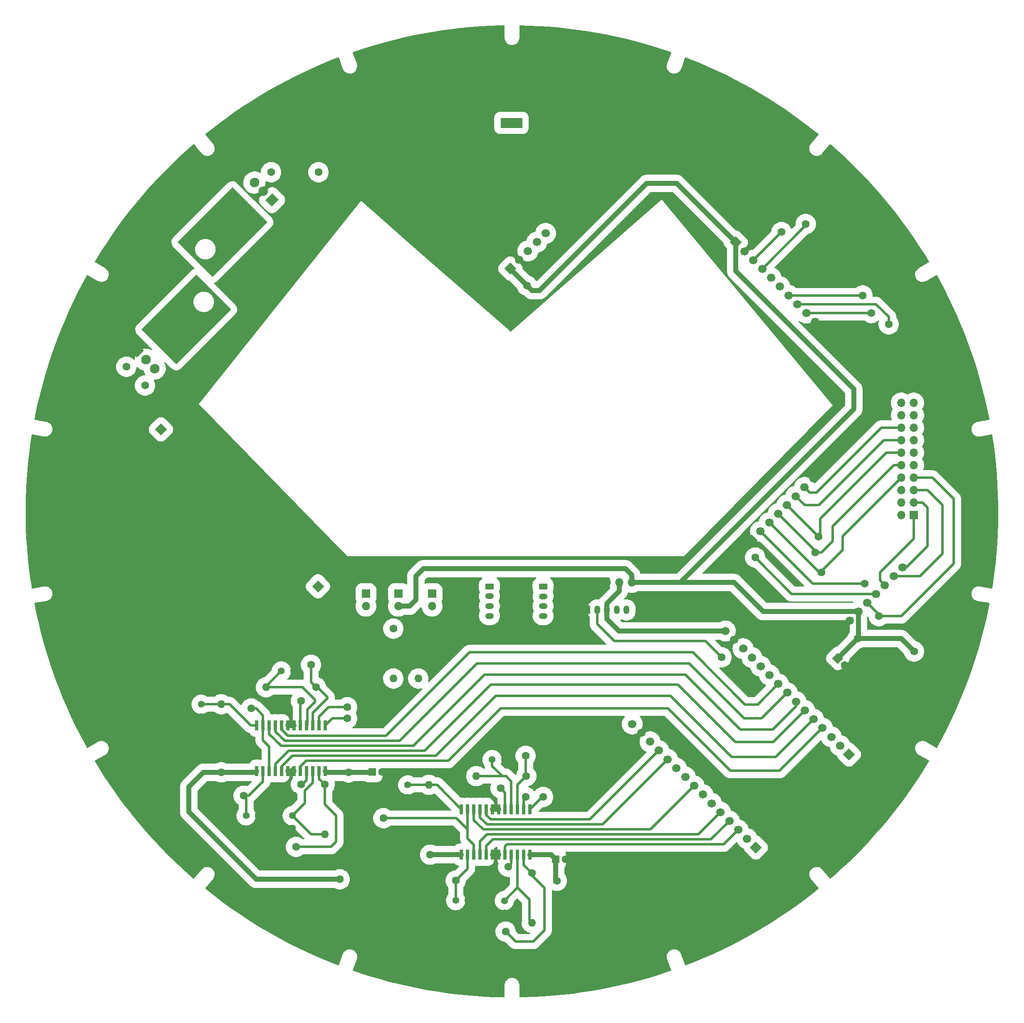
<source format=gbr>
%TF.GenerationSoftware,KiCad,Pcbnew,7.0.6*%
%TF.CreationDate,2023-09-01T14:16:42+02:00*%
%TF.ProjectId,gs,67732e6b-6963-4616-945f-706362585858,rev?*%
%TF.SameCoordinates,Original*%
%TF.FileFunction,Copper,L1,Top*%
%TF.FilePolarity,Positive*%
%FSLAX46Y46*%
G04 Gerber Fmt 4.6, Leading zero omitted, Abs format (unit mm)*
G04 Created by KiCad (PCBNEW 7.0.6) date 2023-09-01 14:16:42*
%MOMM*%
%LPD*%
G01*
G04 APERTURE LIST*
G04 Aperture macros list*
%AMRoundRect*
0 Rectangle with rounded corners*
0 $1 Rounding radius*
0 $2 $3 $4 $5 $6 $7 $8 $9 X,Y pos of 4 corners*
0 Add a 4 corners polygon primitive as box body*
4,1,4,$2,$3,$4,$5,$6,$7,$8,$9,$2,$3,0*
0 Add four circle primitives for the rounded corners*
1,1,$1+$1,$2,$3*
1,1,$1+$1,$4,$5*
1,1,$1+$1,$6,$7*
1,1,$1+$1,$8,$9*
0 Add four rect primitives between the rounded corners*
20,1,$1+$1,$2,$3,$4,$5,0*
20,1,$1+$1,$4,$5,$6,$7,0*
20,1,$1+$1,$6,$7,$8,$9,0*
20,1,$1+$1,$8,$9,$2,$3,0*%
%AMHorizOval*
0 Thick line with rounded ends*
0 $1 width*
0 $2 $3 position (X,Y) of the first rounded end (center of the circle)*
0 $4 $5 position (X,Y) of the second rounded end (center of the circle)*
0 Add line between two ends*
20,1,$1,$2,$3,$4,$5,0*
0 Add two circle primitives to create the rounded ends*
1,1,$1,$2,$3*
1,1,$1,$4,$5*%
%AMRotRect*
0 Rectangle, with rotation*
0 The origin of the aperture is its center*
0 $1 length*
0 $2 width*
0 $3 Rotation angle, in degrees counterclockwise*
0 Add horizontal line*
21,1,$1,$2,0,0,$3*%
G04 Aperture macros list end*
%TA.AperFunction,ComponentPad*%
%ADD10R,1.700000X1.700000*%
%TD*%
%TA.AperFunction,ComponentPad*%
%ADD11O,1.700000X1.700000*%
%TD*%
%TA.AperFunction,ComponentPad*%
%ADD12C,1.600000*%
%TD*%
%TA.AperFunction,ComponentPad*%
%ADD13O,1.600000X1.600000*%
%TD*%
%TA.AperFunction,ComponentPad*%
%ADD14R,4.500000X2.000000*%
%TD*%
%TA.AperFunction,ComponentPad*%
%ADD15O,4.000000X2.000000*%
%TD*%
%TA.AperFunction,ComponentPad*%
%ADD16O,2.000000X4.000000*%
%TD*%
%TA.AperFunction,ComponentPad*%
%ADD17RotRect,1.700000X1.700000X135.000000*%
%TD*%
%TA.AperFunction,ComponentPad*%
%ADD18HorizOval,1.700000X0.000000X0.000000X0.000000X0.000000X0*%
%TD*%
%TA.AperFunction,ComponentPad*%
%ADD19R,1.600000X1.600000*%
%TD*%
%TA.AperFunction,ComponentPad*%
%ADD20C,1.400000*%
%TD*%
%TA.AperFunction,ComponentPad*%
%ADD21RotRect,1.600000X1.600000X315.000000*%
%TD*%
%TA.AperFunction,ComponentPad*%
%ADD22HorizOval,1.600000X0.000000X0.000000X0.000000X0.000000X0*%
%TD*%
%TA.AperFunction,SMDPad,CuDef*%
%ADD23RoundRect,0.042000X-0.258000X0.993000X-0.258000X-0.993000X0.258000X-0.993000X0.258000X0.993000X0*%
%TD*%
%TA.AperFunction,ComponentPad*%
%ADD24RoundRect,0.250000X-0.350000X-0.625000X0.350000X-0.625000X0.350000X0.625000X-0.350000X0.625000X0*%
%TD*%
%TA.AperFunction,ComponentPad*%
%ADD25O,1.200000X1.750000*%
%TD*%
%TA.AperFunction,ComponentPad*%
%ADD26RotRect,1.700000X1.700000X225.000000*%
%TD*%
%TA.AperFunction,ComponentPad*%
%ADD27HorizOval,1.700000X0.000000X0.000000X0.000000X0.000000X0*%
%TD*%
%TA.AperFunction,ComponentPad*%
%ADD28RotRect,1.905000X2.000000X135.000000*%
%TD*%
%TA.AperFunction,ComponentPad*%
%ADD29HorizOval,1.905000X0.033588X0.033588X-0.033588X-0.033588X0*%
%TD*%
%TA.AperFunction,ComponentPad*%
%ADD30RoundRect,0.250000X-0.625000X0.350000X-0.625000X-0.350000X0.625000X-0.350000X0.625000X0.350000X0*%
%TD*%
%TA.AperFunction,ComponentPad*%
%ADD31O,1.750000X1.200000*%
%TD*%
%TA.AperFunction,ComponentPad*%
%ADD32RotRect,1.700000X1.700000X315.000000*%
%TD*%
%TA.AperFunction,ComponentPad*%
%ADD33RotRect,1.905000X2.000000X315.000000*%
%TD*%
%TA.AperFunction,ComponentPad*%
%ADD34HorizOval,1.905000X-0.033588X-0.033588X0.033588X0.033588X0*%
%TD*%
%TA.AperFunction,ComponentPad*%
%ADD35RotRect,1.700000X1.700000X45.000000*%
%TD*%
%TA.AperFunction,ComponentPad*%
%ADD36HorizOval,1.700000X0.000000X0.000000X0.000000X0.000000X0*%
%TD*%
%TA.AperFunction,ViaPad*%
%ADD37C,1.600000*%
%TD*%
%TA.AperFunction,Conductor*%
%ADD38C,0.508000*%
%TD*%
%TA.AperFunction,Conductor*%
%ADD39C,1.000000*%
%TD*%
G04 APERTURE END LIST*
D10*
%TO.P,J5,1,Pin_1*%
%TO.N,GND*%
X227838000Y-159004000D03*
D11*
%TO.P,J5,2,Pin_2*%
X230378000Y-159004000D03*
%TO.P,J5,3,Pin_3*%
X232918000Y-159004000D03*
%TO.P,J5,4,Pin_4*%
%TO.N,+5V*%
X235458000Y-159004000D03*
%TO.P,J5,5,Pin_5*%
%TO.N,+3V3*%
X237998000Y-159004000D03*
%TD*%
D12*
%TO.P,R14,1*%
%TO.N,/M2_Sense2_In*%
X216408000Y-194310000D03*
D13*
%TO.P,R14,2*%
%TO.N,GND*%
X226568000Y-194310000D03*
%TD*%
D10*
%TO.P,JP2,1,A*%
%TO.N,5V_Int*%
X197358000Y-161290000D03*
D11*
%TO.P,JP2,2,B*%
%TO.N,+5V*%
X197358000Y-163830000D03*
%TD*%
D14*
%TO.P,J1,1*%
%TO.N,+12V*%
X213522000Y-65382000D03*
D15*
%TO.P,J1,2*%
%TO.N,GND*%
X213522000Y-59182000D03*
D16*
%TO.P,J1,3*%
X208822000Y-62182000D03*
%TD*%
D17*
%TO.P,U9,1,VCC*%
%TO.N,+3V3*%
X213287795Y-95068205D03*
D18*
%TO.P,U9,2,GND*%
%TO.N,GND*%
X215083846Y-93272153D03*
%TO.P,U9,3,TXD*%
%TO.N,GPS_TX*%
X216879898Y-91476102D03*
%TO.P,U9,4,RXD*%
%TO.N,GPS_RX*%
X218675949Y-89680051D03*
%TO.P,U9,5,PPS*%
%TO.N,unconnected-(U9-PPS-Pad5)*%
X220472000Y-87884000D03*
%TD*%
D12*
%TO.P,R5,1*%
%TO.N,/M1_Sense1_In*%
X175514000Y-200152000D03*
D13*
%TO.P,R5,2*%
%TO.N,Net-(U6-COMP_IN1)*%
X175514000Y-210312000D03*
%TD*%
D19*
%TO.P,C16,1*%
%TO.N,+24V*%
X222564888Y-215392000D03*
D12*
%TO.P,C16,2*%
%TO.N,GND*%
X224564888Y-215392000D03*
%TD*%
D20*
%TO.P,C17,1*%
%TO.N,Net-(U8-RC1)*%
X202184000Y-223774000D03*
%TO.P,C17,2*%
%TO.N,GND*%
X204684000Y-223774000D03*
%TD*%
D10*
%TO.P,J4,1,Pin_1*%
%TO.N,RF_DIO1*%
X295402000Y-145288000D03*
D11*
%TO.P,J4,2,Pin_2*%
%TO.N,BRK_GPIO14*%
X292862000Y-145288000D03*
%TO.P,J4,3,Pin_3*%
%TO.N,RF_DIO3*%
X295402000Y-142748000D03*
%TO.P,J4,4,Pin_4*%
%TO.N,BRK_GPIO12*%
X292862000Y-142748000D03*
%TO.P,J4,5,Pin_5*%
%TO.N,RF_DIO2*%
X295402000Y-140208000D03*
%TO.P,J4,6,Pin_6*%
%TO.N,BRK_GPIO13*%
X292862000Y-140208000D03*
%TO.P,J4,7,Pin_7*%
%TO.N,RF_NRESET*%
X295402000Y-137668000D03*
%TO.P,J4,8,Pin_8*%
%TO.N,SPI_MOSI*%
X292862000Y-137668000D03*
%TO.P,J4,9,Pin_9*%
%TO.N,unconnected-(J4-Pin_9-Pad9)*%
X295402000Y-135128000D03*
%TO.P,J4,10,Pin_10*%
%TO.N,SPI_MISO*%
X292862000Y-135128000D03*
%TO.P,J4,11,Pin_11*%
%TO.N,unconnected-(J4-Pin_11-Pad11)*%
X295402000Y-132588000D03*
%TO.P,J4,12,Pin_12*%
%TO.N,SPI_SCK*%
X292862000Y-132588000D03*
%TO.P,J4,13,Pin_13*%
%TO.N,unconnected-(J4-Pin_13-Pad13)*%
X295402000Y-130048000D03*
%TO.P,J4,14,Pin_14*%
%TO.N,RF_DIO5*%
X292862000Y-130048000D03*
%TO.P,J4,15,Pin_15*%
%TO.N,unconnected-(J4-Pin_15-Pad15)*%
X295402000Y-127508000D03*
%TO.P,J4,16,Pin_16*%
%TO.N,RF_DIO4*%
X292862000Y-127508000D03*
%TO.P,J4,17,Pin_17*%
%TO.N,unconnected-(J4-Pin_17-Pad17)*%
X295402000Y-124968000D03*
%TO.P,J4,18,Pin_18*%
%TO.N,unconnected-(J4-Pin_18-Pad18)*%
X292862000Y-124968000D03*
%TO.P,J4,19,Pin_19*%
%TO.N,unconnected-(J4-Pin_19-Pad19)*%
X295402000Y-122428000D03*
%TO.P,J4,20,Pin_20*%
%TO.N,unconnected-(J4-Pin_20-Pad20)*%
X292862000Y-122428000D03*
%TD*%
D12*
%TO.P,R2,1*%
%TO.N,GND*%
X194564000Y-168402000D03*
D13*
%TO.P,R2,2*%
%TO.N,MREF*%
X194564000Y-178562000D03*
%TD*%
D20*
%TO.P,C13,1*%
%TO.N,GND*%
X169164000Y-177038000D03*
%TO.P,C13,2*%
%TO.N,Net-(U6-COMP_IN2)*%
X166664000Y-177038000D03*
%TD*%
D12*
%TO.P,C14,1*%
%TO.N,+5V*%
X196977000Y-214439000D03*
%TO.P,C14,2*%
%TO.N,GND*%
X196977000Y-219439000D03*
%TD*%
%TO.P,C2,1*%
%TO.N,5V_Int*%
X164592000Y-75438000D03*
%TO.P,C2,2*%
%TO.N,GND*%
X168127534Y-71902466D03*
%TD*%
%TO.P,R3,1*%
%TO.N,Net-(U6-RC1)*%
X159004000Y-202438000D03*
D13*
%TO.P,R3,2*%
%TO.N,GND*%
X169164000Y-202438000D03*
%TD*%
D12*
%TO.P,R4,1*%
%TO.N,GND*%
X154432000Y-193965000D03*
D13*
%TO.P,R4,2*%
%TO.N,Net-(U6-RC2)*%
X154432000Y-183805000D03*
%TD*%
D20*
%TO.P,C10,1*%
%TO.N,Net-(U6-RC1)*%
X159512000Y-206502000D03*
%TO.P,C10,2*%
%TO.N,GND*%
X162012000Y-206502000D03*
%TD*%
D10*
%TO.P,JP3,1,A*%
%TO.N,24V_Int*%
X183896000Y-161285000D03*
D11*
%TO.P,JP3,2,B*%
%TO.N,+24V*%
X183896000Y-163825000D03*
%TD*%
D12*
%TO.P,C5,1*%
%TO.N,+3V3*%
X283972000Y-170434000D03*
%TO.P,C5,2*%
%TO.N,GND*%
X287507534Y-173969534D03*
%TD*%
%TO.P,C7,1*%
%TO.N,+5V*%
X154432000Y-197652000D03*
%TO.P,C7,2*%
%TO.N,GND*%
X154432000Y-202652000D03*
%TD*%
%TO.P,R10,1*%
%TO.N,GND*%
X196723000Y-210375000D03*
D13*
%TO.P,R10,2*%
%TO.N,Net-(U8-RC2)*%
X196723000Y-200215000D03*
%TD*%
D10*
%TO.P,JP1,1,A*%
%TO.N,3V3_Int*%
X190500000Y-161285000D03*
D11*
%TO.P,JP1,2,B*%
%TO.N,+3V3*%
X190500000Y-163825000D03*
%TD*%
D21*
%TO.P,C6,1*%
%TO.N,+3V3*%
X279962893Y-174454523D03*
D12*
%TO.P,C6,2*%
%TO.N,GND*%
X281377107Y-175868737D03*
%TD*%
%TO.P,R6,1*%
%TO.N,/M1_Sense1_In*%
X169672000Y-212852000D03*
D13*
%TO.P,R6,2*%
%TO.N,GND*%
X159512000Y-212852000D03*
%TD*%
D12*
%TO.P,R11,1*%
%TO.N,/M2_Sense1_In*%
X217678000Y-218186000D03*
D13*
%TO.P,R11,2*%
%TO.N,Net-(U8-COMP_IN1)*%
X217678000Y-228346000D03*
%TD*%
D12*
%TO.P,R15,1*%
%TO.N,+3V3*%
X295474205Y-173046205D03*
D22*
%TO.P,R15,2*%
%TO.N,RF_NRESET*%
X288290000Y-165862000D03*
%TD*%
D12*
%TO.P,R8,1*%
%TO.N,/M1_Sense2_In*%
X172720000Y-175768000D03*
D13*
%TO.P,R8,2*%
%TO.N,GND*%
X182880000Y-175768000D03*
%TD*%
D20*
%TO.P,C12,1*%
%TO.N,GND*%
X168910000Y-209002000D03*
%TO.P,C12,2*%
%TO.N,Net-(U6-COMP_IN1)*%
X168910000Y-206502000D03*
%TD*%
D23*
%TO.P,U8,1,OUT1A*%
%TO.N,M2_1A*%
X217297000Y-205169000D03*
%TO.P,U8,2,OUT2A*%
%TO.N,M2_2A*%
X216027000Y-205169000D03*
%TO.P,U8,3,SENSE2*%
%TO.N,/M2_Sense2_In*%
X214757000Y-205169000D03*
%TO.P,U8,4,COMP_IN2*%
%TO.N,Net-(U8-COMP_IN2)*%
X213487000Y-205169000D03*
%TO.P,U8,5,OUT2B*%
%TO.N,M2_2B*%
X212217000Y-205169000D03*
%TO.P,U8,6,GROUND*%
%TO.N,GND*%
X210947000Y-205169000D03*
%TO.P,U8,7,GROUND*%
X209677000Y-205169000D03*
%TO.P,U8,8,I02*%
%TO.N,M2_I02*%
X208407000Y-205169000D03*
%TO.P,U8,9,I12*%
%TO.N,M2_I12*%
X207137000Y-205169000D03*
%TO.P,U8,10,PHASE2*%
%TO.N,M2_P2*%
X205867000Y-205169000D03*
%TO.P,U8,11,VREF2*%
%TO.N,MREF*%
X204597000Y-205169000D03*
%TO.P,U8,12,RC2*%
%TO.N,Net-(U8-RC2)*%
X203327000Y-205169000D03*
%TO.P,U8,13,LOGIC_SUPPLY*%
%TO.N,+5V*%
X203327000Y-214439000D03*
%TO.P,U8,14,RC1*%
%TO.N,Net-(U8-RC1)*%
X204597000Y-214439000D03*
%TO.P,U8,15,VREF1*%
%TO.N,MREF*%
X205867000Y-214439000D03*
%TO.P,U8,16,PHASE1*%
%TO.N,M2_P1*%
X207137000Y-214439000D03*
%TO.P,U8,17,I11*%
%TO.N,M2_I11*%
X208407000Y-214439000D03*
%TO.P,U8,18,GROUND*%
%TO.N,GND*%
X209677000Y-214439000D03*
%TO.P,U8,19,GROUND*%
X210947000Y-214439000D03*
%TO.P,U8,20,I01*%
%TO.N,M2_I01*%
X212217000Y-214439000D03*
%TO.P,U8,21,OUT1B*%
%TO.N,M2_1B*%
X213487000Y-214439000D03*
%TO.P,U8,22,COMP_IN1*%
%TO.N,Net-(U8-COMP_IN1)*%
X214757000Y-214439000D03*
%TO.P,U8,23,SENSE1*%
%TO.N,/M2_Sense1_In*%
X216027000Y-214439000D03*
%TO.P,U8,24,LOAD_SUPPLY*%
%TO.N,+24V*%
X217297000Y-214439000D03*
%TD*%
D20*
%TO.P,C18,1*%
%TO.N,GND*%
X192405000Y-202735000D03*
%TO.P,C18,2*%
%TO.N,Net-(U8-RC2)*%
X192405000Y-200235000D03*
%TD*%
D24*
%TO.P,J6,1,Pin_1*%
%TO.N,GND*%
X228950000Y-164592000D03*
D25*
%TO.P,J6,2,Pin_2*%
%TO.N,AZ_ZERO*%
X230950000Y-164592000D03*
%TO.P,J6,3,Pin_3*%
%TO.N,+5V*%
X232950000Y-164592000D03*
%TO.P,J6,4,Pin_4*%
%TO.N,unconnected-(J6-Pin_4-Pad4)*%
X234950000Y-164592000D03*
%TO.P,J6,5,Pin_5*%
%TO.N,unconnected-(J6-Pin_5-Pad5)*%
X236950000Y-164592000D03*
%TD*%
D12*
%TO.P,R13,1*%
%TO.N,/M2_Sense2_In*%
X216535000Y-198437000D03*
D13*
%TO.P,R13,2*%
%TO.N,Net-(U8-COMP_IN2)*%
X206375000Y-198437000D03*
%TD*%
D26*
%TO.P,U1,1,EN*%
%TO.N,unconnected-(U1-EN-Pad1)*%
X282220820Y-194027897D03*
D27*
%TO.P,U1,2,SENSOR_VP*%
%TO.N,AZ_ZERO*%
X280424769Y-192231846D03*
%TO.P,U1,3,SENSOR_VN*%
%TO.N,IMU_INT*%
X278628718Y-190435795D03*
%TO.P,U1,4,IO34*%
%TO.N,M1_I01*%
X276832666Y-188639743D03*
%TO.P,U1,5,IO35*%
%TO.N,M1_I11*%
X275036615Y-186843692D03*
%TO.P,U1,6,IO32*%
%TO.N,M1_P1*%
X273240564Y-185047641D03*
%TO.P,U1,7,IO33*%
%TO.N,M1_P2*%
X271444513Y-183251590D03*
%TO.P,U1,8,IO25*%
%TO.N,M1_I12*%
X269648461Y-181455538D03*
%TO.P,U1,9,IO26*%
%TO.N,M1_I02*%
X267852410Y-179659487D03*
%TO.P,U1,10,IO27*%
%TO.N,RF_NSS*%
X266056359Y-177863436D03*
%TO.P,U1,11,IO14*%
%TO.N,BRK_GPIO14*%
X264260308Y-176067385D03*
%TO.P,U1,12,IO12*%
%TO.N,BRK_GPIO12*%
X262464257Y-174271334D03*
%TO.P,U1,13,IO13*%
%TO.N,BRK_GPIO13*%
X260668205Y-172475282D03*
%TO.P,U1,14,GND*%
%TO.N,GND*%
X258872154Y-170679231D03*
%TO.P,U1,15,VIN*%
%TO.N,+5V*%
X257076103Y-168883180D03*
D26*
%TO.P,U1,16,IO23*%
%TO.N,SPI_MOSI*%
X263270358Y-212978359D03*
D27*
%TO.P,U1,17,IO22*%
%TO.N,IMU_NSS*%
X261474307Y-211182308D03*
%TO.P,U1,18,TXD0/IO1*%
%TO.N,M2_I01*%
X259678256Y-209386256D03*
%TO.P,U1,19,RXD0/IO3*%
%TO.N,M2_I11*%
X257882205Y-207590205D03*
%TO.P,U1,20,IO21*%
%TO.N,M2_P1*%
X256086153Y-205794154D03*
%TO.P,U1,21,IO19*%
%TO.N,SPI_MISO*%
X254290102Y-203998103D03*
%TO.P,U1,22,IO18*%
%TO.N,SPI_SCK*%
X252494051Y-202202051D03*
%TO.P,U1,23,IO5*%
%TO.N,M2_P2*%
X250698000Y-200406000D03*
%TO.P,U1,24,IO17*%
%TO.N,GPS_RX*%
X248901948Y-198609949D03*
%TO.P,U1,25,IO16*%
%TO.N,GPS_TX*%
X247105897Y-196813898D03*
%TO.P,U1,26,IO4*%
%TO.N,M2_I12*%
X245309846Y-195017846D03*
%TO.P,U1,27,IO2*%
%TO.N,M2_I02*%
X243513795Y-193221795D03*
%TO.P,U1,28,IO15*%
%TO.N,RF_DIO0*%
X241717744Y-191425744D03*
%TO.P,U1,29,GND*%
%TO.N,GND*%
X239921692Y-189629693D03*
%TO.P,U1,30,3V3*%
%TO.N,unconnected-(U1-3V3-Pad30)*%
X238125641Y-187833642D03*
%TD*%
D12*
%TO.P,R9,1*%
%TO.N,Net-(U8-RC1)*%
X202184000Y-219710000D03*
D13*
%TO.P,R9,2*%
%TO.N,GND*%
X212344000Y-219710000D03*
%TD*%
D12*
%TO.P,C4,1*%
%TO.N,5V_Int*%
X138938000Y-118872000D03*
%TO.P,C4,2*%
%TO.N,GND*%
X135402466Y-122407534D03*
%TD*%
D20*
%TO.P,C19,1*%
%TO.N,GND*%
X212090000Y-226294000D03*
%TO.P,C19,2*%
%TO.N,Net-(U8-COMP_IN1)*%
X212090000Y-223794000D03*
%TD*%
D23*
%TO.P,U6,1,OUT1A*%
%TO.N,M1_1A*%
X175641000Y-188123000D03*
%TO.P,U6,2,OUT2A*%
%TO.N,M1_2A*%
X174371000Y-188123000D03*
%TO.P,U6,3,SENSE2*%
%TO.N,/M1_Sense2_In*%
X173101000Y-188123000D03*
%TO.P,U6,4,COMP_IN2*%
%TO.N,Net-(U6-COMP_IN2)*%
X171831000Y-188123000D03*
%TO.P,U6,5,OUT2B*%
%TO.N,M1_2B*%
X170561000Y-188123000D03*
%TO.P,U6,6,GROUND*%
%TO.N,GND*%
X169291000Y-188123000D03*
%TO.P,U6,7,GROUND*%
X168021000Y-188123000D03*
%TO.P,U6,8,I02*%
%TO.N,M1_I02*%
X166751000Y-188123000D03*
%TO.P,U6,9,I12*%
%TO.N,M1_I12*%
X165481000Y-188123000D03*
%TO.P,U6,10,PHASE2*%
%TO.N,M1_P2*%
X164211000Y-188123000D03*
%TO.P,U6,11,VREF2*%
%TO.N,MREF*%
X162941000Y-188123000D03*
%TO.P,U6,12,RC2*%
%TO.N,Net-(U6-RC2)*%
X161671000Y-188123000D03*
%TO.P,U6,13,LOGIC_SUPPLY*%
%TO.N,+5V*%
X161671000Y-197393000D03*
%TO.P,U6,14,RC1*%
%TO.N,Net-(U6-RC1)*%
X162941000Y-197393000D03*
%TO.P,U6,15,VREF1*%
%TO.N,MREF*%
X164211000Y-197393000D03*
%TO.P,U6,16,PHASE1*%
%TO.N,M1_P1*%
X165481000Y-197393000D03*
%TO.P,U6,17,I11*%
%TO.N,M1_I11*%
X166751000Y-197393000D03*
%TO.P,U6,18,GROUND*%
%TO.N,GND*%
X168021000Y-197393000D03*
%TO.P,U6,19,GROUND*%
X169291000Y-197393000D03*
%TO.P,U6,20,I01*%
%TO.N,M1_I01*%
X170561000Y-197393000D03*
%TO.P,U6,21,OUT1B*%
%TO.N,M1_1B*%
X171831000Y-197393000D03*
%TO.P,U6,22,COMP_IN1*%
%TO.N,Net-(U6-COMP_IN1)*%
X173101000Y-197393000D03*
%TO.P,U6,23,SENSE1*%
%TO.N,/M1_Sense1_In*%
X174371000Y-197393000D03*
%TO.P,U6,24,LOAD_SUPPLY*%
%TO.N,+24V*%
X175641000Y-197393000D03*
%TD*%
D12*
%TO.P,C3,1*%
%TO.N,3V3_Int*%
X135128000Y-115062000D03*
%TO.P,C3,2*%
%TO.N,GND*%
X131592466Y-118597534D03*
%TD*%
D28*
%TO.P,U4,1,IN*%
%TO.N,+12V*%
X164786647Y-81121456D03*
D29*
%TO.P,U4,2,GND*%
%TO.N,GND*%
X162990596Y-79325405D03*
%TO.P,U4,3,OUT*%
%TO.N,5V_Int*%
X161194545Y-77529354D03*
%TD*%
D12*
%TO.P,C8,1*%
%TO.N,+24V*%
X180340000Y-197692000D03*
%TO.P,C8,2*%
%TO.N,GND*%
X180340000Y-202692000D03*
%TD*%
D20*
%TO.P,C20,1*%
%TO.N,GND*%
X212090000Y-195072000D03*
%TO.P,C20,2*%
%TO.N,Net-(U8-COMP_IN2)*%
X209590000Y-195072000D03*
%TD*%
D30*
%TO.P,J2,1,Pin_1*%
%TO.N,M1_1B*%
X209042000Y-159798000D03*
D31*
%TO.P,J2,2,Pin_2*%
%TO.N,M1_1A*%
X209042000Y-161798000D03*
%TO.P,J2,3,Pin_3*%
%TO.N,M1_2B*%
X209042000Y-163798000D03*
%TO.P,J2,4,Pin_4*%
%TO.N,M1_2A*%
X209042000Y-165798000D03*
%TD*%
D32*
%TO.P,U7,1,VIP*%
%TO.N,+12V*%
X142168731Y-127827557D03*
%TO.P,U7,2,VIN*%
%TO.N,GND*%
X127872163Y-142124125D03*
%TO.P,U7,3,VOP*%
%TO.N,24V_Int*%
X174138443Y-159797269D03*
%TO.P,U7,4,VON*%
%TO.N,GND*%
X159841875Y-174093837D03*
%TD*%
D12*
%TO.P,R7,1*%
%TO.N,/M1_Sense2_In*%
X173736000Y-180340000D03*
D13*
%TO.P,R7,2*%
%TO.N,Net-(U6-COMP_IN2)*%
X163576000Y-180340000D03*
%TD*%
D33*
%TO.P,U5,1,GND*%
%TO.N,GND*%
X137309783Y-111828115D03*
D34*
%TO.P,U5,2,VO*%
%TO.N,3V3_Int*%
X139105834Y-113624166D03*
%TO.P,U5,3,VI*%
%TO.N,5V_Int*%
X140901885Y-115420217D03*
%TD*%
D35*
%TO.P,U2,1,VCC*%
%TO.N,+3V3*%
X259171539Y-89753539D03*
D36*
%TO.P,U2,2,GND*%
%TO.N,GND*%
X260967590Y-91549590D03*
%TO.P,U2,3,SCL/SCLK*%
%TO.N,SPI_SCK*%
X262763641Y-93345642D03*
%TO.P,U2,4,SDA/MOSI*%
%TO.N,SPI_MOSI*%
X264559693Y-95141693D03*
%TO.P,U2,5,AUX_DA*%
%TO.N,unconnected-(U2-AUX_DA-Pad5)*%
X266355744Y-96937744D03*
%TO.P,U2,6,AUX_CL*%
%TO.N,unconnected-(U2-AUX_CL-Pad6)*%
X268151795Y-98733795D03*
%TO.P,U2,7,AD0/MISO*%
%TO.N,SPI_MISO*%
X269947846Y-100529846D03*
%TO.P,U2,8,INT*%
%TO.N,IMU_INT*%
X271743897Y-102325898D03*
%TO.P,U2,9,~{CS}*%
%TO.N,IMU_NSS*%
X273539949Y-104121949D03*
%TO.P,U2,10,FSYNC*%
%TO.N,GND*%
X275336000Y-105918000D03*
%TD*%
D30*
%TO.P,J3,1,Pin_1*%
%TO.N,M2_1B*%
X219964000Y-159830000D03*
D31*
%TO.P,J3,2,Pin_2*%
%TO.N,M2_1A*%
X219964000Y-161830000D03*
%TO.P,J3,3,Pin_3*%
%TO.N,M2_2B*%
X219964000Y-163830000D03*
%TO.P,J3,4,Pin_4*%
%TO.N,M2_2A*%
X219964000Y-165830000D03*
%TD*%
D12*
%TO.P,R12,1*%
%TO.N,/M2_Sense1_In*%
X212344000Y-230124000D03*
D13*
%TO.P,R12,2*%
%TO.N,GND*%
X202184000Y-230124000D03*
%TD*%
D12*
%TO.P,C15,1*%
%TO.N,+24V*%
X222758000Y-219750000D03*
%TO.P,C15,2*%
%TO.N,GND*%
X222758000Y-224750000D03*
%TD*%
D20*
%TO.P,C11,1*%
%TO.N,GND*%
X150368000Y-186305000D03*
%TO.P,C11,2*%
%TO.N,Net-(U6-RC2)*%
X150368000Y-183805000D03*
%TD*%
D12*
%TO.P,R1,1*%
%TO.N,+5V*%
X189484000Y-168402000D03*
D13*
%TO.P,R1,2*%
%TO.N,MREF*%
X189484000Y-178562000D03*
%TD*%
D17*
%TO.P,U3,1,GND*%
%TO.N,GND*%
X280543641Y-168528358D03*
D18*
%TO.P,U3,2,GND*%
X282339693Y-166732307D03*
%TO.P,U3,3,3V3*%
%TO.N,+3V3*%
X284135744Y-164936256D03*
%TO.P,U3,4,~{RESET}*%
%TO.N,RF_NRESET*%
X285931795Y-163140205D03*
%TO.P,U3,5,DIO0*%
%TO.N,RF_DIO0*%
X287727846Y-161344154D03*
%TO.P,U3,6,DIO1*%
%TO.N,RF_DIO1*%
X289523898Y-159548102D03*
%TO.P,U3,7,DIO2*%
%TO.N,RF_DIO2*%
X291319949Y-157752051D03*
%TO.P,U3,8,DIO3*%
%TO.N,RF_DIO3*%
X293116000Y-155956000D03*
D17*
%TO.P,U3,9,GND*%
%TO.N,GND*%
X262415191Y-150396373D03*
D18*
%TO.P,U3,10,~{NSS}*%
%TO.N,RF_NSS*%
X264211243Y-148600322D03*
%TO.P,U3,11,MOSI*%
%TO.N,SPI_MOSI*%
X266007294Y-146804270D03*
%TO.P,U3,12,MISO*%
%TO.N,SPI_MISO*%
X267803345Y-145008219D03*
%TO.P,U3,13,SCK*%
%TO.N,SPI_SCK*%
X269599396Y-143212168D03*
%TO.P,U3,14,DIO5*%
%TO.N,RF_DIO5*%
X271395447Y-141416117D03*
%TO.P,U3,15,DIO4*%
%TO.N,RF_DIO4*%
X273191499Y-139620065D03*
%TO.P,U3,16,GND*%
%TO.N,GND*%
X274987550Y-137824014D03*
%TD*%
D12*
%TO.P,C21,1*%
%TO.N,+3V3*%
X216682466Y-98531534D03*
%TO.P,C21,2*%
%TO.N,GND*%
X220218000Y-94996000D03*
%TD*%
%TO.P,C1,1*%
%TO.N,+12V*%
X174244000Y-75438000D03*
%TO.P,C1,2*%
%TO.N,GND*%
X177779534Y-71902466D03*
%TD*%
D19*
%TO.P,C9,1*%
%TO.N,+24V*%
X185226888Y-197612000D03*
D12*
%TO.P,C9,2*%
%TO.N,GND*%
X187226888Y-197612000D03*
%TD*%
D37*
%TO.N,Heatsink3V3*%
X148241363Y-110141363D03*
%TO.N,Heatsink5V*%
X153331031Y-94732332D03*
X156384319Y-80184318D03*
X162131682Y-85931681D03*
%TO.N,Heatsink3V3*%
X151115045Y-107267682D03*
%TO.N,Heatsink5V*%
X159258000Y-88805363D03*
X147583668Y-88984969D03*
%TO.N,Heatsink3V3*%
X139620318Y-107267682D03*
X154168332Y-104214394D03*
X142494000Y-104394000D03*
X145367681Y-101520318D03*
%TO.N,Heatsink5V*%
X153510637Y-83058000D03*
%TO.N,Heatsink3V3*%
X142494000Y-110141363D03*
X145367681Y-113015045D03*
X148420969Y-98467031D03*
%TO.N,Heatsink5V*%
X150636955Y-85931681D03*
X156384319Y-91679045D03*
X159258000Y-83058000D03*
%TO.N,GND*%
X208534000Y-47498000D03*
X308864000Y-137414000D03*
X122428000Y-173990000D03*
X283718000Y-80010000D03*
X218694000Y-47752000D03*
X166370000Y-229362000D03*
X118618000Y-149606000D03*
X175260000Y-55118000D03*
X122174000Y-111506000D03*
X304800000Y-109474000D03*
X237998000Y-51562000D03*
X243078000Y-51308000D03*
X290830000Y-201422000D03*
X116840000Y-133096000D03*
X144780000Y-210566000D03*
X232664000Y-240030000D03*
X296164000Y-197104000D03*
X226060000Y-239268000D03*
X251460000Y-234442000D03*
X122936000Y-179832000D03*
X196596000Y-240284000D03*
X306324000Y-169926000D03*
X280162000Y-215646000D03*
X272796000Y-221996000D03*
X132334000Y-91186000D03*
X154432000Y-67310000D03*
X289052000Y-82550000D03*
X302260000Y-180848000D03*
X305054000Y-116332000D03*
X170688000Y-59182000D03*
X148336000Y-216916000D03*
X308864000Y-165100000D03*
X309118000Y-149098000D03*
X127254000Y-99314000D03*
X202184000Y-49276000D03*
X137922000Y-83058000D03*
X142748000Y-80518000D03*
X267462000Y-223774000D03*
X280670000Y-73406000D03*
X291592000Y-88646000D03*
X137922000Y-202946000D03*
X121920000Y-117094000D03*
X164846000Y-60452000D03*
X118618000Y-137668000D03*
X132080000Y-197866000D03*
X190500000Y-51308000D03*
X283464000Y-210820000D03*
X155448000Y-223012000D03*
X257048000Y-230124000D03*
X191516000Y-237744000D03*
X271526000Y-66294000D03*
X310388000Y-155702000D03*
X256286000Y-58928000D03*
X127254000Y-189484000D03*
X176276000Y-234442000D03*
X136652000Y-87630000D03*
X184404000Y-51562000D03*
X119126000Y-167640000D03*
X306070000Y-175514000D03*
X160782000Y-64770000D03*
X224028000Y-49530000D03*
X139192000Y-208026000D03*
X209804000Y-241808000D03*
X311150000Y-143002000D03*
X232156000Y-49022000D03*
X310134000Y-132080000D03*
X242824000Y-237236000D03*
X125730000Y-106172000D03*
X237744000Y-236982000D03*
X261874000Y-59944000D03*
X118618000Y-123698000D03*
X116332000Y-155194000D03*
X251968000Y-55372000D03*
X145796000Y-74676000D03*
X219456000Y-241554000D03*
X301244000Y-187452000D03*
X185420000Y-237490000D03*
X127254000Y-184658000D03*
X308356000Y-122428000D03*
X263398000Y-228346000D03*
X300736000Y-105410000D03*
X161544000Y-224790000D03*
X265938000Y-64262000D03*
X202946000Y-239522000D03*
X196088000Y-48260000D03*
X295656000Y-92456000D03*
X288544000Y-207010000D03*
X172720000Y-230632000D03*
X116078000Y-143002000D03*
X300482000Y-100076000D03*
%TO.N,+5V*%
X178562000Y-219456000D03*
%TO.N,AZ_ZERO*%
X256286000Y-174244000D03*
%TO.N,MREF*%
X160528000Y-184658000D03*
X187452000Y-207010000D03*
%TO.N,IMU_INT*%
X290322000Y-106426000D03*
%TO.N,SPI_MOSI*%
X273431000Y-85979000D03*
X276606000Y-156972000D03*
%TO.N,IMU_NSS*%
X286766000Y-104121949D03*
%TO.N,RF_NSS*%
X285421266Y-159258000D03*
%TO.N,SPI_MISO*%
X284988000Y-100529846D03*
X275336000Y-152908000D03*
%TO.N,SPI_SCK*%
X276045614Y-149658386D03*
X268478642Y-87630642D03*
%TO.N,RF_DIO0*%
X263144000Y-153924000D03*
%TO.N,M1_1A*%
X180086000Y-186690000D03*
%TO.N,M1_1B*%
X170688000Y-200152000D03*
%TO.N,M1_2A*%
X180086000Y-184404000D03*
%TO.N,M1_2B*%
X170688000Y-183134000D03*
%TO.N,M2_1A*%
X219964000Y-202692000D03*
%TO.N,M2_1B*%
X212852000Y-216916000D03*
%TO.N,M2_2A*%
X216408000Y-202692000D03*
%TO.N,M2_2B*%
X211328000Y-200914000D03*
%TD*%
D38*
%TO.N,SPI_SCK*%
X289814000Y-132588000D02*
X292862000Y-132588000D01*
X276352000Y-149352000D02*
X276352000Y-146050000D01*
X276045614Y-149658386D02*
X276352000Y-149352000D01*
X276045614Y-149658386D02*
X269599396Y-143212168D01*
X276352000Y-146050000D02*
X289814000Y-132588000D01*
%TO.N,RF_DIO1*%
X288544000Y-156972000D02*
X295402000Y-150114000D01*
X288544000Y-158568204D02*
X288544000Y-156972000D01*
X289523898Y-159548102D02*
X288544000Y-158568204D01*
X295402000Y-150114000D02*
X295402000Y-145288000D01*
%TO.N,RF_NSS*%
X274868921Y-159258000D02*
X264211243Y-148600322D01*
X285421266Y-159258000D02*
X274868921Y-159258000D01*
%TO.N,M2_2B*%
X211328000Y-200914000D02*
X212217000Y-201803000D01*
X212217000Y-201803000D02*
X212217000Y-205169000D01*
D39*
%TO.N,+3V3*%
X241046000Y-77724000D02*
X247142000Y-77724000D01*
X217718932Y-99568000D02*
X219202000Y-99568000D01*
X247142000Y-77724000D02*
X259171539Y-89753539D01*
X216682466Y-98531534D02*
X217718932Y-99568000D01*
X219202000Y-99568000D02*
X241046000Y-77724000D01*
D38*
%TO.N,RF_DIO4*%
X288798000Y-127508000D02*
X292862000Y-127508000D01*
X275590000Y-140716000D02*
X288798000Y-127508000D01*
X274287434Y-140716000D02*
X275590000Y-140716000D01*
X273191499Y-139620065D02*
X274287434Y-140716000D01*
%TO.N,RF_DIO5*%
X289306000Y-130048000D02*
X292862000Y-130048000D01*
X276098000Y-143256000D02*
X289306000Y-130048000D01*
X273235330Y-143256000D02*
X276098000Y-143256000D01*
X271395447Y-141416117D02*
X273235330Y-143256000D01*
D39*
%TO.N,+3V3*%
X258826000Y-159004000D02*
X244094000Y-159004000D01*
X264758256Y-164936256D02*
X258826000Y-159004000D01*
X284135744Y-164936256D02*
X264758256Y-164936256D01*
D38*
%TO.N,Net-(U8-COMP_IN1)*%
X217170000Y-223540000D02*
X214757000Y-221127000D01*
X217170000Y-227838000D02*
X217170000Y-223540000D01*
X217678000Y-228346000D02*
X217170000Y-227838000D01*
%TO.N,/M2_Sense1_In*%
X216027000Y-216535000D02*
X216027000Y-214439000D01*
X217678000Y-218186000D02*
X216027000Y-216535000D01*
X217678000Y-218694000D02*
X217678000Y-218186000D01*
X220218000Y-221234000D02*
X217678000Y-218694000D01*
X220218000Y-229870000D02*
X220218000Y-221234000D01*
X214376000Y-232156000D02*
X217932000Y-232156000D01*
X212344000Y-230124000D02*
X214376000Y-232156000D01*
X217932000Y-232156000D02*
X220218000Y-229870000D01*
%TO.N,/M1_Sense1_In*%
X174371000Y-199009000D02*
X174371000Y-197393000D01*
X175514000Y-200152000D02*
X174371000Y-199009000D01*
X175514000Y-204216000D02*
X175514000Y-200152000D01*
X177800000Y-206502000D02*
X175514000Y-204216000D01*
X177800000Y-211836000D02*
X177800000Y-206502000D01*
X176784000Y-212852000D02*
X177800000Y-211836000D01*
X169672000Y-212852000D02*
X176784000Y-212852000D01*
%TO.N,Net-(U6-COMP_IN1)*%
X172720000Y-210312000D02*
X168910000Y-206502000D01*
X175514000Y-210312000D02*
X172720000Y-210312000D01*
D39*
%TO.N,+3V3*%
X237998000Y-157480000D02*
X237998000Y-159004000D01*
X236728000Y-156210000D02*
X237998000Y-157480000D01*
X194056000Y-162560000D02*
X194056000Y-157734000D01*
X192791000Y-163825000D02*
X194056000Y-162560000D01*
X194056000Y-157734000D02*
X195580000Y-156210000D01*
X195580000Y-156210000D02*
X236728000Y-156210000D01*
X190500000Y-163825000D02*
X192791000Y-163825000D01*
%TO.N,+5V*%
X235458000Y-160782000D02*
X235458000Y-159004000D01*
X232950000Y-164592000D02*
X232950000Y-163290000D01*
X232950000Y-163290000D02*
X235458000Y-160782000D01*
D38*
%TO.N,MREF*%
X204597000Y-211154893D02*
X204597000Y-209296000D01*
X205867000Y-214439000D02*
X205867000Y-212424893D01*
X205867000Y-212424893D02*
X204597000Y-211154893D01*
%TO.N,M2_I11*%
X209717446Y-211328000D02*
X254144410Y-211328000D01*
X254144410Y-211328000D02*
X257882205Y-207590205D01*
X208407000Y-212638446D02*
X209717446Y-211328000D01*
X208407000Y-214439000D02*
X208407000Y-212638446D01*
%TO.N,M2_2A*%
X216408000Y-202692000D02*
X216027000Y-203073000D01*
X216027000Y-203073000D02*
X216027000Y-205169000D01*
%TO.N,M2_1A*%
X219774000Y-202692000D02*
X217297000Y-205169000D01*
X219964000Y-202692000D02*
X219774000Y-202692000D01*
%TO.N,M1_1B*%
X171831000Y-199263000D02*
X171831000Y-197393000D01*
X170942000Y-200152000D02*
X171831000Y-199263000D01*
X170688000Y-200152000D02*
X170942000Y-200152000D01*
%TO.N,Net-(U6-RC1)*%
X160020000Y-202438000D02*
X162941000Y-199517000D01*
X162941000Y-199517000D02*
X162941000Y-197393000D01*
X159004000Y-202438000D02*
X160020000Y-202438000D01*
%TO.N,Net-(U6-RC2)*%
X160437000Y-188123000D02*
X156119000Y-183805000D01*
X156119000Y-183805000D02*
X154432000Y-183805000D01*
X161671000Y-188123000D02*
X160437000Y-188123000D01*
%TO.N,MREF*%
X162941000Y-186055000D02*
X162941000Y-187071000D01*
X161544000Y-184658000D02*
X162941000Y-186055000D01*
X160528000Y-184658000D02*
X161544000Y-184658000D01*
%TO.N,M1_2A*%
X174371000Y-186309000D02*
X174371000Y-188123000D01*
X176276000Y-184404000D02*
X174371000Y-186309000D01*
X180086000Y-184404000D02*
X176276000Y-184404000D01*
%TO.N,/M1_Sense2_In*%
X176022000Y-182372000D02*
X176022000Y-182626000D01*
X176022000Y-182626000D02*
X173101000Y-185547000D01*
X173990000Y-180340000D02*
X176022000Y-182372000D01*
X173101000Y-185547000D02*
X173101000Y-188123000D01*
X173736000Y-180340000D02*
X173990000Y-180340000D01*
%TO.N,Net-(U6-COMP_IN2)*%
X170942000Y-180340000D02*
X163576000Y-180340000D01*
X173482000Y-182880000D02*
X170942000Y-180340000D01*
X173482000Y-183388000D02*
X173482000Y-182880000D01*
X171958000Y-184912000D02*
X173482000Y-183388000D01*
X171831000Y-188123000D02*
X171958000Y-187996000D01*
X171958000Y-187996000D02*
X171958000Y-184912000D01*
%TO.N,M2_I02*%
X208407000Y-205169000D02*
X208407000Y-206375000D01*
X229471590Y-207264000D02*
X243513795Y-193221795D01*
X208407000Y-206375000D02*
X209296000Y-207264000D01*
X209296000Y-207264000D02*
X229471590Y-207264000D01*
%TO.N,M2_I12*%
X207137000Y-206883000D02*
X208534000Y-208280000D01*
X207137000Y-205169000D02*
X207137000Y-206883000D01*
X208534000Y-208280000D02*
X232047692Y-208280000D01*
X232047692Y-208280000D02*
X245309846Y-195017846D01*
%TO.N,M2_P2*%
X241808000Y-209296000D02*
X250698000Y-200406000D01*
X207772000Y-209296000D02*
X241808000Y-209296000D01*
X205867000Y-207391000D02*
X207772000Y-209296000D01*
X205867000Y-205169000D02*
X205867000Y-207391000D01*
%TO.N,M2_P1*%
X251568307Y-210312000D02*
X256086153Y-205794154D01*
X208534000Y-210312000D02*
X251568307Y-210312000D01*
X207137000Y-211709000D02*
X208534000Y-210312000D01*
X207137000Y-214439000D02*
X207137000Y-211709000D01*
%TO.N,M1_I11*%
X258318000Y-194564000D02*
X267316307Y-194564000D01*
X267316307Y-194564000D02*
X275036615Y-186843692D01*
X210312000Y-182118000D02*
X245872000Y-182118000D01*
X168967419Y-194310000D02*
X198120000Y-194310000D01*
X166751000Y-196526419D02*
X168967419Y-194310000D01*
X198120000Y-194310000D02*
X210312000Y-182118000D01*
X166751000Y-197393000D02*
X166751000Y-196526419D01*
X245872000Y-182118000D02*
X258318000Y-194564000D01*
%TO.N,M1_P1*%
X259080000Y-191516000D02*
X266772205Y-191516000D01*
X209296000Y-179832000D02*
X247396000Y-179832000D01*
X247396000Y-179832000D02*
X259080000Y-191516000D01*
X168148000Y-193294000D02*
X195834000Y-193294000D01*
X195834000Y-193294000D02*
X209296000Y-179832000D01*
X165481000Y-195961000D02*
X168148000Y-193294000D01*
X266772205Y-191516000D02*
X273240564Y-185047641D01*
X165481000Y-197393000D02*
X165481000Y-195961000D01*
%TO.N,M1_P2*%
X271444513Y-184231487D02*
X271444513Y-183251590D01*
X260096000Y-188976000D02*
X266700000Y-188976000D01*
X166624000Y-192278000D02*
X193548000Y-192278000D01*
X193548000Y-192278000D02*
X208026000Y-177800000D01*
X248920000Y-177800000D02*
X260096000Y-188976000D01*
X164211000Y-189865000D02*
X166624000Y-192278000D01*
X208026000Y-177800000D02*
X248920000Y-177800000D01*
X164211000Y-188123000D02*
X164211000Y-189865000D01*
X266700000Y-188976000D02*
X271444513Y-184231487D01*
%TO.N,M1_I12*%
X264413999Y-186690000D02*
X269648461Y-181455538D01*
X249682000Y-175514000D02*
X260858000Y-186690000D01*
X190754000Y-191262000D02*
X206502000Y-175514000D01*
X206502000Y-175514000D02*
X249682000Y-175514000D01*
X167386000Y-191262000D02*
X190754000Y-191262000D01*
X165481000Y-189357000D02*
X167386000Y-191262000D01*
X260858000Y-186690000D02*
X264413999Y-186690000D01*
X165481000Y-188123000D02*
X165481000Y-189357000D01*
%TO.N,M1_I02*%
X261075897Y-183859897D02*
X263652000Y-183859897D01*
X204978000Y-173228000D02*
X250444000Y-173228000D01*
X250444000Y-173228000D02*
X261075897Y-183859897D01*
X187960000Y-190246000D02*
X204978000Y-173228000D01*
X166751000Y-188989581D02*
X168007419Y-190246000D01*
X263652000Y-183859897D02*
X267852410Y-179659487D01*
X166751000Y-188123000D02*
X166751000Y-188989581D01*
X168007419Y-190246000D02*
X187960000Y-190246000D01*
%TO.N,M1_I01*%
X268114409Y-197358000D02*
X276832666Y-188639743D01*
X245364000Y-184658000D02*
X258064000Y-197358000D01*
X258064000Y-197358000D02*
X268114409Y-197358000D01*
X171761419Y-195326000D02*
X200660000Y-195326000D01*
X211328000Y-184658000D02*
X245364000Y-184658000D01*
X170561000Y-196526419D02*
X171761419Y-195326000D01*
X200660000Y-195326000D02*
X211328000Y-184658000D01*
X170561000Y-197393000D02*
X170561000Y-196526419D01*
D39*
%TO.N,+3V3*%
X283210000Y-119634000D02*
X259171539Y-95595539D01*
X259171539Y-95595539D02*
X259171539Y-89753539D01*
X283210000Y-123698000D02*
X283210000Y-119634000D01*
X244094000Y-159004000D02*
X247904000Y-159004000D01*
X247904000Y-159004000D02*
X283210000Y-123698000D01*
D38*
%TO.N,SPI_MISO*%
X291338000Y-135128000D02*
X292862000Y-135128000D01*
X278892000Y-147574000D02*
X291338000Y-135128000D01*
X278892000Y-150622000D02*
X278892000Y-147574000D01*
X276606000Y-152908000D02*
X278892000Y-150622000D01*
X275336000Y-152908000D02*
X276606000Y-152908000D01*
%TO.N,SPI_MOSI*%
X280924000Y-149606000D02*
X292862000Y-137668000D01*
X280924000Y-152400000D02*
X280924000Y-149606000D01*
X276606000Y-156718000D02*
X280924000Y-152400000D01*
X276606000Y-156972000D02*
X276606000Y-156718000D01*
%TO.N,RF_DIO3*%
X298196000Y-143764000D02*
X297180000Y-142748000D01*
X297180000Y-142748000D02*
X295402000Y-142748000D01*
X293878000Y-155956000D02*
X298196000Y-151638000D01*
X293116000Y-155956000D02*
X293878000Y-155956000D01*
X298196000Y-151638000D02*
X298196000Y-143764000D01*
%TO.N,RF_DIO2*%
X301244000Y-153162000D02*
X301244000Y-143256000D01*
X298196000Y-140208000D02*
X295402000Y-140208000D01*
X296653949Y-157752051D02*
X301244000Y-153162000D01*
X291319949Y-157752051D02*
X296653949Y-157752051D01*
X301244000Y-143256000D02*
X298196000Y-140208000D01*
%TO.N,RF_NRESET*%
X303530000Y-155194000D02*
X303530000Y-141986000D01*
X303530000Y-141986000D02*
X299212000Y-137668000D01*
X299212000Y-137668000D02*
X295402000Y-137668000D01*
X292862000Y-165862000D02*
X303530000Y-155194000D01*
X288290000Y-165862000D02*
X292862000Y-165862000D01*
D39*
%TO.N,+3V3*%
X213287795Y-95177795D02*
X216641534Y-98531534D01*
X216641534Y-98531534D02*
X216682466Y-98531534D01*
X213287795Y-95068205D02*
X213287795Y-95177795D01*
%TO.N,GND*%
X209677000Y-214439000D02*
X210947000Y-214439000D01*
X168021000Y-188123000D02*
X169291000Y-188123000D01*
X209677000Y-205169000D02*
X210947000Y-205169000D01*
X168021000Y-197393000D02*
X169291000Y-197393000D01*
%TO.N,+5V*%
X161544000Y-219456000D02*
X147828000Y-205740000D01*
X196977000Y-214439000D02*
X203327000Y-214439000D01*
X161412000Y-197652000D02*
X161671000Y-197393000D01*
X235366180Y-168883180D02*
X232950000Y-166467000D01*
X257076103Y-168883180D02*
X235366180Y-168883180D01*
X147828000Y-205740000D02*
X147828000Y-200660000D01*
X147828000Y-200660000D02*
X150836000Y-197652000D01*
X150836000Y-197652000D02*
X154432000Y-197652000D01*
X154432000Y-197652000D02*
X161412000Y-197652000D01*
X232950000Y-166467000D02*
X232950000Y-164592000D01*
X178562000Y-219456000D02*
X161544000Y-219456000D01*
%TO.N,+3V3*%
X292862000Y-170434000D02*
X283972000Y-170434000D01*
X283972000Y-170434000D02*
X284135744Y-170270256D01*
X279962893Y-174454523D02*
X279962893Y-174443107D01*
X295474205Y-173046205D02*
X292862000Y-170434000D01*
X279962893Y-174443107D02*
X283972000Y-170434000D01*
X284135744Y-170270256D02*
X284135744Y-164936256D01*
X237998000Y-159004000D02*
X244094000Y-159004000D01*
%TO.N,+24V*%
X222564888Y-219556888D02*
X222758000Y-219750000D01*
X180340000Y-197692000D02*
X185146888Y-197692000D01*
X217297000Y-214439000D02*
X221611888Y-214439000D01*
X222564888Y-215392000D02*
X222564888Y-219556888D01*
X221611888Y-214439000D02*
X222564888Y-215392000D01*
X180340000Y-197692000D02*
X175940000Y-197692000D01*
X175940000Y-197692000D02*
X175641000Y-197393000D01*
X185146888Y-197692000D02*
X185226888Y-197612000D01*
D38*
%TO.N,Net-(U6-RC1)*%
X159512000Y-206502000D02*
X159512000Y-202946000D01*
X159512000Y-202946000D02*
X159004000Y-202438000D01*
%TO.N,Net-(U6-RC2)*%
X154432000Y-183805000D02*
X150368000Y-183805000D01*
%TO.N,Net-(U6-COMP_IN1)*%
X173101000Y-199771000D02*
X173101000Y-197393000D01*
X168910000Y-206502000D02*
X171450000Y-203962000D01*
X171450000Y-201422000D02*
X173101000Y-199771000D01*
X171450000Y-203962000D02*
X171450000Y-201422000D01*
%TO.N,Net-(U6-COMP_IN2)*%
X163576000Y-180126000D02*
X166664000Y-177038000D01*
X163576000Y-180340000D02*
X163576000Y-180126000D01*
%TO.N,Net-(U8-RC1)*%
X202184000Y-219710000D02*
X204597000Y-217297000D01*
X204597000Y-217297000D02*
X204597000Y-214439000D01*
X202184000Y-219710000D02*
X202184000Y-223774000D01*
%TO.N,Net-(U8-RC2)*%
X192425000Y-200215000D02*
X192405000Y-200235000D01*
X198373000Y-200215000D02*
X203327000Y-205169000D01*
X196723000Y-200215000D02*
X198373000Y-200215000D01*
X196723000Y-200215000D02*
X192425000Y-200215000D01*
%TO.N,Net-(U8-COMP_IN1)*%
X214757000Y-214439000D02*
X214757000Y-221127000D01*
X214757000Y-221127000D02*
X212090000Y-223794000D01*
%TO.N,Net-(U8-COMP_IN2)*%
X206375000Y-198437000D02*
X211645000Y-198437000D01*
X213487000Y-199517000D02*
X213487000Y-205169000D01*
X212407000Y-198437000D02*
X213487000Y-199517000D01*
X212407000Y-198437000D02*
X211645000Y-198437000D01*
X209590000Y-196382000D02*
X209590000Y-195072000D01*
X211773000Y-198437000D02*
X212407000Y-198437000D01*
X211645000Y-198437000D02*
X209590000Y-196382000D01*
%TO.N,AZ_ZERO*%
X234442000Y-170942000D02*
X230950000Y-167450000D01*
X252984000Y-170942000D02*
X234442000Y-170942000D01*
X230950000Y-167450000D02*
X230950000Y-164592000D01*
X256286000Y-174244000D02*
X252984000Y-170942000D01*
%TO.N,MREF*%
X162941000Y-187071000D02*
X162941000Y-187325000D01*
X202311000Y-207010000D02*
X204597000Y-209296000D01*
X164211000Y-192405000D02*
X162941000Y-191135000D01*
X162941000Y-191135000D02*
X162941000Y-188123000D01*
X162941000Y-187071000D02*
X162941000Y-188123000D01*
X204597000Y-209296000D02*
X204597000Y-205169000D01*
X164211000Y-197393000D02*
X164211000Y-192405000D01*
X187452000Y-207010000D02*
X202311000Y-207010000D01*
%TO.N,IMU_INT*%
X287745898Y-102325898D02*
X271743897Y-102325898D01*
X290322000Y-104902000D02*
X287745898Y-102325898D01*
X290322000Y-106426000D02*
X290322000Y-104902000D01*
%TO.N,SPI_MOSI*%
X276606000Y-156972000D02*
X276175024Y-156972000D01*
X276175024Y-156972000D02*
X266007294Y-146804270D01*
X264559693Y-95141693D02*
X273431000Y-86270386D01*
X273431000Y-86270386D02*
X273431000Y-85979000D01*
%TO.N,IMU_NSS*%
X286766000Y-104121949D02*
X273539949Y-104121949D01*
%TO.N,SPI_MISO*%
X275336000Y-152540874D02*
X267803345Y-145008219D01*
X275336000Y-152908000D02*
X275336000Y-152540874D01*
X284988000Y-100529846D02*
X269947846Y-100529846D01*
%TO.N,SPI_SCK*%
X268478641Y-87630642D02*
X262763641Y-93345642D01*
X268478642Y-87630642D02*
X268478641Y-87630642D01*
%TO.N,RF_NRESET*%
X288290000Y-165862000D02*
X288290000Y-165498410D01*
X288290000Y-165498410D02*
X285931795Y-163140205D01*
%TO.N,RF_DIO0*%
X263144000Y-153924000D02*
X270564154Y-161344154D01*
X270564154Y-161344154D02*
X287727846Y-161344154D01*
%TO.N,M2_I01*%
X212598000Y-212344000D02*
X256720512Y-212344000D01*
X212217000Y-214439000D02*
X212217000Y-212725000D01*
X256720512Y-212344000D02*
X259678256Y-209386256D01*
X212217000Y-212725000D02*
X212598000Y-212344000D01*
%TO.N,M1_1A*%
X177074000Y-186690000D02*
X175641000Y-188123000D01*
X180086000Y-186690000D02*
X177074000Y-186690000D01*
%TO.N,M1_2B*%
X170688000Y-183134000D02*
X170561000Y-183261000D01*
X170561000Y-183261000D02*
X170561000Y-188123000D01*
%TO.N,M2_1B*%
X213487000Y-214439000D02*
X213487000Y-216281000D01*
X213487000Y-216281000D02*
X212852000Y-216916000D01*
%TO.N,/M1_Sense2_In*%
X172720000Y-179324000D02*
X173736000Y-180340000D01*
X172720000Y-175768000D02*
X172720000Y-179324000D01*
%TO.N,/M2_Sense2_In*%
X216535000Y-198437000D02*
X214757000Y-200215000D01*
X216408000Y-198310000D02*
X216535000Y-198437000D01*
X216408000Y-194310000D02*
X216408000Y-198310000D01*
X214757000Y-200215000D02*
X214757000Y-205169000D01*
%TD*%
%TA.AperFunction,Conductor*%
%TO.N,Heatsink5V*%
G36*
X156761334Y-78545180D02*
G01*
X156805681Y-78573681D01*
X163742319Y-85510319D01*
X163775804Y-85571642D01*
X163770820Y-85641334D01*
X163742319Y-85685681D01*
X152741681Y-96686319D01*
X152680358Y-96719804D01*
X152610666Y-96714820D01*
X152566319Y-96686319D01*
X146985804Y-91105804D01*
X149124635Y-91105804D01*
X149131976Y-91213137D01*
X149135841Y-91323822D01*
X149135841Y-91323825D01*
X149141323Y-91354917D01*
X149142121Y-91361454D01*
X149144060Y-91389789D01*
X149166593Y-91498224D01*
X149186373Y-91610400D01*
X149195118Y-91637315D01*
X149196857Y-91643862D01*
X149201973Y-91668482D01*
X149201977Y-91668494D01*
X149240123Y-91775826D01*
X149276294Y-91887148D01*
X149287272Y-91909657D01*
X149289963Y-91916064D01*
X149295014Y-91930275D01*
X149297296Y-91936695D01*
X149297297Y-91936696D01*
X149351162Y-92040652D01*
X149403852Y-92148684D01*
X149403857Y-92148693D01*
X149416036Y-92166748D01*
X149419685Y-92172896D01*
X149428252Y-92189429D01*
X149497590Y-92287659D01*
X149560429Y-92380822D01*
X149566580Y-92389940D01*
X149566584Y-92389945D01*
X149578974Y-92403705D01*
X149583554Y-92409442D01*
X149592394Y-92421966D01*
X149592409Y-92421984D01*
X149623173Y-92454923D01*
X149676621Y-92512152D01*
X149761292Y-92606189D01*
X149772974Y-92615992D01*
X149778432Y-92621167D01*
X149784970Y-92628167D01*
X149786690Y-92630008D01*
X149884868Y-92709882D01*
X149984206Y-92793236D01*
X149994376Y-92799591D01*
X150000648Y-92804075D01*
X150003431Y-92806339D01*
X150007487Y-92809640D01*
X150007488Y-92809640D01*
X150007494Y-92809645D01*
X150118324Y-92877042D01*
X150230982Y-92947439D01*
X150238955Y-92950988D01*
X150245955Y-92954657D01*
X150250699Y-92957542D01*
X150250700Y-92957542D01*
X150250703Y-92957544D01*
X150305895Y-92981517D01*
X150372588Y-93010486D01*
X150401846Y-93023512D01*
X150496818Y-93065797D01*
X150502068Y-93067302D01*
X150509679Y-93070033D01*
X150511785Y-93070948D01*
X150642780Y-93107650D01*
X150642780Y-93107651D01*
X150776530Y-93146004D01*
X150776535Y-93146005D01*
X150776539Y-93146006D01*
X150777522Y-93146144D01*
X150781529Y-93146841D01*
X150785874Y-93147744D01*
X150785877Y-93147745D01*
X150923758Y-93166696D01*
X151064698Y-93186503D01*
X151064698Y-93186504D01*
X151064700Y-93186504D01*
X151352522Y-93186504D01*
X151382461Y-93182388D01*
X151422623Y-93176868D01*
X151426721Y-93176443D01*
X151500482Y-93171286D01*
X151566441Y-93157265D01*
X151570836Y-93156497D01*
X151634517Y-93147745D01*
X151705799Y-93127772D01*
X151709609Y-93126834D01*
X151785116Y-93110785D01*
X151845432Y-93088830D01*
X151849833Y-93087415D01*
X151908609Y-93070948D01*
X151979482Y-93040162D01*
X151982946Y-93038780D01*
X152058561Y-93011260D01*
X152112336Y-92982666D01*
X152116743Y-92980542D01*
X152126885Y-92976136D01*
X152169691Y-92957544D01*
X152238498Y-92915699D01*
X152241556Y-92913958D01*
X152315493Y-92874647D01*
X152362153Y-92840744D01*
X152366352Y-92837950D01*
X152412900Y-92809645D01*
X152477907Y-92756756D01*
X152480555Y-92754719D01*
X152550911Y-92703605D01*
X152590040Y-92665816D01*
X152593965Y-92662336D01*
X152633704Y-92630008D01*
X152693149Y-92566356D01*
X152695324Y-92564146D01*
X152760234Y-92501464D01*
X152791716Y-92461169D01*
X152795247Y-92457036D01*
X152827991Y-92421977D01*
X152880056Y-92348217D01*
X152881852Y-92345799D01*
X152939388Y-92272158D01*
X152963327Y-92230692D01*
X152966366Y-92225944D01*
X152992138Y-92189434D01*
X152992142Y-92189429D01*
X153035186Y-92106355D01*
X153036509Y-92103938D01*
X153084885Y-92020150D01*
X153101608Y-91978756D01*
X153104017Y-91973516D01*
X153123098Y-91936694D01*
X153155948Y-91844260D01*
X153193893Y-91750346D01*
X153203901Y-91710201D01*
X153205630Y-91704469D01*
X153218421Y-91668482D01*
X153239025Y-91569328D01*
X153264290Y-91467996D01*
X153268271Y-91430110D01*
X153269229Y-91423975D01*
X153276334Y-91389788D01*
X153283460Y-91285597D01*
X153294707Y-91178597D01*
X153293490Y-91143775D01*
X153293596Y-91137403D01*
X153295759Y-91105804D01*
X153288417Y-90998469D01*
X153284552Y-90887781D01*
X153279067Y-90856683D01*
X153278271Y-90850164D01*
X153276334Y-90821820D01*
X153253800Y-90713383D01*
X153234021Y-90601208D01*
X153225270Y-90574276D01*
X153223538Y-90567752D01*
X153218421Y-90543126D01*
X153180270Y-90435781D01*
X153144099Y-90324457D01*
X153133111Y-90301929D01*
X153130429Y-90295542D01*
X153123098Y-90274914D01*
X153101289Y-90232824D01*
X153069232Y-90170955D01*
X153016538Y-90062916D01*
X153004358Y-90044859D01*
X153000705Y-90038706D01*
X152992141Y-90022178D01*
X152966362Y-89985658D01*
X152922803Y-89923948D01*
X152853815Y-89821669D01*
X152841418Y-89807900D01*
X152836837Y-89802163D01*
X152827991Y-89789630D01*
X152785881Y-89744542D01*
X152743772Y-89699455D01*
X152659102Y-89605419D01*
X152659101Y-89605418D01*
X152659096Y-89605413D01*
X152647412Y-89595608D01*
X152641954Y-89590433D01*
X152641774Y-89590240D01*
X152633704Y-89581600D01*
X152535525Y-89501725D01*
X152482094Y-89456891D01*
X152436192Y-89418374D01*
X152426014Y-89412014D01*
X152419747Y-89407533D01*
X152412900Y-89401963D01*
X152302069Y-89334565D01*
X152302068Y-89334564D01*
X152189414Y-89264170D01*
X152189404Y-89264164D01*
X152181440Y-89260619D01*
X152174443Y-89256953D01*
X152169687Y-89254061D01*
X152047804Y-89201121D01*
X151923588Y-89145816D01*
X151923583Y-89145814D01*
X151923576Y-89145811D01*
X151922857Y-89145604D01*
X151918324Y-89144304D01*
X151910727Y-89141578D01*
X151908623Y-89140664D01*
X151908615Y-89140661D01*
X151777613Y-89103956D01*
X151766680Y-89100821D01*
X151643855Y-89065602D01*
X151642845Y-89065460D01*
X151638868Y-89064768D01*
X151634512Y-89063862D01*
X151496635Y-89044911D01*
X151355697Y-89025104D01*
X151355694Y-89025104D01*
X151352521Y-89025104D01*
X151067873Y-89025104D01*
X151067868Y-89025104D01*
X150997779Y-89034737D01*
X150993662Y-89035163D01*
X150919916Y-89040321D01*
X150919902Y-89040323D01*
X150853970Y-89054336D01*
X150849524Y-89055113D01*
X150794090Y-89062733D01*
X150785877Y-89063863D01*
X150785875Y-89063863D01*
X150785871Y-89063864D01*
X150714605Y-89083831D01*
X150710769Y-89084775D01*
X150635282Y-89100821D01*
X150635272Y-89100824D01*
X150575005Y-89122760D01*
X150570528Y-89124200D01*
X150511790Y-89140658D01*
X150511786Y-89140659D01*
X150511785Y-89140660D01*
X150499926Y-89145811D01*
X150440925Y-89171438D01*
X150437430Y-89172832D01*
X150361840Y-89200344D01*
X150361830Y-89200349D01*
X150308061Y-89228938D01*
X150303656Y-89231061D01*
X150250700Y-89254065D01*
X150181918Y-89295892D01*
X150178812Y-89297661D01*
X150104911Y-89336954D01*
X150104901Y-89336961D01*
X150058265Y-89370843D01*
X150054037Y-89373658D01*
X150007500Y-89401958D01*
X150007488Y-89401966D01*
X149942513Y-89454827D01*
X149939830Y-89456891D01*
X149869489Y-89507997D01*
X149869480Y-89508005D01*
X149830363Y-89545778D01*
X149826423Y-89549272D01*
X149786695Y-89581595D01*
X149786688Y-89581601D01*
X149727278Y-89645212D01*
X149725036Y-89647491D01*
X149660161Y-89710142D01*
X149628682Y-89750430D01*
X149625140Y-89754574D01*
X149592404Y-89789629D01*
X149592399Y-89789635D01*
X149540340Y-89863384D01*
X149538546Y-89865799D01*
X149481010Y-89939444D01*
X149481005Y-89939451D01*
X149457070Y-89980905D01*
X149454030Y-89985658D01*
X149428249Y-90022183D01*
X149385223Y-90105219D01*
X149383868Y-90107695D01*
X149335511Y-90191453D01*
X149335506Y-90191464D01*
X149318794Y-90232824D01*
X149316359Y-90238120D01*
X149297295Y-90274915D01*
X149297292Y-90274923D01*
X149264445Y-90367347D01*
X149226502Y-90461258D01*
X149216498Y-90501380D01*
X149214760Y-90507145D01*
X149201977Y-90543112D01*
X149201975Y-90543120D01*
X149201973Y-90543126D01*
X149195497Y-90574291D01*
X149181368Y-90642279D01*
X149156104Y-90743611D01*
X149156102Y-90743618D01*
X149152121Y-90781497D01*
X149151163Y-90787631D01*
X149144060Y-90821817D01*
X149136933Y-90926010D01*
X149125686Y-91033020D01*
X149126902Y-91067812D01*
X149126795Y-91074210D01*
X149124635Y-91105801D01*
X149124635Y-91105804D01*
X146985804Y-91105804D01*
X145629681Y-89749681D01*
X145596196Y-89688358D01*
X145601180Y-89618666D01*
X145629681Y-89574319D01*
X156630319Y-78573681D01*
X156691642Y-78540196D01*
X156761334Y-78545180D01*
G37*
%TD.AperFunction*%
%TD*%
%TA.AperFunction,Conductor*%
%TO.N,Heatsink3V3*%
G36*
X149395334Y-96325180D02*
G01*
X149439681Y-96353681D01*
X156376319Y-103290319D01*
X156409804Y-103351642D01*
X156404820Y-103421334D01*
X156376319Y-103465681D01*
X145375681Y-114466319D01*
X145314358Y-114499804D01*
X145244666Y-114494820D01*
X145200319Y-114466319D01*
X138263681Y-107529681D01*
X138230196Y-107468358D01*
X138235180Y-107398666D01*
X138263681Y-107354319D01*
X143774234Y-101843766D01*
X148800671Y-101843766D01*
X148808012Y-101951100D01*
X148811877Y-102061785D01*
X148811877Y-102061788D01*
X148817359Y-102092880D01*
X148818157Y-102099417D01*
X148820096Y-102127752D01*
X148842629Y-102236187D01*
X148862409Y-102348363D01*
X148871154Y-102375278D01*
X148872893Y-102381825D01*
X148878009Y-102406445D01*
X148878013Y-102406457D01*
X148916159Y-102513789D01*
X148952330Y-102625111D01*
X148963308Y-102647620D01*
X148965999Y-102654027D01*
X148971050Y-102668238D01*
X148973332Y-102674658D01*
X148973333Y-102674659D01*
X149027198Y-102778615D01*
X149079888Y-102886647D01*
X149079893Y-102886656D01*
X149092072Y-102904711D01*
X149095721Y-102910859D01*
X149104288Y-102927392D01*
X149173626Y-103025622D01*
X149213643Y-103084950D01*
X149242616Y-103127903D01*
X149242620Y-103127908D01*
X149255010Y-103141668D01*
X149259590Y-103147405D01*
X149268430Y-103159929D01*
X149268445Y-103159947D01*
X149299209Y-103192886D01*
X149352657Y-103250115D01*
X149437328Y-103344152D01*
X149449010Y-103353955D01*
X149454468Y-103359130D01*
X149461006Y-103366130D01*
X149462726Y-103367971D01*
X149560904Y-103447845D01*
X149660242Y-103531199D01*
X149670412Y-103537554D01*
X149676684Y-103542038D01*
X149679467Y-103544302D01*
X149683523Y-103547603D01*
X149683524Y-103547603D01*
X149683530Y-103547608D01*
X149794360Y-103615005D01*
X149907018Y-103685402D01*
X149914991Y-103688951D01*
X149921991Y-103692620D01*
X149926735Y-103695505D01*
X149926736Y-103695505D01*
X149926739Y-103695507D01*
X149981931Y-103719480D01*
X150048624Y-103748449D01*
X150077882Y-103761475D01*
X150172854Y-103803760D01*
X150178104Y-103805265D01*
X150185715Y-103807996D01*
X150187821Y-103808911D01*
X150318816Y-103845614D01*
X150452566Y-103883967D01*
X150452571Y-103883968D01*
X150452575Y-103883969D01*
X150453558Y-103884107D01*
X150457565Y-103884804D01*
X150461910Y-103885707D01*
X150461913Y-103885708D01*
X150599794Y-103904659D01*
X150740734Y-103924466D01*
X150740734Y-103924467D01*
X150740736Y-103924467D01*
X151028558Y-103924467D01*
X151058497Y-103920351D01*
X151098659Y-103914831D01*
X151102757Y-103914406D01*
X151176518Y-103909249D01*
X151242477Y-103895228D01*
X151246872Y-103894460D01*
X151310553Y-103885708D01*
X151381835Y-103865735D01*
X151385645Y-103864797D01*
X151461152Y-103848748D01*
X151521468Y-103826793D01*
X151525869Y-103825378D01*
X151584645Y-103808911D01*
X151655518Y-103778125D01*
X151658982Y-103776743D01*
X151734597Y-103749223D01*
X151788372Y-103720629D01*
X151792779Y-103718505D01*
X151802921Y-103714099D01*
X151845727Y-103695507D01*
X151914534Y-103653662D01*
X151917592Y-103651921D01*
X151991529Y-103612610D01*
X152038189Y-103578707D01*
X152042388Y-103575913D01*
X152088936Y-103547608D01*
X152153943Y-103494719D01*
X152156591Y-103492682D01*
X152226947Y-103441568D01*
X152266076Y-103403779D01*
X152270001Y-103400299D01*
X152309740Y-103367971D01*
X152369185Y-103304319D01*
X152371360Y-103302109D01*
X152436270Y-103239427D01*
X152467752Y-103199132D01*
X152471283Y-103194999D01*
X152504027Y-103159940D01*
X152556092Y-103086180D01*
X152557888Y-103083762D01*
X152615424Y-103010121D01*
X152639363Y-102968655D01*
X152642402Y-102963907D01*
X152668174Y-102927397D01*
X152668178Y-102927392D01*
X152711222Y-102844318D01*
X152712545Y-102841901D01*
X152760921Y-102758113D01*
X152777644Y-102716719D01*
X152780053Y-102711479D01*
X152799134Y-102674657D01*
X152831984Y-102582223D01*
X152869929Y-102488309D01*
X152879937Y-102448164D01*
X152881666Y-102442432D01*
X152894457Y-102406445D01*
X152915061Y-102307291D01*
X152940326Y-102205959D01*
X152944307Y-102168073D01*
X152945265Y-102161938D01*
X152952370Y-102127751D01*
X152959496Y-102023560D01*
X152970743Y-101916560D01*
X152969526Y-101881738D01*
X152969632Y-101875366D01*
X152971795Y-101843767D01*
X152964453Y-101736432D01*
X152960588Y-101625744D01*
X152955103Y-101594646D01*
X152954307Y-101588127D01*
X152952370Y-101559783D01*
X152929836Y-101451346D01*
X152910057Y-101339171D01*
X152901306Y-101312239D01*
X152899574Y-101305715D01*
X152894457Y-101281089D01*
X152856306Y-101173744D01*
X152820135Y-101062420D01*
X152809147Y-101039892D01*
X152806465Y-101033505D01*
X152799134Y-101012877D01*
X152777325Y-100970787D01*
X152745268Y-100908918D01*
X152692574Y-100800879D01*
X152680394Y-100782822D01*
X152676741Y-100776669D01*
X152668177Y-100760141D01*
X152642398Y-100723621D01*
X152598839Y-100661911D01*
X152529851Y-100559632D01*
X152517454Y-100545863D01*
X152512873Y-100540126D01*
X152504027Y-100527593D01*
X152461917Y-100482505D01*
X152419808Y-100437418D01*
X152335138Y-100343382D01*
X152335137Y-100343381D01*
X152335132Y-100343376D01*
X152323448Y-100333571D01*
X152317990Y-100328396D01*
X152317810Y-100328203D01*
X152309740Y-100319563D01*
X152211561Y-100239688D01*
X152158130Y-100194854D01*
X152112228Y-100156337D01*
X152102050Y-100149977D01*
X152095783Y-100145496D01*
X152088936Y-100139926D01*
X151978105Y-100072528D01*
X151959810Y-100061096D01*
X151865450Y-100002133D01*
X151865440Y-100002127D01*
X151857476Y-99998582D01*
X151850479Y-99994916D01*
X151845723Y-99992024D01*
X151723840Y-99939084D01*
X151599624Y-99883779D01*
X151599619Y-99883777D01*
X151599612Y-99883774D01*
X151598893Y-99883567D01*
X151594360Y-99882267D01*
X151586763Y-99879541D01*
X151584659Y-99878627D01*
X151584651Y-99878624D01*
X151453649Y-99841919D01*
X151442716Y-99838784D01*
X151319891Y-99803565D01*
X151318881Y-99803423D01*
X151314904Y-99802731D01*
X151310548Y-99801825D01*
X151172671Y-99782874D01*
X151031733Y-99763067D01*
X151031730Y-99763067D01*
X151028557Y-99763067D01*
X150743909Y-99763067D01*
X150743904Y-99763067D01*
X150673815Y-99772700D01*
X150669698Y-99773126D01*
X150595952Y-99778284D01*
X150595938Y-99778286D01*
X150530006Y-99792299D01*
X150525560Y-99793076D01*
X150470126Y-99800696D01*
X150461913Y-99801826D01*
X150461911Y-99801826D01*
X150461907Y-99801827D01*
X150390641Y-99821794D01*
X150386805Y-99822738D01*
X150311318Y-99838784D01*
X150311308Y-99838787D01*
X150251041Y-99860723D01*
X150246564Y-99862163D01*
X150187826Y-99878621D01*
X150187822Y-99878622D01*
X150187821Y-99878623D01*
X150175962Y-99883774D01*
X150116961Y-99909401D01*
X150113466Y-99910795D01*
X150037876Y-99938307D01*
X150037866Y-99938312D01*
X149984097Y-99966901D01*
X149979692Y-99969024D01*
X149926736Y-99992028D01*
X149857954Y-100033855D01*
X149854848Y-100035624D01*
X149780947Y-100074917D01*
X149780937Y-100074924D01*
X149734301Y-100108806D01*
X149730073Y-100111621D01*
X149683536Y-100139921D01*
X149683524Y-100139929D01*
X149618549Y-100192790D01*
X149615866Y-100194854D01*
X149545525Y-100245960D01*
X149545516Y-100245968D01*
X149506399Y-100283741D01*
X149502459Y-100287235D01*
X149462731Y-100319558D01*
X149462724Y-100319564D01*
X149403314Y-100383175D01*
X149401072Y-100385454D01*
X149336197Y-100448105D01*
X149304718Y-100488393D01*
X149301176Y-100492537D01*
X149268440Y-100527592D01*
X149268435Y-100527598D01*
X149216376Y-100601347D01*
X149214582Y-100603762D01*
X149157046Y-100677407D01*
X149157041Y-100677414D01*
X149133106Y-100718868D01*
X149130066Y-100723621D01*
X149104285Y-100760146D01*
X149061259Y-100843182D01*
X149059904Y-100845658D01*
X149011547Y-100929416D01*
X149011542Y-100929427D01*
X148994830Y-100970787D01*
X148992395Y-100976083D01*
X148973331Y-101012878D01*
X148973328Y-101012886D01*
X148940481Y-101105310D01*
X148902538Y-101199221D01*
X148892534Y-101239343D01*
X148890796Y-101245108D01*
X148878013Y-101281075D01*
X148878011Y-101281083D01*
X148878009Y-101281089D01*
X148871533Y-101312254D01*
X148857404Y-101380242D01*
X148832140Y-101481574D01*
X148832138Y-101481581D01*
X148828157Y-101519460D01*
X148827199Y-101525594D01*
X148820096Y-101559780D01*
X148812969Y-101663973D01*
X148801722Y-101770983D01*
X148802938Y-101805775D01*
X148802831Y-101812173D01*
X148800671Y-101843764D01*
X148800671Y-101843766D01*
X143774234Y-101843766D01*
X149264319Y-96353681D01*
X149325642Y-96320196D01*
X149395334Y-96325180D01*
G37*
%TD.AperFunction*%
%TD*%
%TA.AperFunction,Conductor*%
%TO.N,GND*%
G36*
X212064175Y-45562623D02*
G01*
X212110689Y-45614759D01*
X212122652Y-45667898D01*
X212122652Y-48015534D01*
X212122560Y-48016703D01*
X212122651Y-48025317D01*
X212122682Y-48028252D01*
X212122721Y-48028768D01*
X212125208Y-48149187D01*
X212125199Y-48149614D01*
X212125518Y-48151258D01*
X212166005Y-48393887D01*
X212166062Y-48394294D01*
X212166197Y-48394653D01*
X212192372Y-48470898D01*
X212246529Y-48628653D01*
X212246667Y-48629090D01*
X212246854Y-48629412D01*
X212364668Y-48847114D01*
X212364818Y-48847415D01*
X212365039Y-48847680D01*
X212517079Y-49043021D01*
X212517299Y-49043321D01*
X212517555Y-49043541D01*
X212699684Y-49211202D01*
X212699937Y-49211451D01*
X212700238Y-49211635D01*
X212904236Y-49344914D01*
X212907412Y-49346989D01*
X212907759Y-49347229D01*
X212907812Y-49347250D01*
X212907816Y-49347253D01*
X212907819Y-49347253D01*
X212908108Y-49347371D01*
X213122679Y-49441490D01*
X213134715Y-49446770D01*
X213135104Y-49446952D01*
X213135466Y-49447032D01*
X213230531Y-49471105D01*
X213375328Y-49507772D01*
X213375693Y-49507874D01*
X213375697Y-49507876D01*
X213375700Y-49507876D01*
X213375757Y-49507892D01*
X213375808Y-49507894D01*
X213375811Y-49507895D01*
X213375813Y-49507894D01*
X213376068Y-49507905D01*
X213622740Y-49528346D01*
X213623092Y-49528385D01*
X213623095Y-49528386D01*
X213623098Y-49528385D01*
X213623147Y-49528391D01*
X213623199Y-49528385D01*
X213623210Y-49528386D01*
X213623219Y-49528382D01*
X213623471Y-49528354D01*
X213870192Y-49507909D01*
X213870489Y-49507894D01*
X213870494Y-49507895D01*
X213870498Y-49507893D01*
X213870552Y-49507891D01*
X213870602Y-49507876D01*
X213870607Y-49507876D01*
X213870610Y-49507874D01*
X213870882Y-49507795D01*
X214110817Y-49447036D01*
X214111137Y-49446964D01*
X214111146Y-49446964D01*
X214111154Y-49446960D01*
X214111200Y-49446950D01*
X214111244Y-49446928D01*
X214111255Y-49446926D01*
X214111263Y-49446919D01*
X214111447Y-49446830D01*
X214338164Y-49347383D01*
X214338480Y-49347254D01*
X214338488Y-49347253D01*
X214338494Y-49347248D01*
X214338545Y-49347228D01*
X214338586Y-49347199D01*
X214338589Y-49347198D01*
X214338590Y-49347196D01*
X214338829Y-49347030D01*
X214546054Y-49211642D01*
X214546309Y-49211485D01*
X214546316Y-49211483D01*
X214546320Y-49211478D01*
X214546364Y-49211452D01*
X214546399Y-49211416D01*
X214546406Y-49211413D01*
X214546410Y-49211406D01*
X214546600Y-49211220D01*
X214728751Y-49043538D01*
X214728956Y-49043360D01*
X214728963Y-49043357D01*
X214728967Y-49043351D01*
X214729007Y-49043317D01*
X214729036Y-49043275D01*
X214729041Y-49043272D01*
X214729043Y-49043266D01*
X214729190Y-49043062D01*
X214881243Y-48847708D01*
X214881443Y-48847464D01*
X214881447Y-48847462D01*
X214881448Y-48847458D01*
X214881483Y-48847417D01*
X214881506Y-48847370D01*
X214881510Y-48847366D01*
X214881511Y-48847361D01*
X214881664Y-48847059D01*
X214881770Y-48846863D01*
X214999456Y-48629398D01*
X214999601Y-48629147D01*
X214999607Y-48629141D01*
X214999609Y-48629132D01*
X214999635Y-48629089D01*
X214999649Y-48629041D01*
X214999653Y-48629036D01*
X214999653Y-48629029D01*
X214999749Y-48628724D01*
X215080109Y-48394642D01*
X215080218Y-48394351D01*
X215080221Y-48394348D01*
X215080221Y-48394344D01*
X215080239Y-48394298D01*
X215080246Y-48394243D01*
X215080249Y-48394237D01*
X215080248Y-48394229D01*
X215080290Y-48393928D01*
X215120739Y-48151528D01*
X215121137Y-48149529D01*
X215121127Y-48147592D01*
X215123378Y-48038548D01*
X215123652Y-48036399D01*
X215123652Y-48025317D01*
X215123806Y-48017909D01*
X215123652Y-48015860D01*
X215123652Y-45668652D01*
X215143337Y-45601613D01*
X215196141Y-45555858D01*
X215250514Y-45544685D01*
X217144168Y-45588442D01*
X219123102Y-45678703D01*
X221099748Y-45808534D01*
X223073498Y-45977898D01*
X225043413Y-46186716D01*
X227008803Y-46434914D01*
X228968751Y-46722376D01*
X230922588Y-47049000D01*
X232869556Y-47414665D01*
X234808769Y-47819204D01*
X236739488Y-48262460D01*
X238660975Y-48744264D01*
X240572413Y-49264413D01*
X242473085Y-49822708D01*
X244362169Y-50418912D01*
X245947433Y-50957549D01*
X246004575Y-50997755D01*
X246030910Y-51062472D01*
X246024062Y-51117367D01*
X245219378Y-53328219D01*
X245219278Y-53328448D01*
X245218092Y-53331750D01*
X245215138Y-53340096D01*
X245214844Y-53341249D01*
X245178457Y-53447628D01*
X245177855Y-53449260D01*
X245177580Y-53450975D01*
X245132598Y-53693043D01*
X245132529Y-53693350D01*
X245132536Y-53693650D01*
X245127987Y-53941051D01*
X245127967Y-53941581D01*
X245128033Y-53941947D01*
X245164275Y-54186773D01*
X245164322Y-54187170D01*
X245164440Y-54187498D01*
X245240507Y-54423089D01*
X245240606Y-54423434D01*
X245240771Y-54423731D01*
X245354578Y-54643588D01*
X245354741Y-54643928D01*
X245354945Y-54644181D01*
X245503392Y-54842313D01*
X245503574Y-54842570D01*
X245503576Y-54842573D01*
X245503577Y-54842574D01*
X245503612Y-54842623D01*
X245503885Y-54842868D01*
X245682881Y-55013827D01*
X245683108Y-55014058D01*
X245683110Y-55014060D01*
X245683111Y-55014061D01*
X245683149Y-55014099D01*
X245683197Y-55014129D01*
X245683200Y-55014132D01*
X245683203Y-55014133D01*
X245683402Y-55014258D01*
X245733344Y-55048212D01*
X245888129Y-55153446D01*
X245888464Y-55153688D01*
X245888519Y-55153711D01*
X245888522Y-55153713D01*
X245888525Y-55153713D01*
X245888750Y-55153808D01*
X246113530Y-55257371D01*
X246113964Y-55257582D01*
X246114017Y-55257594D01*
X246114018Y-55257595D01*
X246114304Y-55257663D01*
X246353090Y-55322823D01*
X246353478Y-55322940D01*
X246353531Y-55322943D01*
X246353537Y-55322945D01*
X246353542Y-55322944D01*
X246353799Y-55322961D01*
X246600088Y-55347932D01*
X246600428Y-55347975D01*
X246600433Y-55347977D01*
X246600438Y-55347976D01*
X246600496Y-55347984D01*
X246600545Y-55347978D01*
X246600548Y-55347979D01*
X246600549Y-55347978D01*
X246600796Y-55347952D01*
X246847963Y-55332037D01*
X246848188Y-55332030D01*
X246848195Y-55332032D01*
X246848201Y-55332030D01*
X246848254Y-55332029D01*
X246848299Y-55332016D01*
X246848309Y-55332016D01*
X246848317Y-55332011D01*
X246848552Y-55331947D01*
X247089662Y-55275581D01*
X247089945Y-55275524D01*
X247089953Y-55275524D01*
X247089960Y-55275520D01*
X247090009Y-55275511D01*
X247090057Y-55275488D01*
X247090062Y-55275488D01*
X247090065Y-55275485D01*
X247090312Y-55275373D01*
X247318763Y-55180127D01*
X247319107Y-55179993D01*
X247319113Y-55179993D01*
X247319118Y-55179989D01*
X247319166Y-55179971D01*
X247319208Y-55179942D01*
X247319215Y-55179940D01*
X247319219Y-55179935D01*
X247319473Y-55179766D01*
X247529172Y-55048192D01*
X247529415Y-55048049D01*
X247529424Y-55048047D01*
X247529430Y-55048041D01*
X247529470Y-55048018D01*
X247529508Y-55047981D01*
X247529515Y-55047978D01*
X247529519Y-55047971D01*
X247529727Y-55047776D01*
X247714949Y-54883447D01*
X247715139Y-54883288D01*
X247715148Y-54883284D01*
X247715154Y-54883276D01*
X247715194Y-54883243D01*
X247715221Y-54883206D01*
X247715227Y-54883202D01*
X247715229Y-54883196D01*
X247715426Y-54882939D01*
X247715761Y-54882525D01*
X247870992Y-54690463D01*
X247871215Y-54690201D01*
X247871220Y-54690198D01*
X247871222Y-54690192D01*
X247871255Y-54690155D01*
X247871279Y-54690107D01*
X247871284Y-54690103D01*
X247871285Y-54690096D01*
X247871422Y-54689838D01*
X247992406Y-54475762D01*
X247993433Y-54474064D01*
X247994086Y-54472223D01*
X248032414Y-54372911D01*
X248033624Y-54370666D01*
X248038110Y-54358157D01*
X248043076Y-54345560D01*
X248043681Y-54342846D01*
X248052344Y-54319047D01*
X248844398Y-52142897D01*
X248885824Y-52086634D01*
X248951093Y-52061699D01*
X249005294Y-52069520D01*
X249196757Y-52142898D01*
X249952640Y-52432587D01*
X251788065Y-53177946D01*
X253608197Y-53959877D01*
X255412269Y-54778048D01*
X257199653Y-55632172D01*
X258969548Y-56521869D01*
X260721328Y-57446822D01*
X262454227Y-58406630D01*
X264166025Y-59400015D01*
X264167581Y-59400918D01*
X265860712Y-60429302D01*
X267532914Y-61491349D01*
X269183509Y-62586627D01*
X270811894Y-63714735D01*
X272417370Y-64875192D01*
X273999312Y-66067547D01*
X275557071Y-67291309D01*
X276001845Y-67655746D01*
X276041224Y-67713461D01*
X276043149Y-67783304D01*
X276018244Y-67831366D01*
X274505471Y-69634218D01*
X274504919Y-69634792D01*
X274502722Y-69637497D01*
X274501221Y-69639294D01*
X274500722Y-69639981D01*
X274425054Y-69734040D01*
X274424875Y-69734245D01*
X274424745Y-69734490D01*
X274298988Y-69947769D01*
X274298790Y-69948084D01*
X274298659Y-69948455D01*
X274298625Y-69948544D01*
X274209758Y-70179435D01*
X274209620Y-70179765D01*
X274209540Y-70180205D01*
X274159872Y-70422643D01*
X274159796Y-70422955D01*
X274159797Y-70423267D01*
X274150708Y-70670624D01*
X274150681Y-70671034D01*
X274150732Y-70671350D01*
X274182474Y-70916775D01*
X274182524Y-70917234D01*
X274182637Y-70917569D01*
X274254359Y-71154483D01*
X274254452Y-71154829D01*
X274254608Y-71155121D01*
X274364362Y-71377032D01*
X274364504Y-71377343D01*
X274364539Y-71377388D01*
X274364541Y-71377392D01*
X274364543Y-71377394D01*
X274364708Y-71377607D01*
X274509460Y-71578389D01*
X274509649Y-71578664D01*
X274509651Y-71578668D01*
X274509653Y-71578670D01*
X274509689Y-71578722D01*
X274509723Y-71578754D01*
X274509725Y-71578756D01*
X274509727Y-71578757D01*
X274509935Y-71578950D01*
X274568732Y-71637209D01*
X274685751Y-71753158D01*
X274685980Y-71753396D01*
X274685984Y-71753402D01*
X274685989Y-71753405D01*
X274686028Y-71753446D01*
X274686070Y-71753474D01*
X274686072Y-71753476D01*
X274686074Y-71753477D01*
X274686341Y-71753655D01*
X274888395Y-71896522D01*
X274888671Y-71896728D01*
X274888673Y-71896730D01*
X274888675Y-71896731D01*
X274888722Y-71896766D01*
X274888771Y-71896787D01*
X274888773Y-71896789D01*
X274888774Y-71896789D01*
X274889029Y-71896902D01*
X275111916Y-72004600D01*
X275112238Y-72004769D01*
X275112293Y-72004783D01*
X275112295Y-72004784D01*
X275112296Y-72004784D01*
X275112571Y-72004855D01*
X275200928Y-72030719D01*
X275350112Y-72074390D01*
X275350425Y-72074490D01*
X275350432Y-72074494D01*
X275350439Y-72074494D01*
X275350490Y-72074511D01*
X275350538Y-72074515D01*
X275350544Y-72074517D01*
X275350549Y-72074516D01*
X275350832Y-72074541D01*
X275596633Y-72104037D01*
X275596899Y-72104076D01*
X275596908Y-72104080D01*
X275596917Y-72104079D01*
X275596967Y-72104087D01*
X275597015Y-72104083D01*
X275597023Y-72104084D01*
X275597030Y-72104081D01*
X275597260Y-72104062D01*
X275844550Y-72092700D01*
X275844882Y-72092693D01*
X275844891Y-72092695D01*
X275844899Y-72092693D01*
X275844948Y-72092692D01*
X275844995Y-72092680D01*
X275845005Y-72092680D01*
X275845013Y-72092675D01*
X275845255Y-72092616D01*
X276087303Y-72040705D01*
X276087610Y-72040647D01*
X276087620Y-72040648D01*
X276087628Y-72040644D01*
X276087684Y-72040634D01*
X276088062Y-72040473D01*
X276180845Y-72003779D01*
X276318174Y-71949468D01*
X276318465Y-71949362D01*
X276318470Y-71949362D01*
X276318473Y-71949359D01*
X276318522Y-71949342D01*
X276318563Y-71949315D01*
X276318573Y-71949312D01*
X276318580Y-71949304D01*
X276318839Y-71949139D01*
X276530830Y-71821503D01*
X276531146Y-71821323D01*
X276531149Y-71821323D01*
X276531151Y-71821320D01*
X276531197Y-71821295D01*
X276531236Y-71821259D01*
X276531242Y-71821256D01*
X276531245Y-71821250D01*
X276531463Y-71821052D01*
X276718475Y-71661189D01*
X276719917Y-71660020D01*
X276721077Y-71658620D01*
X276794206Y-71574985D01*
X276796242Y-71573040D01*
X276801593Y-71566536D01*
X276810239Y-71556792D01*
X276811788Y-71554384D01*
X278318391Y-69758888D01*
X278376561Y-69720187D01*
X278446422Y-69719079D01*
X278492984Y-69743521D01*
X278513677Y-69760848D01*
X278597587Y-69831107D01*
X280079130Y-71146130D01*
X281534033Y-72490502D01*
X282961772Y-73863744D01*
X284361747Y-75265276D01*
X285733374Y-76694513D01*
X287076177Y-78150960D01*
X288389527Y-79633936D01*
X289672961Y-81142917D01*
X290925944Y-82677276D01*
X291689451Y-83651390D01*
X292147976Y-84236395D01*
X293338589Y-85819687D01*
X294497243Y-87426427D01*
X295623517Y-89056029D01*
X296716999Y-90707899D01*
X297777169Y-92381253D01*
X298487828Y-93557101D01*
X298529444Y-93625957D01*
X298547273Y-93693514D01*
X298525748Y-93759985D01*
X298485320Y-93797483D01*
X296447130Y-94974232D01*
X296446841Y-94974380D01*
X296444430Y-94975790D01*
X296444430Y-94975791D01*
X296444429Y-94975792D01*
X296444374Y-94975824D01*
X296441784Y-94977343D01*
X296441204Y-94977742D01*
X296339800Y-95039113D01*
X296338125Y-95040064D01*
X296336695Y-95041306D01*
X296146832Y-95197671D01*
X296146513Y-95197920D01*
X296146253Y-95198234D01*
X296145893Y-95198649D01*
X295983728Y-95384852D01*
X295983476Y-95385124D01*
X295983311Y-95385417D01*
X295853663Y-95596328D01*
X295853477Y-95596607D01*
X295853364Y-95596917D01*
X295760207Y-95826274D01*
X295760057Y-95826611D01*
X295759985Y-95826987D01*
X295705860Y-96068501D01*
X295705770Y-96068858D01*
X295705764Y-96069174D01*
X295692131Y-96316279D01*
X295692096Y-96316720D01*
X295692148Y-96317079D01*
X295719366Y-96562994D01*
X295719406Y-96563455D01*
X295719500Y-96563744D01*
X295735078Y-96618834D01*
X295786836Y-96801874D01*
X295786957Y-96802338D01*
X295787118Y-96802654D01*
X295892750Y-97026492D01*
X295892901Y-97026839D01*
X295893110Y-97027120D01*
X296034128Y-97230496D01*
X296034320Y-97230788D01*
X296034321Y-97230791D01*
X296034322Y-97230792D01*
X296034353Y-97230839D01*
X296034606Y-97231084D01*
X296207195Y-97408496D01*
X296207451Y-97408775D01*
X296207499Y-97408808D01*
X296207501Y-97408810D01*
X296207503Y-97408810D01*
X296207743Y-97408976D01*
X296331518Y-97499951D01*
X296407160Y-97555548D01*
X296407484Y-97555799D01*
X296407531Y-97555820D01*
X296407533Y-97555822D01*
X296407535Y-97555822D01*
X296407782Y-97555936D01*
X296564752Y-97635373D01*
X296628667Y-97667718D01*
X296628925Y-97667859D01*
X296628927Y-97667861D01*
X296628929Y-97667861D01*
X296628979Y-97667889D01*
X296629332Y-97667987D01*
X296865509Y-97741858D01*
X296865845Y-97741972D01*
X296865850Y-97741975D01*
X296865854Y-97741975D01*
X296865903Y-97741992D01*
X296865955Y-97741997D01*
X296865962Y-97742000D01*
X296865968Y-97741999D01*
X296866268Y-97742032D01*
X297062611Y-97769259D01*
X297111433Y-97776029D01*
X297111736Y-97776080D01*
X297111741Y-97776082D01*
X297111745Y-97776081D01*
X297111800Y-97776091D01*
X297111852Y-97776087D01*
X297111855Y-97776088D01*
X297111857Y-97776087D01*
X297112119Y-97776071D01*
X297184387Y-97774078D01*
X297359558Y-97769250D01*
X297359886Y-97769250D01*
X297359891Y-97769251D01*
X297359896Y-97769250D01*
X297359950Y-97769250D01*
X297360001Y-97769238D01*
X297360005Y-97769238D01*
X297360007Y-97769236D01*
X297360257Y-97769179D01*
X297401125Y-97761195D01*
X297603292Y-97721705D01*
X297603525Y-97721668D01*
X297603533Y-97721669D01*
X297603540Y-97721666D01*
X297603592Y-97721658D01*
X297603637Y-97721639D01*
X297603643Y-97721638D01*
X297603647Y-97721635D01*
X297603880Y-97721538D01*
X297834170Y-97635316D01*
X297836126Y-97634649D01*
X297837956Y-97633565D01*
X297931820Y-97581945D01*
X297934537Y-97580847D01*
X297944766Y-97574830D01*
X297944767Y-97574830D01*
X297944869Y-97574770D01*
X297944931Y-97574737D01*
X297944931Y-97574736D01*
X297957030Y-97568296D01*
X297959764Y-97566169D01*
X299986269Y-96396167D01*
X300054166Y-96379695D01*
X300120193Y-96402548D01*
X300156792Y-96443571D01*
X300753948Y-97523976D01*
X301676951Y-99276779D01*
X302564680Y-101047665D01*
X303416817Y-102835998D01*
X304232982Y-104640981D01*
X305012879Y-106461956D01*
X305756192Y-108298191D01*
X306462613Y-110148929D01*
X307131857Y-112013416D01*
X307763645Y-113890875D01*
X308357760Y-115780659D01*
X308913954Y-117681985D01*
X309431979Y-119594012D01*
X309911645Y-121516024D01*
X310352745Y-123447199D01*
X310755130Y-125386869D01*
X310819437Y-125736492D01*
X310812205Y-125805986D01*
X310768549Y-125860538D01*
X310719015Y-125881039D01*
X308406657Y-126288771D01*
X308405314Y-126288896D01*
X308396499Y-126290562D01*
X308394604Y-126290927D01*
X308394409Y-126290972D01*
X308274952Y-126314448D01*
X308274699Y-126314486D01*
X308274466Y-126314580D01*
X308041038Y-126397121D01*
X308040633Y-126397253D01*
X308040282Y-126397459D01*
X307823646Y-126517281D01*
X307823370Y-126517420D01*
X307823095Y-126517653D01*
X307629124Y-126671508D01*
X307628856Y-126671705D01*
X307628650Y-126671950D01*
X307462695Y-126855581D01*
X307462384Y-126855908D01*
X307462220Y-126856186D01*
X307328771Y-127064600D01*
X307328502Y-127064999D01*
X307328392Y-127065285D01*
X307231014Y-127292942D01*
X307230863Y-127293269D01*
X307230795Y-127293601D01*
X307172226Y-127534148D01*
X307172129Y-127534497D01*
X307172115Y-127534837D01*
X307153942Y-127781682D01*
X307153899Y-127782108D01*
X307153944Y-127782467D01*
X307168631Y-127941904D01*
X307176650Y-128028955D01*
X307176675Y-128029343D01*
X307176770Y-128029662D01*
X307239729Y-128269017D01*
X307239831Y-128269449D01*
X307239962Y-128269715D01*
X307341500Y-128495533D01*
X307341644Y-128495883D01*
X307341844Y-128496165D01*
X307479121Y-128702125D01*
X307479347Y-128702482D01*
X307479386Y-128702521D01*
X307479388Y-128702524D01*
X307479390Y-128702525D01*
X307479617Y-128702754D01*
X307648866Y-128883252D01*
X307649174Y-128883596D01*
X307649436Y-128883782D01*
X307846095Y-129033968D01*
X307846491Y-129034283D01*
X307846798Y-129034433D01*
X308065587Y-129150249D01*
X308065924Y-129150440D01*
X308066231Y-129150529D01*
X308301104Y-129228757D01*
X308301421Y-129228872D01*
X308301423Y-129228874D01*
X308301424Y-129228874D01*
X308301479Y-129228894D01*
X308301814Y-129228935D01*
X308471718Y-129255684D01*
X308546292Y-129267425D01*
X308546724Y-129267505D01*
X308546782Y-129267502D01*
X308546792Y-129267504D01*
X308546801Y-129267501D01*
X308547014Y-129267492D01*
X308793244Y-129265229D01*
X308795021Y-129265256D01*
X308796812Y-129264927D01*
X308907646Y-129247535D01*
X308910406Y-129247327D01*
X308917559Y-129245980D01*
X308917561Y-129245981D01*
X308917646Y-129245965D01*
X308917748Y-129245950D01*
X308917748Y-129245949D01*
X308928528Y-129244364D01*
X308931253Y-129243566D01*
X311240383Y-128836404D01*
X311309822Y-128844148D01*
X311364051Y-128888205D01*
X311384201Y-128937975D01*
X311439549Y-129267412D01*
X311443083Y-129288449D01*
X311728370Y-131248741D01*
X311974376Y-133214364D01*
X312181005Y-135184509D01*
X312348176Y-137158443D01*
X312475812Y-139135286D01*
X312563870Y-141114280D01*
X312612314Y-143094640D01*
X312621122Y-145075624D01*
X312590294Y-147056288D01*
X312519839Y-149035989D01*
X312409783Y-151013933D01*
X312260178Y-152989229D01*
X312071080Y-154961135D01*
X311842564Y-156928862D01*
X311574719Y-158891633D01*
X311558580Y-158994172D01*
X311382786Y-160111090D01*
X311352918Y-160174254D01*
X311293642Y-160211243D01*
X311238762Y-160213927D01*
X308922039Y-159805425D01*
X308921432Y-159805274D01*
X308917748Y-159804667D01*
X308917747Y-159804667D01*
X308917662Y-159804653D01*
X308917561Y-159804636D01*
X308917559Y-159804636D01*
X308909542Y-159803286D01*
X308908150Y-159803178D01*
X308796708Y-159785892D01*
X308795120Y-159785605D01*
X308794719Y-159785620D01*
X308547058Y-159783347D01*
X308546728Y-159783333D01*
X308546359Y-159783403D01*
X308301861Y-159821896D01*
X308301498Y-159821942D01*
X308301125Y-159822078D01*
X308066269Y-159900303D01*
X308065966Y-159900392D01*
X308065620Y-159900588D01*
X307846938Y-160016349D01*
X307846562Y-160016535D01*
X307846279Y-160016763D01*
X307649613Y-160166954D01*
X307649260Y-160167211D01*
X307648997Y-160167507D01*
X307479750Y-160348005D01*
X307479455Y-160348304D01*
X307479240Y-160348646D01*
X307342003Y-160554545D01*
X307341763Y-160554885D01*
X307341628Y-160555218D01*
X307240139Y-160780928D01*
X307239961Y-160781299D01*
X307239877Y-160781659D01*
X307237013Y-160792552D01*
X307176912Y-161021036D01*
X307176809Y-161021384D01*
X307176788Y-161021740D01*
X307154088Y-161268179D01*
X307154038Y-161268594D01*
X307154078Y-161268978D01*
X307158794Y-161333035D01*
X307166320Y-161435263D01*
X307172249Y-161515787D01*
X307172266Y-161516175D01*
X307172353Y-161516483D01*
X307230914Y-161757001D01*
X307230993Y-161757379D01*
X307231113Y-161757631D01*
X307328476Y-161985261D01*
X307328623Y-161985629D01*
X307328826Y-161985927D01*
X307462310Y-162194399D01*
X307462491Y-162194703D01*
X307462779Y-162195004D01*
X307467517Y-162200247D01*
X307628739Y-162378642D01*
X307628947Y-162378887D01*
X307629204Y-162379075D01*
X307823127Y-162532895D01*
X307823439Y-162533158D01*
X307823700Y-162533289D01*
X308040303Y-162653095D01*
X308040678Y-162653315D01*
X308040731Y-162653332D01*
X308040733Y-162653333D01*
X308040734Y-162653333D01*
X308041073Y-162653442D01*
X308273141Y-162735503D01*
X308274836Y-162736147D01*
X308276841Y-162736479D01*
X308383482Y-162757489D01*
X308385889Y-162758235D01*
X308396443Y-162760044D01*
X308396444Y-162760045D01*
X308396514Y-162760057D01*
X308396629Y-162760080D01*
X308396629Y-162760079D01*
X308408746Y-162762503D01*
X308411157Y-162762638D01*
X310717753Y-163169355D01*
X310780354Y-163200381D01*
X310816245Y-163260328D01*
X310817874Y-163315471D01*
X310549307Y-164676782D01*
X310536376Y-164742329D01*
X310112457Y-166677395D01*
X309649918Y-168603534D01*
X309148900Y-170520165D01*
X308609663Y-172426270D01*
X308032373Y-174321280D01*
X307417287Y-176204343D01*
X306764651Y-178074707D01*
X306074731Y-179931611D01*
X305347787Y-181774365D01*
X304584108Y-183602227D01*
X303784028Y-185414393D01*
X302947839Y-187210213D01*
X302075856Y-188989003D01*
X301168495Y-190749908D01*
X300226072Y-192492329D01*
X300211870Y-192516794D01*
X300157495Y-192610462D01*
X300106814Y-192658558D01*
X300038176Y-192671618D01*
X299988255Y-192655595D01*
X297955396Y-191481924D01*
X297954019Y-191480940D01*
X297944850Y-191475835D01*
X297938248Y-191472063D01*
X297936831Y-191471411D01*
X297858751Y-191428341D01*
X297837634Y-191416692D01*
X297836275Y-191415899D01*
X297835856Y-191415760D01*
X297603932Y-191328925D01*
X297603638Y-191328802D01*
X297603312Y-191328750D01*
X297360274Y-191281276D01*
X297359970Y-191281205D01*
X297359553Y-191281205D01*
X297229489Y-191277619D01*
X297112096Y-191274383D01*
X297111853Y-191274368D01*
X297111852Y-191274368D01*
X297111789Y-191274364D01*
X297111436Y-191274424D01*
X296866213Y-191308428D01*
X296865878Y-191308464D01*
X296865528Y-191308585D01*
X296629237Y-191382489D01*
X296628923Y-191382576D01*
X296628647Y-191382730D01*
X296407787Y-191494498D01*
X296407408Y-191494677D01*
X296407121Y-191494902D01*
X296207687Y-191641485D01*
X296207355Y-191641716D01*
X296207116Y-191641977D01*
X296034528Y-191819388D01*
X296034238Y-191819670D01*
X296034019Y-191820008D01*
X295893017Y-192023362D01*
X295892777Y-192023688D01*
X295892644Y-192023996D01*
X295791629Y-192238051D01*
X295787001Y-192247858D01*
X295786819Y-192248218D01*
X295786712Y-192248634D01*
X295719364Y-192486808D01*
X295719265Y-192487116D01*
X295719234Y-192487483D01*
X295692010Y-192733470D01*
X295692009Y-192733481D01*
X295691953Y-192733881D01*
X295691983Y-192734244D01*
X295705621Y-192981435D01*
X295705628Y-192981773D01*
X295705711Y-192982095D01*
X295759839Y-193223614D01*
X295759921Y-193224034D01*
X295760050Y-193224321D01*
X295780631Y-193274992D01*
X295853223Y-193453714D01*
X295853351Y-193454060D01*
X295853517Y-193454308D01*
X295983195Y-193665269D01*
X295983361Y-193665562D01*
X295983564Y-193665778D01*
X296146146Y-193852458D01*
X296146415Y-193852783D01*
X296146715Y-193853015D01*
X296336793Y-194009556D01*
X296338110Y-194010692D01*
X296339734Y-194011611D01*
X296387430Y-194040410D01*
X296435963Y-194069715D01*
X296437658Y-194070928D01*
X296444372Y-194074792D01*
X296455799Y-194081729D01*
X296457968Y-194082641D01*
X298486476Y-195253800D01*
X298534692Y-195304367D01*
X298547915Y-195372974D01*
X298531101Y-195424489D01*
X298237585Y-195918876D01*
X297192321Y-197601620D01*
X296113589Y-199263126D01*
X295001835Y-200902704D01*
X293857515Y-202519687D01*
X292681046Y-204113480D01*
X291472924Y-205683414D01*
X290233636Y-207228853D01*
X288963678Y-208749183D01*
X287663568Y-210243782D01*
X286333794Y-211712089D01*
X284974908Y-213153495D01*
X283587427Y-214567447D01*
X282171959Y-215953329D01*
X280729096Y-217310563D01*
X279259285Y-218638728D01*
X278493008Y-219303713D01*
X278429474Y-219332786D01*
X278360308Y-219322894D01*
X278316746Y-219289767D01*
X277154357Y-217904487D01*
X276811281Y-217495626D01*
X276810065Y-217493761D01*
X276801597Y-217484084D01*
X276797041Y-217478653D01*
X276795591Y-217477220D01*
X276794454Y-217475921D01*
X276779075Y-217458344D01*
X276721127Y-217392111D01*
X276719930Y-217390665D01*
X276718523Y-217389520D01*
X276718465Y-217389470D01*
X276531429Y-217229583D01*
X276531223Y-217229395D01*
X276531221Y-217229393D01*
X276531217Y-217229391D01*
X276531176Y-217229353D01*
X276530781Y-217229127D01*
X276318779Y-217101484D01*
X276318512Y-217101310D01*
X276318167Y-217101185D01*
X276088024Y-217010166D01*
X276087723Y-217010037D01*
X276087722Y-217010037D01*
X276087720Y-217010036D01*
X276087665Y-217010013D01*
X276087225Y-217009929D01*
X275845288Y-216958042D01*
X275844949Y-216957958D01*
X275844486Y-216957948D01*
X275681909Y-216950477D01*
X275597278Y-216946588D01*
X275596972Y-216946562D01*
X275596594Y-216946619D01*
X275350869Y-216976104D01*
X275350501Y-216976137D01*
X275350122Y-216976259D01*
X275112606Y-217045787D01*
X275112259Y-217045877D01*
X275111960Y-217046035D01*
X274889101Y-217153718D01*
X274888742Y-217153881D01*
X274888438Y-217154110D01*
X274686421Y-217296950D01*
X274686058Y-217297194D01*
X274685777Y-217297487D01*
X274509989Y-217471667D01*
X274509724Y-217471913D01*
X274509523Y-217472208D01*
X274364768Y-217672995D01*
X274364545Y-217673286D01*
X274364433Y-217673538D01*
X274254667Y-217895472D01*
X274254499Y-217895789D01*
X274254414Y-217896108D01*
X274251630Y-217905306D01*
X274182699Y-218133005D01*
X274182574Y-218133380D01*
X274182532Y-218133780D01*
X274150789Y-218379228D01*
X274150734Y-218379578D01*
X274150758Y-218379927D01*
X274159268Y-218611489D01*
X274159849Y-218627297D01*
X274159849Y-218627642D01*
X274159917Y-218627916D01*
X274168885Y-218671688D01*
X274209602Y-218870435D01*
X274209673Y-218870833D01*
X274209825Y-218871197D01*
X274214440Y-218883186D01*
X274298701Y-219102106D01*
X274298842Y-219102500D01*
X274299022Y-219102786D01*
X274410430Y-219291727D01*
X274424788Y-219316077D01*
X274425019Y-219316507D01*
X274426141Y-219317827D01*
X274491759Y-219399479D01*
X274500172Y-219409948D01*
X274500735Y-219410747D01*
X274502719Y-219413117D01*
X274511906Y-219424492D01*
X274513435Y-219425887D01*
X276017650Y-221218539D01*
X276045663Y-221282546D01*
X276034624Y-221351538D01*
X276000285Y-221394942D01*
X274694677Y-222443021D01*
X273123409Y-223649391D01*
X271528318Y-224824080D01*
X269910065Y-225966602D01*
X268269242Y-227076539D01*
X266606537Y-228153424D01*
X264922633Y-229196815D01*
X263218175Y-230206314D01*
X261493896Y-231181484D01*
X259750391Y-232121991D01*
X257988497Y-233027382D01*
X256208722Y-233897398D01*
X254411991Y-234731581D01*
X252598933Y-235529645D01*
X250770184Y-236291310D01*
X249007623Y-236984356D01*
X248938030Y-236990568D01*
X248876126Y-236958170D01*
X248845726Y-236911368D01*
X248043753Y-234707969D01*
X248043290Y-234705866D01*
X248038136Y-234692530D01*
X248038137Y-234692529D01*
X248038103Y-234692441D01*
X248038071Y-234692353D01*
X248038069Y-234692351D01*
X248034551Y-234682675D01*
X248033618Y-234680829D01*
X247994117Y-234578545D01*
X247993458Y-234576675D01*
X247992503Y-234575079D01*
X247871389Y-234360769D01*
X247871236Y-234360476D01*
X247870941Y-234360128D01*
X247715392Y-234167669D01*
X247715175Y-234167383D01*
X247714872Y-234167131D01*
X247567865Y-234036703D01*
X247529703Y-234002844D01*
X247529505Y-234002657D01*
X247529504Y-234002655D01*
X247529501Y-234002653D01*
X247529461Y-234002615D01*
X247529064Y-234002378D01*
X247319475Y-233870873D01*
X247319159Y-233870661D01*
X247318806Y-233870526D01*
X247090309Y-233775259D01*
X247090002Y-233775120D01*
X247089596Y-233775037D01*
X246848595Y-233718696D01*
X246848260Y-233718605D01*
X246848195Y-233718603D01*
X246848194Y-233718603D01*
X246847958Y-233718596D01*
X246600786Y-233702679D01*
X246600492Y-233702648D01*
X246600083Y-233702700D01*
X246353843Y-233727666D01*
X246353487Y-233727691D01*
X246353110Y-233727806D01*
X246114283Y-233792977D01*
X246113976Y-233793048D01*
X246113700Y-233793187D01*
X245888789Y-233896810D01*
X245888480Y-233896941D01*
X245888153Y-233897177D01*
X245683562Y-234036273D01*
X245683494Y-234036319D01*
X245683168Y-234036526D01*
X245682927Y-234036772D01*
X245546449Y-234167125D01*
X245503932Y-234207733D01*
X245503629Y-234208007D01*
X245503435Y-234208283D01*
X245354969Y-234406442D01*
X245354764Y-234406697D01*
X245354622Y-234406997D01*
X245240816Y-234626855D01*
X245240632Y-234627188D01*
X245240542Y-234627508D01*
X245164493Y-234863048D01*
X245164353Y-234863442D01*
X245164311Y-234863809D01*
X245128076Y-235108600D01*
X245128000Y-235109032D01*
X245128018Y-235109467D01*
X245132571Y-235356923D01*
X245132565Y-235357266D01*
X245132628Y-235357544D01*
X245177607Y-235599573D01*
X245177893Y-235601368D01*
X245178521Y-235603061D01*
X245214915Y-235709567D01*
X245215354Y-235711274D01*
X245218088Y-235718852D01*
X245221815Y-235729634D01*
X245222591Y-235731222D01*
X246024469Y-237934365D01*
X246028900Y-238004094D01*
X245994930Y-238065149D01*
X245948623Y-238093914D01*
X245197851Y-238354619D01*
X243314118Y-238967606D01*
X241418499Y-239542778D01*
X239511796Y-240079895D01*
X237594635Y-240578777D01*
X235667971Y-241039177D01*
X233732432Y-241460946D01*
X231788851Y-241843901D01*
X229837939Y-242187900D01*
X227880577Y-242492786D01*
X225917527Y-242758446D01*
X223949546Y-242984775D01*
X221977425Y-243171682D01*
X220001965Y-243319092D01*
X218023899Y-243426948D01*
X216044122Y-243495203D01*
X215249446Y-243506705D01*
X215182128Y-243487993D01*
X215135614Y-243435856D01*
X215123651Y-243382718D01*
X215123651Y-241036632D01*
X215123831Y-241034632D01*
X215123651Y-241025294D01*
X215123651Y-241016573D01*
X215123442Y-241014594D01*
X215121266Y-240903023D01*
X215121278Y-240901131D01*
X215120906Y-240899230D01*
X215102538Y-240789155D01*
X215080427Y-240656652D01*
X215080387Y-240656363D01*
X215080388Y-240656357D01*
X215080385Y-240656351D01*
X215080378Y-240656294D01*
X215080231Y-240655899D01*
X214999872Y-240421815D01*
X214999770Y-240421485D01*
X214999551Y-240421104D01*
X214881737Y-240203403D01*
X214881610Y-240203145D01*
X214881357Y-240202838D01*
X214729315Y-240007493D01*
X214729126Y-240007232D01*
X214729083Y-240007194D01*
X214729081Y-240007192D01*
X214729077Y-240007190D01*
X214728851Y-240006993D01*
X214546722Y-239839330D01*
X214546516Y-239839130D01*
X214546513Y-239839126D01*
X214546508Y-239839122D01*
X214546465Y-239839081D01*
X214546077Y-239838841D01*
X214370325Y-239724015D01*
X214338929Y-239703503D01*
X214338638Y-239703300D01*
X214338582Y-239703277D01*
X214338581Y-239703276D01*
X214338579Y-239703275D01*
X214338208Y-239703122D01*
X214111597Y-239603720D01*
X214111277Y-239603569D01*
X214110847Y-239603471D01*
X213870923Y-239542715D01*
X213870609Y-239542624D01*
X213870207Y-239542603D01*
X213733435Y-239531270D01*
X213623568Y-239522166D01*
X213623197Y-239522125D01*
X213622771Y-239522171D01*
X213376148Y-239542607D01*
X213375792Y-239542624D01*
X213375279Y-239542764D01*
X213287170Y-239565076D01*
X213135531Y-239603477D01*
X213135128Y-239603567D01*
X213134755Y-239603741D01*
X213132953Y-239604532D01*
X212908158Y-239703136D01*
X212907765Y-239703297D01*
X212907446Y-239703518D01*
X212700301Y-239838855D01*
X212699929Y-239839083D01*
X212699593Y-239839407D01*
X212517564Y-240006978D01*
X212517274Y-240007228D01*
X212517075Y-240007502D01*
X212365026Y-240202855D01*
X212364790Y-240203141D01*
X212364656Y-240203411D01*
X212246837Y-240421124D01*
X212246628Y-240421488D01*
X212246517Y-240421842D01*
X212166163Y-240655911D01*
X212166019Y-240656298D01*
X212165967Y-240656678D01*
X212125213Y-240900907D01*
X212125132Y-240901288D01*
X212125136Y-240902806D01*
X212122707Y-241022536D01*
X212122676Y-241023028D01*
X212122651Y-241025305D01*
X212122625Y-241027781D01*
X212122651Y-241028314D01*
X212122651Y-243386635D01*
X212102966Y-243453674D01*
X212050162Y-243499429D01*
X211995481Y-243510594D01*
X210102145Y-243462175D01*
X208123198Y-243371914D01*
X206146555Y-243242083D01*
X204172805Y-243072718D01*
X202202884Y-242863899D01*
X200237541Y-242615708D01*
X198277552Y-242328241D01*
X196323715Y-242001616D01*
X194376747Y-241635951D01*
X192437545Y-241231415D01*
X190506850Y-240788165D01*
X188585375Y-240306364D01*
X186673924Y-239786214D01*
X184773217Y-239227908D01*
X182884092Y-238631692D01*
X181298869Y-238093067D01*
X181241727Y-238052861D01*
X181215392Y-237988144D01*
X181222239Y-237933251D01*
X182021656Y-235736870D01*
X182022855Y-235734687D01*
X182028211Y-235718866D01*
X182032299Y-235707697D01*
X182032786Y-235705486D01*
X182067752Y-235603264D01*
X182068446Y-235601408D01*
X182068750Y-235599488D01*
X182113713Y-235357552D01*
X182113762Y-235357332D01*
X182113764Y-235357329D01*
X182113764Y-235357325D01*
X182113776Y-235357272D01*
X182113775Y-235357219D01*
X182113776Y-235357215D01*
X182113774Y-235357210D01*
X182113770Y-235356928D01*
X182113771Y-235356923D01*
X182118324Y-235109417D01*
X182118338Y-235109100D01*
X182118340Y-235109093D01*
X182118338Y-235109085D01*
X182118341Y-235109033D01*
X182118332Y-235108984D01*
X182118333Y-235108979D01*
X182118330Y-235108973D01*
X182118261Y-235108566D01*
X182082021Y-234863742D01*
X182081993Y-234863498D01*
X182081994Y-234863491D01*
X182081991Y-234863483D01*
X182081985Y-234863427D01*
X182081849Y-234863042D01*
X182026795Y-234692529D01*
X182005781Y-234627445D01*
X182005719Y-234627223D01*
X182005719Y-234627219D01*
X182005716Y-234627214D01*
X182005703Y-234627166D01*
X182005676Y-234627117D01*
X182005675Y-234627113D01*
X182005671Y-234627109D01*
X182005495Y-234626786D01*
X181980326Y-234578163D01*
X181891686Y-234406925D01*
X181891595Y-234406730D01*
X181891594Y-234406726D01*
X181891590Y-234406721D01*
X181891565Y-234406667D01*
X181891351Y-234406401D01*
X181743190Y-234208649D01*
X181742885Y-234208242D01*
X181742734Y-234208026D01*
X181742734Y-234208025D01*
X181742732Y-234208023D01*
X181742700Y-234207977D01*
X181742384Y-234207690D01*
X181563361Y-234036703D01*
X181563158Y-234036494D01*
X181562813Y-234036273D01*
X181514498Y-234003425D01*
X181358119Y-233897108D01*
X181357839Y-233896903D01*
X181357511Y-233896763D01*
X181132597Y-233793138D01*
X181132340Y-233793007D01*
X181131990Y-233792925D01*
X180893167Y-233727756D01*
X180892821Y-233727649D01*
X180892419Y-233727619D01*
X180646167Y-233702652D01*
X180645807Y-233702605D01*
X180645477Y-233702638D01*
X180398449Y-233718544D01*
X180398044Y-233718559D01*
X180397656Y-233718662D01*
X180156664Y-233775001D01*
X180156290Y-233775076D01*
X180155946Y-233775230D01*
X179927527Y-233870465D01*
X179927122Y-233870622D01*
X179926750Y-233870869D01*
X179717175Y-234002365D01*
X179716810Y-234002581D01*
X179716544Y-234002832D01*
X179531370Y-234167125D01*
X179531094Y-234167353D01*
X179530859Y-234167661D01*
X179375311Y-234360115D01*
X179375032Y-234360443D01*
X179374863Y-234360764D01*
X179253019Y-234576366D01*
X179252805Y-234576710D01*
X179252284Y-234578163D01*
X179209721Y-234688494D01*
X179209451Y-234689077D01*
X179208200Y-234692439D01*
X179204934Y-234701084D01*
X179204584Y-234702373D01*
X178401904Y-236907717D01*
X178360478Y-236963980D01*
X178295209Y-236988916D01*
X178241007Y-236981094D01*
X177293663Y-236618030D01*
X175458213Y-235872659D01*
X173638148Y-235090759D01*
X171834055Y-234272578D01*
X170046650Y-233418444D01*
X168276754Y-232528748D01*
X166524975Y-231603795D01*
X164792092Y-230643997D01*
X163078722Y-229649698D01*
X161385568Y-228621301D01*
X159713411Y-227559283D01*
X158062794Y-226463990D01*
X156434409Y-225335882D01*
X154828933Y-224175425D01*
X153246991Y-222983070D01*
X151689256Y-221759326D01*
X151244457Y-221394871D01*
X151205078Y-221337156D01*
X151203152Y-221267313D01*
X151228057Y-221219250D01*
X151228203Y-221219076D01*
X152734622Y-219423796D01*
X152736314Y-219422184D01*
X152743585Y-219413118D01*
X152743628Y-219413064D01*
X152743661Y-219413025D01*
X152743661Y-219413024D01*
X152755122Y-219399479D01*
X152756454Y-219397118D01*
X152820185Y-219317899D01*
X152821427Y-219316440D01*
X152822322Y-219314832D01*
X152947348Y-219102796D01*
X152947480Y-219102585D01*
X152947487Y-219102579D01*
X152947490Y-219102570D01*
X152947517Y-219102528D01*
X152947533Y-219102482D01*
X152947537Y-219102476D01*
X152947538Y-219102468D01*
X152947641Y-219102177D01*
X153036564Y-218871144D01*
X153036664Y-218870907D01*
X153036669Y-218870902D01*
X153036670Y-218870894D01*
X153036689Y-218870851D01*
X153036698Y-218870797D01*
X153036701Y-218870792D01*
X153036700Y-218870786D01*
X153036770Y-218870404D01*
X153086445Y-218627937D01*
X153086501Y-218627709D01*
X153086503Y-218627707D01*
X153086503Y-218627704D01*
X153086516Y-218627652D01*
X153086516Y-218627597D01*
X153086517Y-218627593D01*
X153086516Y-218627588D01*
X153086516Y-218627332D01*
X153095608Y-218379912D01*
X153095628Y-218379630D01*
X153095629Y-218379627D01*
X153095628Y-218379623D01*
X153095632Y-218379575D01*
X153095623Y-218379517D01*
X153095623Y-218379513D01*
X153095621Y-218379508D01*
X153095581Y-218379263D01*
X153063815Y-218133644D01*
X153063796Y-218133437D01*
X153063798Y-218133427D01*
X153063794Y-218133416D01*
X153063790Y-218133364D01*
X153063667Y-218132995D01*
X153021685Y-217994319D01*
X152991931Y-217896034D01*
X152991879Y-217895830D01*
X152991879Y-217895825D01*
X152991876Y-217895819D01*
X152991862Y-217895764D01*
X152991669Y-217895397D01*
X152881954Y-217673569D01*
X152881834Y-217673305D01*
X152881833Y-217673300D01*
X152881829Y-217673295D01*
X152881808Y-217673248D01*
X152881590Y-217672964D01*
X152857464Y-217639500D01*
X152819627Y-217587017D01*
X152736800Y-217472129D01*
X152736632Y-217471876D01*
X152736349Y-217471612D01*
X152560540Y-217297411D01*
X152560283Y-217297142D01*
X152559909Y-217296891D01*
X152357902Y-217154057D01*
X152357635Y-217153857D01*
X152357634Y-217153856D01*
X152357632Y-217153855D01*
X152357584Y-217153819D01*
X152357167Y-217153629D01*
X152134355Y-217045969D01*
X152134066Y-217045816D01*
X152133727Y-217045728D01*
X151896106Y-216976170D01*
X151895819Y-216976073D01*
X151895465Y-216976042D01*
X151649654Y-216946546D01*
X151649390Y-216946505D01*
X151649389Y-216946505D01*
X151649387Y-216946505D01*
X151649329Y-216946496D01*
X151648966Y-216946524D01*
X151592203Y-216949132D01*
X151401768Y-216957882D01*
X151401352Y-216957890D01*
X151400961Y-216957984D01*
X151349301Y-216969064D01*
X151158974Y-217009882D01*
X151158606Y-217009950D01*
X151158247Y-217010104D01*
X150928096Y-217101125D01*
X150927762Y-217101246D01*
X150927374Y-217101493D01*
X150715462Y-217229083D01*
X150715086Y-217229296D01*
X150714787Y-217229567D01*
X150527729Y-217389470D01*
X150526485Y-217390480D01*
X150526229Y-217390801D01*
X150450892Y-217477006D01*
X150449918Y-217477964D01*
X150444693Y-217484099D01*
X150442711Y-217486411D01*
X150442369Y-217486868D01*
X148927911Y-219291727D01*
X148869740Y-219330429D01*
X148799879Y-219331537D01*
X148753317Y-219307094D01*
X148648716Y-219219510D01*
X147167173Y-217904487D01*
X145712258Y-216560103D01*
X144284557Y-215186897D01*
X142884557Y-213785341D01*
X141512905Y-212356078D01*
X140170126Y-210899657D01*
X138856733Y-209416631D01*
X137573342Y-207907700D01*
X136320339Y-206373318D01*
X135875981Y-205806386D01*
X146053775Y-205806386D01*
X146064924Y-205905328D01*
X146072364Y-206004617D01*
X146078989Y-206033643D01*
X146080155Y-206040502D01*
X146083487Y-206070077D01*
X146109257Y-206166252D01*
X146129891Y-206256657D01*
X146131414Y-206263327D01*
X146131416Y-206263332D01*
X146142286Y-206291028D01*
X146144461Y-206297638D01*
X146152167Y-206326397D01*
X146172882Y-206373877D01*
X146191986Y-206417663D01*
X146225085Y-206501999D01*
X146228362Y-206510347D01*
X146243242Y-206536120D01*
X146246377Y-206542330D01*
X146258281Y-206569613D01*
X146258286Y-206569623D01*
X146270889Y-206589680D01*
X146311259Y-206653929D01*
X146361042Y-206740155D01*
X146363647Y-206743422D01*
X146379601Y-206763428D01*
X146383626Y-206769102D01*
X146399464Y-206794307D01*
X146399465Y-206794308D01*
X146464416Y-206869782D01*
X146526492Y-206947623D01*
X146599488Y-207015353D01*
X160268646Y-220684511D01*
X160311587Y-220730790D01*
X160336369Y-220757500D01*
X160336370Y-220757502D01*
X160336375Y-220757506D01*
X160336377Y-220757508D01*
X160375013Y-220788319D01*
X160414217Y-220819583D01*
X160489688Y-220884532D01*
X160489689Y-220884533D01*
X160489692Y-220884535D01*
X160514909Y-220900379D01*
X160520572Y-220904398D01*
X160543845Y-220922958D01*
X160630074Y-220972742D01*
X160714380Y-221025715D01*
X160741666Y-221037620D01*
X160747866Y-221040750D01*
X160773655Y-221055639D01*
X160866335Y-221092013D01*
X160957600Y-221131832D01*
X160986361Y-221139537D01*
X160992964Y-221141710D01*
X161020673Y-221152586D01*
X161020679Y-221152587D01*
X161020681Y-221152588D01*
X161117745Y-221174742D01*
X161213920Y-221200512D01*
X161243499Y-221203844D01*
X161250344Y-221205007D01*
X161279381Y-221211635D01*
X161279386Y-221211635D01*
X161279389Y-221211636D01*
X161371508Y-221218538D01*
X161378688Y-221219076D01*
X161477613Y-221230223D01*
X161577114Y-221226500D01*
X177453801Y-221226500D01*
X177518229Y-221244552D01*
X177607211Y-221298663D01*
X177818072Y-221390252D01*
X177867012Y-221411510D01*
X178139760Y-221487930D01*
X178386463Y-221521839D01*
X178420373Y-221526500D01*
X178420374Y-221526500D01*
X178703627Y-221526500D01*
X178733880Y-221522341D01*
X178984240Y-221487930D01*
X179256988Y-221411510D01*
X179516790Y-221298662D01*
X179758807Y-221151489D01*
X179978528Y-220972732D01*
X180171863Y-220765721D01*
X180335209Y-220534312D01*
X180465523Y-220282817D01*
X180560379Y-220015919D01*
X180618008Y-219738592D01*
X180637338Y-219456000D01*
X180618008Y-219173408D01*
X180560379Y-218896081D01*
X180551646Y-218871510D01*
X180480629Y-218671686D01*
X180465524Y-218629186D01*
X180465525Y-218629186D01*
X180335208Y-218377686D01*
X180335204Y-218377680D01*
X180171865Y-218146281D01*
X180029942Y-217994319D01*
X179978528Y-217939268D01*
X179978526Y-217939267D01*
X179978524Y-217939264D01*
X179758803Y-217760508D01*
X179516788Y-217613336D01*
X179256989Y-217500490D01*
X178984246Y-217424071D01*
X178984241Y-217424070D01*
X178984240Y-217424070D01*
X178843933Y-217404784D01*
X178703627Y-217385500D01*
X178703626Y-217385500D01*
X178420374Y-217385500D01*
X178420373Y-217385500D01*
X178139760Y-217424070D01*
X178139753Y-217424071D01*
X177867010Y-217500490D01*
X177607211Y-217613336D01*
X177518229Y-217667448D01*
X177453801Y-217685500D01*
X162328727Y-217685500D01*
X162261688Y-217665815D01*
X162241046Y-217649181D01*
X149634819Y-205042953D01*
X149601334Y-204981630D01*
X149598500Y-204955272D01*
X149598500Y-201444727D01*
X149618185Y-201377688D01*
X149634819Y-201357046D01*
X151533046Y-199458819D01*
X151594369Y-199425334D01*
X151620727Y-199422500D01*
X153323801Y-199422500D01*
X153388229Y-199440552D01*
X153477211Y-199494663D01*
X153625828Y-199559216D01*
X153737012Y-199607510D01*
X154009760Y-199683930D01*
X154230723Y-199714301D01*
X154290373Y-199722500D01*
X154290374Y-199722500D01*
X154573627Y-199722500D01*
X154603880Y-199718341D01*
X154854240Y-199683930D01*
X155126988Y-199607510D01*
X155386790Y-199494662D01*
X155428059Y-199469565D01*
X155475771Y-199440552D01*
X155540199Y-199422500D01*
X160565903Y-199422500D01*
X160632942Y-199442185D01*
X160637020Y-199444921D01*
X160645410Y-199450795D01*
X160689039Y-199505369D01*
X160696236Y-199574867D01*
X160664717Y-199637224D01*
X160661974Y-199640055D01*
X159842709Y-200459320D01*
X159781386Y-200492805D01*
X159711694Y-200487821D01*
X159705628Y-200485374D01*
X159698990Y-200482491D01*
X159698988Y-200482490D01*
X159592001Y-200452514D01*
X159426246Y-200406071D01*
X159426241Y-200406070D01*
X159426240Y-200406070D01*
X159193557Y-200374088D01*
X159145627Y-200367500D01*
X159145626Y-200367500D01*
X158862374Y-200367500D01*
X158862373Y-200367500D01*
X158581760Y-200406070D01*
X158581753Y-200406071D01*
X158309010Y-200482490D01*
X158049211Y-200595336D01*
X157807196Y-200742508D01*
X157587475Y-200921264D01*
X157394134Y-201128281D01*
X157230795Y-201359680D01*
X157230791Y-201359686D01*
X157100475Y-201611186D01*
X157005622Y-201878075D01*
X157005621Y-201878078D01*
X156947991Y-202155413D01*
X156928662Y-202437999D01*
X156947991Y-202720586D01*
X156947991Y-202720590D01*
X156947992Y-202720592D01*
X156955488Y-202756663D01*
X157005621Y-202997921D01*
X157005622Y-202997924D01*
X157100475Y-203264813D01*
X157100474Y-203264813D01*
X157230791Y-203516313D01*
X157230795Y-203516319D01*
X157394134Y-203747718D01*
X157415236Y-203770313D01*
X157572297Y-203938484D01*
X157587475Y-203954735D01*
X157653023Y-204008062D01*
X157807193Y-204133489D01*
X157927931Y-204206911D01*
X157974980Y-204258559D01*
X157987500Y-204312856D01*
X157987500Y-205209098D01*
X157967815Y-205276137D01*
X157962767Y-205283408D01*
X157850077Y-205433943D01*
X157850072Y-205433951D01*
X157714994Y-205681328D01*
X157714992Y-205681332D01*
X157616488Y-205945434D01*
X157556575Y-206220846D01*
X157536467Y-206501998D01*
X157536467Y-206502001D01*
X157556575Y-206783153D01*
X157607395Y-207016764D01*
X157616490Y-207058572D01*
X157644425Y-207133468D01*
X157714992Y-207322667D01*
X157714994Y-207322671D01*
X157850072Y-207570048D01*
X157850077Y-207570056D01*
X158018985Y-207795691D01*
X158019001Y-207795709D01*
X158218290Y-207994998D01*
X158218308Y-207995014D01*
X158443943Y-208163922D01*
X158443951Y-208163927D01*
X158691328Y-208299005D01*
X158691332Y-208299007D01*
X158691334Y-208299008D01*
X158955428Y-208397510D01*
X159093139Y-208427467D01*
X159230846Y-208457424D01*
X159230848Y-208457424D01*
X159230852Y-208457425D01*
X159480696Y-208475294D01*
X159511999Y-208477533D01*
X159512000Y-208477533D01*
X159512001Y-208477533D01*
X159540167Y-208475518D01*
X159793148Y-208457425D01*
X160068572Y-208397510D01*
X160332666Y-208299008D01*
X160580054Y-208163924D01*
X160805699Y-207995008D01*
X161005008Y-207795699D01*
X161173924Y-207570054D01*
X161309008Y-207322666D01*
X161407510Y-207058572D01*
X161467425Y-206783148D01*
X161487533Y-206502000D01*
X161467425Y-206220852D01*
X161466103Y-206214777D01*
X161413967Y-205975110D01*
X161407510Y-205945428D01*
X161309008Y-205681334D01*
X161290956Y-205648275D01*
X161173927Y-205433951D01*
X161173922Y-205433943D01*
X161061233Y-205283408D01*
X161036816Y-205217944D01*
X161036500Y-205209098D01*
X161036500Y-203629977D01*
X161056185Y-203562938D01*
X161078268Y-203537165D01*
X161123050Y-203497494D01*
X161150336Y-203464073D01*
X161154503Y-203459464D01*
X164008124Y-200605844D01*
X164072998Y-200543531D01*
X164085812Y-200531225D01*
X164085815Y-200531222D01*
X164095002Y-200518996D01*
X164130966Y-200471135D01*
X164133286Y-200468236D01*
X164135513Y-200465618D01*
X164181970Y-200411003D01*
X164204288Y-200374082D01*
X164207774Y-200368922D01*
X164233684Y-200334444D01*
X164268601Y-200267912D01*
X164270429Y-200264672D01*
X164309306Y-200200365D01*
X164309306Y-200200364D01*
X164309305Y-200200364D01*
X164309308Y-200200361D01*
X164325416Y-200160333D01*
X164328017Y-200154704D01*
X164348072Y-200116497D01*
X164363234Y-200071078D01*
X164371861Y-200045240D01*
X164373154Y-200041723D01*
X164401204Y-199972031D01*
X164401205Y-199972026D01*
X164401208Y-199972019D01*
X164410685Y-199929936D01*
X164412351Y-199923954D01*
X164426017Y-199883024D01*
X164438072Y-199808837D01*
X164438779Y-199805192D01*
X164441626Y-199792550D01*
X164475559Y-199731477D01*
X164537127Y-199698443D01*
X164551788Y-199696271D01*
X164560064Y-199695546D01*
X164697784Y-199683498D01*
X164813909Y-199652382D01*
X164878091Y-199652382D01*
X164994216Y-199683498D01*
X165165690Y-199698500D01*
X165796310Y-199698500D01*
X165967784Y-199683498D01*
X166083909Y-199652382D01*
X166148091Y-199652382D01*
X166264216Y-199683498D01*
X166435690Y-199698500D01*
X167066310Y-199698500D01*
X167237784Y-199683498D01*
X167459616Y-199624058D01*
X167667757Y-199527001D01*
X167855882Y-199395274D01*
X168018274Y-199232882D01*
X168150001Y-199044757D01*
X168247058Y-198836616D01*
X168306498Y-198614784D01*
X168321500Y-198443310D01*
X168321500Y-197163248D01*
X168341185Y-197096210D01*
X168357815Y-197075572D01*
X168778819Y-196654567D01*
X168840142Y-196621083D01*
X168909834Y-196626067D01*
X168965767Y-196667939D01*
X168990184Y-196733403D01*
X168990500Y-196742249D01*
X168990500Y-198443310D01*
X169005501Y-198614778D01*
X169005503Y-198614789D01*
X169054632Y-198798142D01*
X169052969Y-198867992D01*
X169036162Y-198901743D01*
X168914790Y-199073688D01*
X168784475Y-199325186D01*
X168689622Y-199592075D01*
X168689621Y-199592078D01*
X168631991Y-199869413D01*
X168612662Y-200152000D01*
X168631991Y-200434586D01*
X168631991Y-200434590D01*
X168631992Y-200434592D01*
X168652272Y-200532183D01*
X168689621Y-200711921D01*
X168689622Y-200711924D01*
X168784475Y-200978813D01*
X168784474Y-200978813D01*
X168914791Y-201230313D01*
X168914795Y-201230319D01*
X169078134Y-201461718D01*
X169089529Y-201473919D01*
X169220064Y-201613688D01*
X169271475Y-201668735D01*
X169360071Y-201740813D01*
X169491193Y-201847489D01*
X169491195Y-201847490D01*
X169491196Y-201847491D01*
X169572486Y-201896924D01*
X169733210Y-201994662D01*
X169850904Y-202045783D01*
X169904548Y-202090544D01*
X169925478Y-202157205D01*
X169925500Y-202159516D01*
X169925500Y-203279167D01*
X169905815Y-203346206D01*
X169889181Y-203366848D01*
X168748367Y-204507662D01*
X168687044Y-204541147D01*
X168669533Y-204543665D01*
X168628850Y-204546575D01*
X168628843Y-204546576D01*
X168353434Y-204606488D01*
X168353429Y-204606489D01*
X168353428Y-204606490D01*
X168307115Y-204623764D01*
X168089332Y-204704992D01*
X168089328Y-204704994D01*
X167841951Y-204840072D01*
X167841943Y-204840077D01*
X167616308Y-205008985D01*
X167616290Y-205009001D01*
X167417001Y-205208290D01*
X167416985Y-205208308D01*
X167248077Y-205433943D01*
X167248072Y-205433951D01*
X167112994Y-205681328D01*
X167112992Y-205681332D01*
X167014488Y-205945434D01*
X166954575Y-206220846D01*
X166934467Y-206501998D01*
X166934467Y-206502001D01*
X166954575Y-206783153D01*
X167005395Y-207016764D01*
X167014490Y-207058572D01*
X167042425Y-207133468D01*
X167112992Y-207322667D01*
X167112994Y-207322671D01*
X167248072Y-207570048D01*
X167248077Y-207570056D01*
X167416985Y-207795691D01*
X167417001Y-207795709D01*
X167616290Y-207994998D01*
X167616308Y-207995014D01*
X167841943Y-208163922D01*
X167841951Y-208163927D01*
X168089328Y-208299005D01*
X168089332Y-208299007D01*
X168089334Y-208299008D01*
X168353428Y-208397510D01*
X168628852Y-208457425D01*
X168669530Y-208460333D01*
X168734994Y-208484748D01*
X168748367Y-208496336D01*
X171367850Y-211115819D01*
X171401335Y-211177142D01*
X171396351Y-211246834D01*
X171354479Y-211302767D01*
X171289015Y-211327184D01*
X171280169Y-211327500D01*
X171123050Y-211327500D01*
X171056011Y-211307815D01*
X171044795Y-211299688D01*
X170868803Y-211156508D01*
X170626788Y-211009336D01*
X170366989Y-210896490D01*
X170094246Y-210820071D01*
X170094241Y-210820070D01*
X170094240Y-210820070D01*
X169953933Y-210800784D01*
X169813627Y-210781500D01*
X169813626Y-210781500D01*
X169530374Y-210781500D01*
X169530373Y-210781500D01*
X169249760Y-210820070D01*
X169249753Y-210820071D01*
X168977010Y-210896490D01*
X168717211Y-211009336D01*
X168475196Y-211156508D01*
X168255475Y-211335264D01*
X168062134Y-211542281D01*
X167898795Y-211773680D01*
X167898791Y-211773686D01*
X167768475Y-212025186D01*
X167673622Y-212292075D01*
X167673621Y-212292078D01*
X167615991Y-212569413D01*
X167596662Y-212851999D01*
X167615991Y-213134586D01*
X167615991Y-213134590D01*
X167615992Y-213134592D01*
X167629665Y-213200390D01*
X167673621Y-213411921D01*
X167673622Y-213411924D01*
X167768475Y-213678813D01*
X167768474Y-213678813D01*
X167898791Y-213930313D01*
X167898795Y-213930319D01*
X168062134Y-214161718D01*
X168255475Y-214368735D01*
X168378367Y-214468714D01*
X168475193Y-214547489D01*
X168475195Y-214547490D01*
X168475196Y-214547491D01*
X168717211Y-214694663D01*
X168928072Y-214786252D01*
X168977012Y-214807510D01*
X169249760Y-214883930D01*
X169496463Y-214917839D01*
X169530373Y-214922500D01*
X169530374Y-214922500D01*
X169813627Y-214922500D01*
X169843880Y-214918341D01*
X170094240Y-214883930D01*
X170366988Y-214807510D01*
X170626790Y-214694662D01*
X170868807Y-214547489D01*
X171044794Y-214404312D01*
X171109221Y-214377274D01*
X171123050Y-214376500D01*
X176768615Y-214376500D01*
X176770661Y-214376541D01*
X176876346Y-214378670D01*
X176950737Y-214368112D01*
X176954456Y-214367699D01*
X177029343Y-214361654D01*
X177071232Y-214351328D01*
X177077353Y-214350144D01*
X177120045Y-214344086D01*
X177191800Y-214321725D01*
X177195330Y-214320741D01*
X177268331Y-214302749D01*
X177308008Y-214285843D01*
X177313857Y-214283692D01*
X177355042Y-214270859D01*
X177422254Y-214237291D01*
X177425655Y-214235720D01*
X177445224Y-214227381D01*
X177494776Y-214206270D01*
X177531231Y-214183216D01*
X177536666Y-214180152D01*
X177575248Y-214160884D01*
X177636233Y-214116947D01*
X177639300Y-214114876D01*
X177702811Y-214074716D01*
X177735104Y-214046105D01*
X177739958Y-214042223D01*
X177774961Y-214017008D01*
X177828119Y-213963848D01*
X177830795Y-213961330D01*
X177887050Y-213911494D01*
X177914336Y-213878073D01*
X177918503Y-213873464D01*
X178867124Y-212924844D01*
X178944817Y-212850220D01*
X178989966Y-212790135D01*
X178992286Y-212787236D01*
X179040970Y-212730003D01*
X179063288Y-212693082D01*
X179066774Y-212687922D01*
X179092684Y-212653444D01*
X179127601Y-212586912D01*
X179129429Y-212583672D01*
X179168306Y-212519365D01*
X179168306Y-212519364D01*
X179168305Y-212519364D01*
X179168308Y-212519361D01*
X179184416Y-212479333D01*
X179187017Y-212473704D01*
X179207072Y-212435497D01*
X179222234Y-212390078D01*
X179230861Y-212364240D01*
X179232154Y-212360723D01*
X179260204Y-212291031D01*
X179260205Y-212291026D01*
X179260208Y-212291019D01*
X179269685Y-212248936D01*
X179271351Y-212242954D01*
X179285017Y-212202024D01*
X179297072Y-212127837D01*
X179297779Y-212124192D01*
X179301353Y-212108324D01*
X179314288Y-212050893D01*
X179316891Y-212007839D01*
X179317579Y-212001651D01*
X179322077Y-211973976D01*
X179324500Y-211959073D01*
X179324500Y-211883949D01*
X179324613Y-211880205D01*
X179325492Y-211865669D01*
X179329150Y-211805201D01*
X179324813Y-211762283D01*
X179324500Y-211756050D01*
X179324500Y-207010000D01*
X185376662Y-207010000D01*
X185377125Y-207016764D01*
X185395991Y-207292586D01*
X185395991Y-207292590D01*
X185395992Y-207292592D01*
X185414888Y-207383523D01*
X185453621Y-207569921D01*
X185453622Y-207569924D01*
X185548475Y-207836813D01*
X185548474Y-207836813D01*
X185678791Y-208088313D01*
X185678795Y-208088319D01*
X185842134Y-208319718D01*
X186035475Y-208526735D01*
X186103770Y-208582297D01*
X186255193Y-208705489D01*
X186255195Y-208705490D01*
X186255196Y-208705491D01*
X186497211Y-208852663D01*
X186708072Y-208944252D01*
X186757012Y-208965510D01*
X187029760Y-209041930D01*
X187276463Y-209075839D01*
X187310373Y-209080500D01*
X187310374Y-209080500D01*
X187593627Y-209080500D01*
X187623880Y-209076341D01*
X187874240Y-209041930D01*
X188146988Y-208965510D01*
X188406790Y-208852662D01*
X188648807Y-208705489D01*
X188800230Y-208582297D01*
X188824795Y-208562312D01*
X188889221Y-208535274D01*
X188903050Y-208534500D01*
X201628169Y-208534500D01*
X201695208Y-208554185D01*
X201715850Y-208570819D01*
X203036180Y-209891149D01*
X203069665Y-209952472D01*
X203072499Y-209978830D01*
X203072500Y-211139508D01*
X203070330Y-211247241D01*
X203080885Y-211321620D01*
X203081299Y-211325343D01*
X203087346Y-211400238D01*
X203087346Y-211400240D01*
X203097665Y-211442107D01*
X203098852Y-211448234D01*
X203104912Y-211490933D01*
X203127261Y-211562657D01*
X203128266Y-211566263D01*
X203146248Y-211639214D01*
X203146250Y-211639220D01*
X203146251Y-211639224D01*
X203163157Y-211678906D01*
X203165309Y-211684756D01*
X203178138Y-211725930D01*
X203193181Y-211756050D01*
X203211715Y-211793163D01*
X203213280Y-211796549D01*
X203242730Y-211865669D01*
X203265778Y-211902117D01*
X203268844Y-211907554D01*
X203290349Y-211950611D01*
X203289181Y-211951193D01*
X203305474Y-212012909D01*
X203283954Y-212079382D01*
X203229912Y-212123668D01*
X203181521Y-212133500D01*
X203011690Y-212133500D01*
X202840221Y-212148501D01*
X202840211Y-212148503D01*
X202618391Y-212207939D01*
X202618377Y-212207944D01*
X202410246Y-212304997D01*
X202410244Y-212304998D01*
X202410241Y-212304999D01*
X202410243Y-212304999D01*
X202222118Y-212436726D01*
X202222116Y-212436727D01*
X202222113Y-212436730D01*
X202059727Y-212599116D01*
X202048167Y-212615626D01*
X201993590Y-212659249D01*
X201946594Y-212668500D01*
X198085199Y-212668500D01*
X198020771Y-212650448D01*
X197931788Y-212596336D01*
X197671989Y-212483490D01*
X197399246Y-212407071D01*
X197399241Y-212407070D01*
X197399240Y-212407070D01*
X197258932Y-212387785D01*
X197118627Y-212368500D01*
X197118626Y-212368500D01*
X196835374Y-212368500D01*
X196835373Y-212368500D01*
X196554760Y-212407070D01*
X196554753Y-212407071D01*
X196282010Y-212483490D01*
X196022211Y-212596336D01*
X195780196Y-212743508D01*
X195560475Y-212922264D01*
X195367134Y-213129281D01*
X195203795Y-213360680D01*
X195203791Y-213360686D01*
X195073475Y-213612186D01*
X194978622Y-213879075D01*
X194978621Y-213879078D01*
X194920991Y-214156413D01*
X194901662Y-214439000D01*
X194920991Y-214721586D01*
X194978621Y-214998921D01*
X194978622Y-214998924D01*
X195073475Y-215265813D01*
X195073474Y-215265813D01*
X195203791Y-215517313D01*
X195203795Y-215517319D01*
X195367134Y-215748718D01*
X195367137Y-215748721D01*
X195558868Y-215954015D01*
X195560475Y-215955735D01*
X195683366Y-216055714D01*
X195780193Y-216134489D01*
X195780195Y-216134490D01*
X195780196Y-216134491D01*
X196022211Y-216281663D01*
X196193544Y-216356083D01*
X196282012Y-216394510D01*
X196554760Y-216470930D01*
X196801463Y-216504839D01*
X196835373Y-216509500D01*
X196835374Y-216509500D01*
X197118627Y-216509500D01*
X197148880Y-216505341D01*
X197399240Y-216470930D01*
X197671988Y-216394510D01*
X197931790Y-216281662D01*
X197976211Y-216254649D01*
X198020771Y-216227552D01*
X198085199Y-216209500D01*
X201946594Y-216209500D01*
X202013633Y-216229185D01*
X202048166Y-216262373D01*
X202059726Y-216278882D01*
X202222118Y-216441274D01*
X202410243Y-216573001D01*
X202535466Y-216631393D01*
X202618377Y-216670055D01*
X202618379Y-216670055D01*
X202618384Y-216670058D01*
X202765507Y-216709479D01*
X202825167Y-216745844D01*
X202855696Y-216808691D01*
X202847401Y-216878066D01*
X202821094Y-216916935D01*
X202134850Y-217603181D01*
X202073527Y-217636666D01*
X202047169Y-217639500D01*
X202042373Y-217639500D01*
X201761760Y-217678070D01*
X201761753Y-217678071D01*
X201489010Y-217754490D01*
X201229211Y-217867336D01*
X200987196Y-218014508D01*
X200767475Y-218193264D01*
X200574134Y-218400281D01*
X200410795Y-218631680D01*
X200410791Y-218631686D01*
X200280475Y-218883186D01*
X200185622Y-219150075D01*
X200185621Y-219150078D01*
X200137142Y-219383375D01*
X200130973Y-219413065D01*
X200127991Y-219427413D01*
X200108662Y-219710000D01*
X200127991Y-219992586D01*
X200127991Y-219992590D01*
X200127992Y-219992592D01*
X200135488Y-220028663D01*
X200185621Y-220269921D01*
X200185622Y-220269924D01*
X200280475Y-220536813D01*
X200280474Y-220536813D01*
X200410791Y-220788313D01*
X200410795Y-220788319D01*
X200574135Y-221019719D01*
X200574141Y-221019726D01*
X200626123Y-221075384D01*
X200657495Y-221137814D01*
X200659500Y-221160021D01*
X200659500Y-222481098D01*
X200639815Y-222548137D01*
X200634767Y-222555408D01*
X200522077Y-222705943D01*
X200522072Y-222705951D01*
X200386994Y-222953328D01*
X200386992Y-222953332D01*
X200288488Y-223217434D01*
X200228575Y-223492846D01*
X200208467Y-223773998D01*
X200208467Y-223774001D01*
X200228575Y-224055153D01*
X200288488Y-224330565D01*
X200288490Y-224330572D01*
X200295950Y-224350572D01*
X200386992Y-224594667D01*
X200386994Y-224594671D01*
X200522072Y-224842048D01*
X200522077Y-224842056D01*
X200690985Y-225067691D01*
X200691001Y-225067709D01*
X200890290Y-225266998D01*
X200890308Y-225267014D01*
X201115943Y-225435922D01*
X201115951Y-225435927D01*
X201363328Y-225571005D01*
X201363332Y-225571007D01*
X201363334Y-225571008D01*
X201627428Y-225669510D01*
X201719371Y-225689511D01*
X201902846Y-225729424D01*
X201902848Y-225729424D01*
X201902852Y-225729425D01*
X202152696Y-225747294D01*
X202183999Y-225749533D01*
X202184000Y-225749533D01*
X202184001Y-225749533D01*
X202212167Y-225747518D01*
X202465148Y-225729425D01*
X202740572Y-225669510D01*
X203004666Y-225571008D01*
X203252054Y-225435924D01*
X203477699Y-225267008D01*
X203677008Y-225067699D01*
X203845924Y-224842054D01*
X203981008Y-224594666D01*
X204079510Y-224330572D01*
X204139425Y-224055148D01*
X204159533Y-223774000D01*
X204139425Y-223492852D01*
X204079510Y-223217428D01*
X203981008Y-222953334D01*
X203951927Y-222900077D01*
X203845927Y-222705951D01*
X203845926Y-222705950D01*
X203845924Y-222705946D01*
X203733230Y-222555405D01*
X203708815Y-222489945D01*
X203708499Y-222481125D01*
X203708499Y-221160020D01*
X203728184Y-221092982D01*
X203741873Y-221075387D01*
X203793863Y-221019721D01*
X203957209Y-220788312D01*
X204087523Y-220536817D01*
X204182379Y-220269919D01*
X204240008Y-219992592D01*
X204250246Y-219842908D01*
X204274459Y-219777370D01*
X204286269Y-219763697D01*
X205291305Y-218758662D01*
X205664100Y-218385868D01*
X205702958Y-218348543D01*
X205741817Y-218311220D01*
X205786982Y-218251114D01*
X205789261Y-218248266D01*
X205837970Y-218191003D01*
X205860288Y-218154082D01*
X205863774Y-218148922D01*
X205889684Y-218114444D01*
X205924601Y-218047912D01*
X205926429Y-218044672D01*
X205965306Y-217980365D01*
X205965306Y-217980364D01*
X205965305Y-217980364D01*
X205965308Y-217980361D01*
X205981416Y-217940333D01*
X205984017Y-217934704D01*
X206004072Y-217896497D01*
X206019234Y-217851078D01*
X206027861Y-217825240D01*
X206029154Y-217821723D01*
X206057204Y-217752031D01*
X206057205Y-217752026D01*
X206057208Y-217752019D01*
X206066685Y-217709936D01*
X206068351Y-217703954D01*
X206082017Y-217663024D01*
X206094070Y-217588848D01*
X206094776Y-217585204D01*
X206111288Y-217511894D01*
X206113891Y-217468837D01*
X206114578Y-217462657D01*
X206121500Y-217420070D01*
X206121500Y-217344938D01*
X206121613Y-217341195D01*
X206122090Y-217333293D01*
X206126149Y-217266201D01*
X206121813Y-217223290D01*
X206121500Y-217217059D01*
X206121500Y-216863445D01*
X206141185Y-216796406D01*
X206193989Y-216750651D01*
X206234692Y-216739917D01*
X206353784Y-216729498D01*
X206469904Y-216698382D01*
X206534090Y-216698382D01*
X206650216Y-216729498D01*
X206821690Y-216744500D01*
X207452310Y-216744500D01*
X207623784Y-216729498D01*
X207739904Y-216698382D01*
X207804090Y-216698382D01*
X207920216Y-216729498D01*
X208091690Y-216744500D01*
X208722310Y-216744500D01*
X208893784Y-216729498D01*
X209115616Y-216670058D01*
X209323757Y-216573001D01*
X209511882Y-216441274D01*
X209674274Y-216278882D01*
X209806001Y-216090757D01*
X209903058Y-215882616D01*
X209962498Y-215660784D01*
X209977500Y-215489310D01*
X209977500Y-213388690D01*
X209969282Y-213294770D01*
X209983048Y-213226274D01*
X210005123Y-213196290D01*
X210312597Y-212888816D01*
X210373919Y-212855334D01*
X210400277Y-212852500D01*
X210568500Y-212852500D01*
X210635539Y-212872185D01*
X210681294Y-212924989D01*
X210692500Y-212976500D01*
X210692500Y-213085204D01*
X210688275Y-213117297D01*
X210661503Y-213217210D01*
X210661501Y-213217221D01*
X210646500Y-213388690D01*
X210646500Y-215489310D01*
X210661501Y-215660778D01*
X210661503Y-215660788D01*
X210720939Y-215882608D01*
X210720944Y-215882622D01*
X210817996Y-216090751D01*
X210817999Y-216090757D01*
X210848620Y-216134489D01*
X210867494Y-216161443D01*
X210889821Y-216227649D01*
X210882760Y-216274090D01*
X210853620Y-216356083D01*
X210795991Y-216633413D01*
X210776662Y-216916000D01*
X210795991Y-217198586D01*
X210795991Y-217198590D01*
X210795992Y-217198592D01*
X210802555Y-217230175D01*
X210853621Y-217475921D01*
X210853622Y-217475924D01*
X210948475Y-217742813D01*
X210948474Y-217742813D01*
X211078791Y-217994313D01*
X211078795Y-217994319D01*
X211242134Y-218225718D01*
X211264492Y-218249657D01*
X211386156Y-218379928D01*
X211435475Y-218432735D01*
X211558367Y-218532714D01*
X211655193Y-218611489D01*
X211655195Y-218611490D01*
X211655196Y-218611491D01*
X211897211Y-218758663D01*
X212108072Y-218850252D01*
X212157012Y-218871510D01*
X212429760Y-218947930D01*
X212676463Y-218981839D01*
X212710373Y-218986500D01*
X212710374Y-218986500D01*
X212993626Y-218986500D01*
X213091616Y-218973031D01*
X213160710Y-218983403D01*
X213213229Y-219029485D01*
X213232500Y-219095876D01*
X213232500Y-220444169D01*
X213212815Y-220511208D01*
X213196181Y-220531850D01*
X211928368Y-221799662D01*
X211867045Y-221833147D01*
X211849534Y-221835665D01*
X211808846Y-221838575D01*
X211533434Y-221898488D01*
X211533429Y-221898489D01*
X211533428Y-221898490D01*
X211484257Y-221916830D01*
X211269332Y-221996992D01*
X211269328Y-221996994D01*
X211021951Y-222132072D01*
X211021943Y-222132077D01*
X210796308Y-222300985D01*
X210796290Y-222301001D01*
X210597001Y-222500290D01*
X210596985Y-222500308D01*
X210428077Y-222725943D01*
X210428072Y-222725951D01*
X210292994Y-222973328D01*
X210292992Y-222973332D01*
X210234393Y-223130444D01*
X210201948Y-223217434D01*
X210194488Y-223237434D01*
X210134575Y-223512846D01*
X210114467Y-223793998D01*
X210114467Y-223794001D01*
X210134575Y-224075153D01*
X210190139Y-224330572D01*
X210194490Y-224350572D01*
X210255648Y-224514544D01*
X210292992Y-224614667D01*
X210292994Y-224614671D01*
X210428072Y-224862048D01*
X210428077Y-224862056D01*
X210596985Y-225087691D01*
X210597001Y-225087709D01*
X210796290Y-225286998D01*
X210796308Y-225287014D01*
X211021943Y-225455922D01*
X211021951Y-225455927D01*
X211269328Y-225591005D01*
X211269332Y-225591007D01*
X211269334Y-225591008D01*
X211533428Y-225689510D01*
X211671140Y-225719467D01*
X211808846Y-225749424D01*
X211808848Y-225749424D01*
X211808852Y-225749425D01*
X212058696Y-225767294D01*
X212089999Y-225769533D01*
X212090000Y-225769533D01*
X212090001Y-225769533D01*
X212118167Y-225767518D01*
X212371148Y-225749425D01*
X212646572Y-225689510D01*
X212910666Y-225591008D01*
X213158054Y-225455924D01*
X213383699Y-225287008D01*
X213583008Y-225087699D01*
X213751924Y-224862054D01*
X213887008Y-224614666D01*
X213985510Y-224350572D01*
X214045425Y-224075148D01*
X214048334Y-224034465D01*
X214072750Y-223969002D01*
X214084330Y-223955637D01*
X214669318Y-223370649D01*
X214730642Y-223337164D01*
X214800334Y-223342148D01*
X214844681Y-223370649D01*
X215609181Y-224135149D01*
X215642666Y-224196472D01*
X215645500Y-224222830D01*
X215645500Y-227822615D01*
X215643330Y-227930348D01*
X215643632Y-227935335D01*
X215642580Y-227935398D01*
X215641485Y-227969597D01*
X215621991Y-228063411D01*
X215602662Y-228345999D01*
X215621991Y-228628586D01*
X215679621Y-228905921D01*
X215679622Y-228905924D01*
X215774475Y-229172813D01*
X215774474Y-229172813D01*
X215904791Y-229424313D01*
X215904795Y-229424319D01*
X216068134Y-229655718D01*
X216068137Y-229655721D01*
X216241561Y-229841413D01*
X216261475Y-229862735D01*
X216324728Y-229914195D01*
X216481193Y-230041489D01*
X216481195Y-230041490D01*
X216481196Y-230041491D01*
X216723211Y-230188663D01*
X216926428Y-230276932D01*
X216983012Y-230301510D01*
X217255760Y-230377930D01*
X217270720Y-230379986D01*
X217334455Y-230408615D01*
X217372595Y-230467157D01*
X217373029Y-230537025D01*
X217341528Y-230590502D01*
X217336857Y-230595173D01*
X217275540Y-230628663D01*
X217249169Y-230631500D01*
X215058831Y-230631500D01*
X214991792Y-230611815D01*
X214971150Y-230595181D01*
X214446276Y-230070307D01*
X214412791Y-230008984D01*
X214410246Y-229991088D01*
X214400008Y-229841408D01*
X214342379Y-229564081D01*
X214247524Y-229297186D01*
X214247525Y-229297186D01*
X214117208Y-229045686D01*
X214117204Y-229045680D01*
X213953865Y-228814281D01*
X213780443Y-228628592D01*
X213760528Y-228607268D01*
X213760526Y-228607267D01*
X213760524Y-228607264D01*
X213540803Y-228428508D01*
X213298788Y-228281336D01*
X213038989Y-228168490D01*
X212766246Y-228092071D01*
X212766241Y-228092070D01*
X212766240Y-228092070D01*
X212557733Y-228063411D01*
X212485627Y-228053500D01*
X212485626Y-228053500D01*
X212202374Y-228053500D01*
X212202373Y-228053500D01*
X211921760Y-228092070D01*
X211921753Y-228092071D01*
X211649010Y-228168490D01*
X211389211Y-228281336D01*
X211147196Y-228428508D01*
X210927475Y-228607264D01*
X210734134Y-228814281D01*
X210570795Y-229045680D01*
X210570791Y-229045686D01*
X210440475Y-229297186D01*
X210345622Y-229564075D01*
X210345621Y-229564078D01*
X210287991Y-229841413D01*
X210268662Y-230124000D01*
X210287991Y-230406586D01*
X210287991Y-230406590D01*
X210287992Y-230406592D01*
X210300578Y-230467157D01*
X210345621Y-230683921D01*
X210345622Y-230683924D01*
X210440475Y-230950813D01*
X210440474Y-230950813D01*
X210570791Y-231202313D01*
X210570795Y-231202319D01*
X210734134Y-231433718D01*
X210734137Y-231433721D01*
X210893792Y-231604670D01*
X210927475Y-231640735D01*
X211050367Y-231740714D01*
X211147193Y-231819489D01*
X211147195Y-231819490D01*
X211147196Y-231819491D01*
X211389211Y-231966663D01*
X211600072Y-232058252D01*
X211649012Y-232079510D01*
X211921760Y-232155930D01*
X212168463Y-232189839D01*
X212202373Y-232194500D01*
X212202374Y-232194500D01*
X212207169Y-232194500D01*
X212274208Y-232214185D01*
X212294850Y-232230819D01*
X213287155Y-233223124D01*
X213361780Y-233300817D01*
X213421859Y-233345962D01*
X213424760Y-233348284D01*
X213460535Y-233378714D01*
X213481991Y-233396965D01*
X213482001Y-233396973D01*
X213518907Y-233419284D01*
X213524080Y-233422778D01*
X213546069Y-233439301D01*
X213558556Y-233448684D01*
X213558558Y-233448685D01*
X213558562Y-233448688D01*
X213625076Y-233483596D01*
X213628337Y-233485435D01*
X213692639Y-233524308D01*
X213730934Y-233539720D01*
X213732649Y-233540410D01*
X213738314Y-233543028D01*
X213776503Y-233563072D01*
X213802942Y-233571898D01*
X213847765Y-233586863D01*
X213851281Y-233588156D01*
X213920976Y-233616206D01*
X213920981Y-233616208D01*
X213963059Y-233625684D01*
X213969052Y-233627354D01*
X214009976Y-233641017D01*
X214084154Y-233653071D01*
X214087776Y-233653772D01*
X214161107Y-233670288D01*
X214204156Y-233672891D01*
X214210351Y-233673579D01*
X214252930Y-233680500D01*
X214328050Y-233680500D01*
X214331794Y-233680613D01*
X214335118Y-233680814D01*
X214406799Y-233685150D01*
X214449715Y-233680813D01*
X214455949Y-233680500D01*
X217916615Y-233680500D01*
X217918661Y-233680541D01*
X218024346Y-233682670D01*
X218098737Y-233672112D01*
X218102456Y-233671699D01*
X218177343Y-233665654D01*
X218219232Y-233655328D01*
X218225353Y-233654144D01*
X218268045Y-233648086D01*
X218339800Y-233625725D01*
X218343330Y-233624741D01*
X218416331Y-233606749D01*
X218456008Y-233589843D01*
X218461857Y-233587692D01*
X218503042Y-233574859D01*
X218570254Y-233541291D01*
X218573655Y-233539720D01*
X218593224Y-233531381D01*
X218642776Y-233510270D01*
X218679231Y-233487216D01*
X218684666Y-233484152D01*
X218723248Y-233464884D01*
X218784233Y-233420947D01*
X218787300Y-233418876D01*
X218850811Y-233378716D01*
X218883104Y-233350105D01*
X218887958Y-233346223D01*
X218922961Y-233321008D01*
X218976119Y-233267848D01*
X218978795Y-233265330D01*
X219035050Y-233215494D01*
X219062336Y-233182073D01*
X219066503Y-233177464D01*
X221285100Y-230958867D01*
X221362817Y-230884220D01*
X221407982Y-230824114D01*
X221410261Y-230821266D01*
X221458970Y-230764003D01*
X221481288Y-230727082D01*
X221484774Y-230721922D01*
X221510684Y-230687444D01*
X221545601Y-230620912D01*
X221547429Y-230617672D01*
X221586306Y-230553365D01*
X221586306Y-230553364D01*
X221586305Y-230553364D01*
X221586308Y-230553361D01*
X221602416Y-230513333D01*
X221605017Y-230507704D01*
X221625072Y-230469497D01*
X221640234Y-230424078D01*
X221648861Y-230398240D01*
X221650154Y-230394723D01*
X221678204Y-230325031D01*
X221678205Y-230325026D01*
X221678208Y-230325019D01*
X221687685Y-230282936D01*
X221689351Y-230276954D01*
X221703017Y-230236024D01*
X221715072Y-230161837D01*
X221715779Y-230158192D01*
X221723480Y-230124000D01*
X221732288Y-230084893D01*
X221734891Y-230041837D01*
X221735578Y-230035657D01*
X221742500Y-229993070D01*
X221742500Y-229917937D01*
X221742613Y-229914195D01*
X221743090Y-229906293D01*
X221747149Y-229839201D01*
X221742813Y-229796290D01*
X221742500Y-229790059D01*
X221742500Y-221755345D01*
X221762185Y-221688306D01*
X221814989Y-221642551D01*
X221884147Y-221632607D01*
X221915901Y-221641610D01*
X222063012Y-221705510D01*
X222335760Y-221781930D01*
X222582463Y-221815839D01*
X222616373Y-221820500D01*
X222616374Y-221820500D01*
X222899627Y-221820500D01*
X222929880Y-221816341D01*
X223180240Y-221781930D01*
X223452988Y-221705510D01*
X223712790Y-221592662D01*
X223954807Y-221445489D01*
X224174528Y-221266732D01*
X224367863Y-221059721D01*
X224531209Y-220828312D01*
X224661523Y-220576817D01*
X224756379Y-220309919D01*
X224814008Y-220032592D01*
X224833338Y-219750000D01*
X224814008Y-219467408D01*
X224756379Y-219190081D01*
X224750453Y-219173408D01*
X224661524Y-218923186D01*
X224661525Y-218923186D01*
X224531208Y-218671686D01*
X224531204Y-218671680D01*
X224367872Y-218440290D01*
X224365191Y-218436995D01*
X224366211Y-218436165D01*
X224337392Y-218378808D01*
X224335388Y-218356607D01*
X224335388Y-217060887D01*
X224355073Y-216993848D01*
X224357445Y-216990291D01*
X224474360Y-216821536D01*
X224568939Y-216613316D01*
X224624818Y-216391553D01*
X224635388Y-216257247D01*
X224635387Y-214526754D01*
X224624818Y-214392447D01*
X224568939Y-214170684D01*
X224564868Y-214161721D01*
X224511297Y-214043781D01*
X224501494Y-213974603D01*
X224530649Y-213911106D01*
X224589504Y-213873452D01*
X224624196Y-213868500D01*
X256705127Y-213868500D01*
X256707173Y-213868541D01*
X256812858Y-213870670D01*
X256887249Y-213860112D01*
X256890968Y-213859699D01*
X256965855Y-213853654D01*
X257007744Y-213843328D01*
X257013865Y-213842144D01*
X257056557Y-213836086D01*
X257128312Y-213813725D01*
X257131842Y-213812741D01*
X257204843Y-213794749D01*
X257244520Y-213777843D01*
X257250369Y-213775692D01*
X257291554Y-213762859D01*
X257358766Y-213729291D01*
X257362167Y-213727720D01*
X257381736Y-213719381D01*
X257431288Y-213698270D01*
X257467743Y-213675216D01*
X257473178Y-213672152D01*
X257511760Y-213652884D01*
X257572745Y-213608947D01*
X257575812Y-213606876D01*
X257639323Y-213566716D01*
X257671616Y-213538105D01*
X257676470Y-213534223D01*
X257711473Y-213509008D01*
X257764631Y-213455848D01*
X257767307Y-213453330D01*
X257823562Y-213403494D01*
X257850848Y-213370073D01*
X257855015Y-213365464D01*
X259298598Y-211921881D01*
X259359919Y-211888398D01*
X259429611Y-211893382D01*
X259485544Y-211935254D01*
X259503117Y-211968038D01*
X259523427Y-212025183D01*
X259524816Y-212029092D01*
X259658277Y-212286660D01*
X259825568Y-212523657D01*
X260023571Y-212735667D01*
X260023576Y-212735671D01*
X260023578Y-212735673D01*
X260115630Y-212810563D01*
X260248599Y-212918741D01*
X260248601Y-212918742D01*
X260248602Y-212918743D01*
X260496460Y-213069469D01*
X260496464Y-213069471D01*
X260758207Y-213183161D01*
X260811854Y-213227924D01*
X260830813Y-213274753D01*
X260838611Y-213317724D01*
X260918966Y-213531834D01*
X261036264Y-213728156D01*
X261036267Y-213728161D01*
X261123758Y-213830599D01*
X261123761Y-213830602D01*
X261770936Y-214477776D01*
X262418110Y-215124951D01*
X262520558Y-215212451D01*
X262716882Y-215329750D01*
X262930992Y-215410105D01*
X263156007Y-215450940D01*
X263156011Y-215450940D01*
X263384708Y-215450940D01*
X263553469Y-215420313D01*
X263609724Y-215410105D01*
X263738353Y-215361830D01*
X263823833Y-215329750D01*
X263823835Y-215329749D01*
X264020158Y-215212451D01*
X264061135Y-215177452D01*
X264122598Y-215124959D01*
X264122598Y-215124958D01*
X264122601Y-215124956D01*
X264769775Y-214477780D01*
X265416950Y-213830607D01*
X265462013Y-213777845D01*
X265504450Y-213728159D01*
X265621748Y-213531836D01*
X265630316Y-213509008D01*
X265675471Y-213388690D01*
X265702104Y-213317725D01*
X265731780Y-213154199D01*
X265742939Y-213092709D01*
X265742939Y-212864008D01*
X265702104Y-212638993D01*
X265621749Y-212424883D01*
X265514808Y-212245895D01*
X265504450Y-212228559D01*
X265504449Y-212228558D01*
X265504448Y-212228556D01*
X265416958Y-212126119D01*
X265416955Y-212126116D01*
X264769779Y-211478941D01*
X264122606Y-210831767D01*
X264020157Y-210744266D01*
X263823833Y-210626967D01*
X263609724Y-210546612D01*
X263561824Y-210537920D01*
X263499377Y-210506581D01*
X263467126Y-210457440D01*
X263423798Y-210335524D01*
X263290337Y-210077956D01*
X263123046Y-209840959D01*
X262925043Y-209628949D01*
X262925036Y-209628944D01*
X262925035Y-209628942D01*
X262700011Y-209445872D01*
X262452153Y-209295146D01*
X262186080Y-209179575D01*
X261906748Y-209101310D01*
X261906747Y-209101309D01*
X261906744Y-209101309D01*
X261881972Y-209097904D01*
X261867968Y-209095979D01*
X261804234Y-209067347D01*
X261766097Y-209008804D01*
X261763452Y-208998377D01*
X261724893Y-208812815D01*
X261627747Y-208539472D01*
X261494286Y-208281904D01*
X261326995Y-208044907D01*
X261128992Y-207832897D01*
X261128985Y-207832892D01*
X261128984Y-207832890D01*
X260903960Y-207649820D01*
X260656102Y-207499094D01*
X260390029Y-207383523D01*
X260110697Y-207305258D01*
X260110696Y-207305257D01*
X260110693Y-207305257D01*
X260085921Y-207301852D01*
X260071917Y-207299927D01*
X260008183Y-207271295D01*
X259970046Y-207212752D01*
X259967401Y-207202324D01*
X259928842Y-207016764D01*
X259831696Y-206743421D01*
X259698235Y-206485853D01*
X259530944Y-206248856D01*
X259332941Y-206036846D01*
X259332934Y-206036841D01*
X259332933Y-206036839D01*
X259146622Y-205885264D01*
X259107913Y-205853772D01*
X259107911Y-205853771D01*
X259107909Y-205853769D01*
X258860051Y-205703043D01*
X258593978Y-205587472D01*
X258314647Y-205509207D01*
X258314643Y-205509206D01*
X258275866Y-205503876D01*
X258212132Y-205475245D01*
X258173994Y-205416701D01*
X258171349Y-205406273D01*
X258132790Y-205220713D01*
X258035644Y-204947370D01*
X257902183Y-204689802D01*
X257734892Y-204452805D01*
X257536889Y-204240795D01*
X257536882Y-204240790D01*
X257536881Y-204240788D01*
X257380398Y-204113480D01*
X257311861Y-204057721D01*
X257311859Y-204057720D01*
X257311857Y-204057718D01*
X257063999Y-203906992D01*
X256797926Y-203791421D01*
X256518594Y-203713156D01*
X256518593Y-203713155D01*
X256518590Y-203713155D01*
X256493818Y-203709750D01*
X256479814Y-203707825D01*
X256416080Y-203679193D01*
X256377943Y-203620650D01*
X256375298Y-203610222D01*
X256336739Y-203424662D01*
X256239593Y-203151319D01*
X256106132Y-202893751D01*
X255938841Y-202656754D01*
X255740838Y-202444744D01*
X255740831Y-202444739D01*
X255740830Y-202444737D01*
X255515806Y-202261667D01*
X255267948Y-202110941D01*
X255001875Y-201995370D01*
X254722543Y-201917105D01*
X254722542Y-201917104D01*
X254722539Y-201917104D01*
X254694456Y-201913244D01*
X254683763Y-201911774D01*
X254620029Y-201883142D01*
X254581892Y-201824599D01*
X254579247Y-201814172D01*
X254540688Y-201628610D01*
X254534494Y-201611183D01*
X254485713Y-201473924D01*
X254443542Y-201355267D01*
X254310081Y-201097699D01*
X254142790Y-200860702D01*
X253944787Y-200648692D01*
X253944780Y-200648687D01*
X253944779Y-200648685D01*
X253758468Y-200497110D01*
X253719759Y-200465618D01*
X253719757Y-200465617D01*
X253719755Y-200465615D01*
X253471897Y-200314889D01*
X253205824Y-200199318D01*
X252926492Y-200121053D01*
X252926491Y-200121052D01*
X252926488Y-200121052D01*
X252901716Y-200117647D01*
X252887712Y-200115722D01*
X252823978Y-200087090D01*
X252785841Y-200028547D01*
X252783196Y-200018119D01*
X252744637Y-199832559D01*
X252647491Y-199559216D01*
X252514030Y-199301648D01*
X252346739Y-199064651D01*
X252148736Y-198852641D01*
X252148729Y-198852636D01*
X252148728Y-198852634D01*
X251962417Y-198701059D01*
X251923708Y-198669567D01*
X251923706Y-198669566D01*
X251923704Y-198669564D01*
X251675846Y-198518838D01*
X251409773Y-198403267D01*
X251130442Y-198325002D01*
X251130438Y-198325001D01*
X251091661Y-198319671D01*
X251027927Y-198291040D01*
X250989789Y-198232496D01*
X250987144Y-198222068D01*
X250948585Y-198036508D01*
X250851439Y-197763165D01*
X250717978Y-197505597D01*
X250550687Y-197268600D01*
X250352684Y-197056590D01*
X250352677Y-197056585D01*
X250352676Y-197056583D01*
X250175435Y-196912387D01*
X250127656Y-196873516D01*
X250127654Y-196873515D01*
X250127652Y-196873513D01*
X249879794Y-196722787D01*
X249613721Y-196607216D01*
X249334389Y-196528951D01*
X249334388Y-196528950D01*
X249334385Y-196528950D01*
X249309613Y-196525545D01*
X249295609Y-196523620D01*
X249231875Y-196494988D01*
X249193738Y-196436445D01*
X249191093Y-196426017D01*
X249152534Y-196240457D01*
X249055388Y-195967114D01*
X248921927Y-195709546D01*
X248754636Y-195472549D01*
X248556633Y-195260539D01*
X248556626Y-195260534D01*
X248556625Y-195260532D01*
X248362381Y-195102503D01*
X248331605Y-195077465D01*
X248331603Y-195077464D01*
X248331601Y-195077462D01*
X248083743Y-194926736D01*
X247817670Y-194811165D01*
X247538338Y-194732900D01*
X247538337Y-194732899D01*
X247538334Y-194732899D01*
X247513562Y-194729494D01*
X247499558Y-194727569D01*
X247435824Y-194698937D01*
X247397687Y-194640394D01*
X247395042Y-194629967D01*
X247356483Y-194444405D01*
X247259337Y-194171062D01*
X247125876Y-193913494D01*
X246958585Y-193676497D01*
X246760582Y-193464487D01*
X246760575Y-193464482D01*
X246760574Y-193464480D01*
X246574263Y-193312905D01*
X246535554Y-193281413D01*
X246535552Y-193281412D01*
X246535550Y-193281410D01*
X246287692Y-193130684D01*
X246021619Y-193015113D01*
X245742287Y-192936848D01*
X245742286Y-192936847D01*
X245742283Y-192936847D01*
X245717511Y-192933442D01*
X245703507Y-192931517D01*
X245639773Y-192902885D01*
X245601636Y-192844342D01*
X245598991Y-192833914D01*
X245560432Y-192648354D01*
X245545750Y-192607044D01*
X245504981Y-192492329D01*
X245463286Y-192375011D01*
X245329825Y-192117443D01*
X245162534Y-191880446D01*
X244964531Y-191668436D01*
X244964524Y-191668431D01*
X244964523Y-191668429D01*
X244750999Y-191494715D01*
X244739503Y-191485362D01*
X244739501Y-191485361D01*
X244739499Y-191485359D01*
X244491641Y-191334633D01*
X244225568Y-191219062D01*
X243946236Y-191140797D01*
X243946235Y-191140796D01*
X243946232Y-191140796D01*
X243921460Y-191137391D01*
X243907456Y-191135466D01*
X243843722Y-191106834D01*
X243805585Y-191048291D01*
X243802940Y-191037863D01*
X243764381Y-190852303D01*
X243667235Y-190578960D01*
X243533774Y-190321392D01*
X243366483Y-190084395D01*
X243168480Y-189872385D01*
X243168473Y-189872380D01*
X243168472Y-189872378D01*
X242982161Y-189720803D01*
X242943452Y-189689311D01*
X242943450Y-189689310D01*
X242943448Y-189689308D01*
X242695590Y-189538582D01*
X242429517Y-189423011D01*
X242150186Y-189344746D01*
X242150182Y-189344745D01*
X242150181Y-189344745D01*
X242006485Y-189324994D01*
X241862791Y-189305244D01*
X241862790Y-189305244D01*
X241572698Y-189305244D01*
X241572697Y-189305244D01*
X241285307Y-189344745D01*
X241285301Y-189344746D01*
X241005970Y-189423011D01*
X240739897Y-189538582D01*
X240492039Y-189689308D01*
X240267015Y-189872378D01*
X240267009Y-189872383D01*
X240267008Y-189872385D01*
X240069005Y-190084395D01*
X240034273Y-190133599D01*
X239901714Y-190321391D01*
X239768252Y-190578961D01*
X239671108Y-190852297D01*
X239671103Y-190852313D01*
X239612086Y-191136325D01*
X239612085Y-191136327D01*
X239592289Y-191425744D01*
X239612085Y-191715160D01*
X239612086Y-191715162D01*
X239671103Y-191999174D01*
X239671108Y-191999190D01*
X239766395Y-192267301D01*
X239768253Y-192272528D01*
X239901714Y-192530096D01*
X240069005Y-192767093D01*
X240267008Y-192979103D01*
X240267013Y-192979107D01*
X240267015Y-192979109D01*
X240292877Y-193000149D01*
X240492036Y-193162177D01*
X240492038Y-193162178D01*
X240492039Y-193162179D01*
X240739897Y-193312905D01*
X240739902Y-193312907D01*
X240940072Y-193399853D01*
X240993720Y-193444616D01*
X241014649Y-193511277D01*
X240996217Y-193578672D01*
X240978352Y-193601268D01*
X228876440Y-205703181D01*
X228815117Y-205736666D01*
X228788759Y-205739500D01*
X219181831Y-205739500D01*
X219114792Y-205719815D01*
X219069037Y-205667011D01*
X219059093Y-205597853D01*
X219088118Y-205534297D01*
X219094150Y-205527819D01*
X219823150Y-204798819D01*
X219884473Y-204765334D01*
X219910831Y-204762500D01*
X220105627Y-204762500D01*
X220135880Y-204758341D01*
X220386240Y-204723930D01*
X220658988Y-204647510D01*
X220918790Y-204534662D01*
X221160807Y-204387489D01*
X221380528Y-204208732D01*
X221573863Y-204001721D01*
X221737209Y-203770312D01*
X221867523Y-203518817D01*
X221962379Y-203251919D01*
X222020008Y-202974592D01*
X222039338Y-202692000D01*
X222020008Y-202409408D01*
X221962379Y-202132081D01*
X221867524Y-201865186D01*
X221867525Y-201865186D01*
X221737208Y-201613686D01*
X221737204Y-201613680D01*
X221573865Y-201382281D01*
X221431942Y-201230319D01*
X221380528Y-201175268D01*
X221380526Y-201175267D01*
X221380524Y-201175264D01*
X221160803Y-200996508D01*
X220918788Y-200849336D01*
X220658989Y-200736490D01*
X220386246Y-200660071D01*
X220386241Y-200660070D01*
X220386240Y-200660070D01*
X220177748Y-200631413D01*
X220105627Y-200621500D01*
X220105626Y-200621500D01*
X219822374Y-200621500D01*
X219822373Y-200621500D01*
X219541760Y-200660070D01*
X219541753Y-200660071D01*
X219269010Y-200736490D01*
X219009211Y-200849336D01*
X218767196Y-200996508D01*
X218547475Y-201175264D01*
X218354137Y-201382278D01*
X218287304Y-201476959D01*
X218232562Y-201520376D01*
X218163037Y-201527305D01*
X218100802Y-201495546D01*
X218084696Y-201476959D01*
X218017862Y-201382278D01*
X218013575Y-201377688D01*
X217824528Y-201175268D01*
X217824526Y-201175267D01*
X217824524Y-201175264D01*
X217604803Y-200996508D01*
X217362788Y-200849336D01*
X217102989Y-200736490D01*
X216978798Y-200701693D01*
X216919555Y-200664651D01*
X216889744Y-200601460D01*
X216898828Y-200532183D01*
X216943924Y-200478816D01*
X216978796Y-200462890D01*
X217229988Y-200392510D01*
X217489790Y-200279662D01*
X217731807Y-200132489D01*
X217951528Y-199953732D01*
X218144863Y-199746721D01*
X218308209Y-199515312D01*
X218438523Y-199263817D01*
X218533379Y-198996919D01*
X218591008Y-198719592D01*
X218610338Y-198437000D01*
X218591008Y-198154408D01*
X218533379Y-197877081D01*
X218438524Y-197610186D01*
X218438525Y-197610186D01*
X218308208Y-197358686D01*
X218308204Y-197358680D01*
X218144868Y-197127285D01*
X218144864Y-197127281D01*
X218144863Y-197127279D01*
X217965875Y-196935630D01*
X217934505Y-196873200D01*
X217932500Y-196850994D01*
X217932500Y-195760021D01*
X217952185Y-195692982D01*
X217965877Y-195675384D01*
X218017863Y-195619721D01*
X218181209Y-195388312D01*
X218311523Y-195136817D01*
X218406379Y-194869919D01*
X218464008Y-194592592D01*
X218483338Y-194310000D01*
X218464008Y-194027408D01*
X218406379Y-193750081D01*
X218376308Y-193665471D01*
X218311524Y-193483186D01*
X218311525Y-193483186D01*
X218181208Y-193231686D01*
X218181204Y-193231680D01*
X218017865Y-193000281D01*
X217872228Y-192844342D01*
X217824528Y-192793268D01*
X217824526Y-192793267D01*
X217824524Y-192793264D01*
X217604803Y-192614508D01*
X217362788Y-192467336D01*
X217102989Y-192354490D01*
X216830246Y-192278071D01*
X216830241Y-192278070D01*
X216830240Y-192278070D01*
X216615629Y-192248572D01*
X216549627Y-192239500D01*
X216549626Y-192239500D01*
X216266374Y-192239500D01*
X216266373Y-192239500D01*
X215985760Y-192278070D01*
X215985753Y-192278071D01*
X215713010Y-192354490D01*
X215453211Y-192467336D01*
X215211196Y-192614508D01*
X214991475Y-192793264D01*
X214798134Y-193000281D01*
X214634795Y-193231680D01*
X214634791Y-193231686D01*
X214504475Y-193483186D01*
X214409622Y-193750075D01*
X214409621Y-193750078D01*
X214351991Y-194027413D01*
X214332662Y-194310000D01*
X214351991Y-194592586D01*
X214351991Y-194592590D01*
X214351992Y-194592592D01*
X214361925Y-194640394D01*
X214409621Y-194869921D01*
X214409622Y-194869924D01*
X214504475Y-195136813D01*
X214504474Y-195136813D01*
X214634791Y-195388313D01*
X214634795Y-195388319D01*
X214798135Y-195619719D01*
X214798141Y-195619726D01*
X214850123Y-195675384D01*
X214881495Y-195737814D01*
X214883500Y-195760021D01*
X214883500Y-197146909D01*
X214863815Y-197213948D01*
X214860804Y-197218417D01*
X214761795Y-197358680D01*
X214761791Y-197358686D01*
X214631475Y-197610186D01*
X214536622Y-197877075D01*
X214536617Y-197877091D01*
X214491538Y-198094030D01*
X214458626Y-198155663D01*
X214397618Y-198189717D01*
X214327883Y-198185382D01*
X214282451Y-198156483D01*
X213495845Y-197369876D01*
X213421221Y-197292184D01*
X213361167Y-197247057D01*
X213358241Y-197244717D01*
X213301005Y-197196031D01*
X213264088Y-197173714D01*
X213258925Y-197170226D01*
X213224444Y-197144316D01*
X213222389Y-197143237D01*
X213157920Y-197109400D01*
X213154657Y-197107561D01*
X213135880Y-197096210D01*
X213090361Y-197068692D01*
X213050344Y-197052586D01*
X213044676Y-197049966D01*
X213006497Y-197029927D01*
X212935242Y-197006139D01*
X212931727Y-197004846D01*
X212862025Y-196976794D01*
X212862012Y-196976790D01*
X212819943Y-196967315D01*
X212813932Y-196965639D01*
X212773024Y-196951983D01*
X212773013Y-196951980D01*
X212708405Y-196941481D01*
X212698859Y-196939929D01*
X212695201Y-196939221D01*
X212621893Y-196922712D01*
X212621896Y-196922712D01*
X212578837Y-196920107D01*
X212572637Y-196919417D01*
X212551360Y-196915960D01*
X212530072Y-196912500D01*
X212530070Y-196912500D01*
X212454950Y-196912500D01*
X212451206Y-196912387D01*
X212427135Y-196910931D01*
X212376201Y-196907850D01*
X212376199Y-196907850D01*
X212376198Y-196907850D01*
X212376192Y-196907850D01*
X212339933Y-196911513D01*
X212271255Y-196898665D01*
X212239791Y-196875822D01*
X211406599Y-196042630D01*
X211373114Y-195981307D01*
X211378098Y-195911615D01*
X211385452Y-195895515D01*
X211387008Y-195892666D01*
X211485510Y-195628572D01*
X211545425Y-195353148D01*
X211565533Y-195072000D01*
X211545425Y-194790852D01*
X211542563Y-194777697D01*
X211485511Y-194515434D01*
X211485510Y-194515428D01*
X211387008Y-194251334D01*
X211386240Y-194249928D01*
X211251927Y-194003951D01*
X211251922Y-194003943D01*
X211083014Y-193778308D01*
X211082998Y-193778290D01*
X210883709Y-193579001D01*
X210883691Y-193578985D01*
X210658056Y-193410077D01*
X210658048Y-193410072D01*
X210410671Y-193274994D01*
X210410667Y-193274992D01*
X210310544Y-193237648D01*
X210146572Y-193176490D01*
X210146568Y-193176489D01*
X210146565Y-193176488D01*
X209871153Y-193116575D01*
X209590001Y-193096467D01*
X209589999Y-193096467D01*
X209308846Y-193116575D01*
X209033434Y-193176488D01*
X209033429Y-193176489D01*
X209033428Y-193176490D01*
X208969576Y-193200305D01*
X208769332Y-193274992D01*
X208769328Y-193274994D01*
X208521951Y-193410072D01*
X208521943Y-193410077D01*
X208296308Y-193578985D01*
X208296290Y-193579001D01*
X208097001Y-193778290D01*
X208096985Y-193778308D01*
X207928077Y-194003943D01*
X207928072Y-194003951D01*
X207792994Y-194251328D01*
X207792992Y-194251332D01*
X207694488Y-194515434D01*
X207634575Y-194790846D01*
X207614467Y-195071998D01*
X207614467Y-195072001D01*
X207634575Y-195353153D01*
X207694488Y-195628565D01*
X207694490Y-195628572D01*
X207736515Y-195741246D01*
X207792992Y-195892667D01*
X207792994Y-195892671D01*
X207928072Y-196140048D01*
X207928073Y-196140049D01*
X207928076Y-196140054D01*
X208040767Y-196290591D01*
X208065184Y-196356055D01*
X208065500Y-196364901D01*
X208065500Y-196366615D01*
X208063330Y-196474348D01*
X208073885Y-196548727D01*
X208074299Y-196552450D01*
X208080346Y-196627345D01*
X208080346Y-196627347D01*
X208090665Y-196669214D01*
X208091852Y-196675341D01*
X208097912Y-196718040D01*
X208108373Y-196751612D01*
X208109523Y-196821473D01*
X208072721Y-196880864D01*
X208009651Y-196910931D01*
X207989987Y-196912500D01*
X207826050Y-196912500D01*
X207759011Y-196892815D01*
X207747795Y-196884688D01*
X207591692Y-196757689D01*
X207571807Y-196741511D01*
X207571805Y-196741510D01*
X207571803Y-196741508D01*
X207329788Y-196594336D01*
X207069989Y-196481490D01*
X206797246Y-196405071D01*
X206797241Y-196405070D01*
X206797240Y-196405070D01*
X206654816Y-196385494D01*
X206516627Y-196366500D01*
X206516626Y-196366500D01*
X206233374Y-196366500D01*
X206233373Y-196366500D01*
X205952760Y-196405070D01*
X205952753Y-196405071D01*
X205680010Y-196481490D01*
X205420211Y-196594336D01*
X205178196Y-196741508D01*
X204958475Y-196920264D01*
X204765134Y-197127281D01*
X204601795Y-197358680D01*
X204601791Y-197358686D01*
X204471475Y-197610186D01*
X204376622Y-197877075D01*
X204376621Y-197877078D01*
X204318991Y-198154413D01*
X204299662Y-198436999D01*
X204318991Y-198719586D01*
X204318991Y-198719590D01*
X204318992Y-198719592D01*
X204330892Y-198776856D01*
X204376621Y-198996921D01*
X204376622Y-198996924D01*
X204471475Y-199263813D01*
X204471474Y-199263813D01*
X204601791Y-199515313D01*
X204601795Y-199515319D01*
X204765134Y-199746718D01*
X204958475Y-199953735D01*
X205057121Y-200033989D01*
X205178193Y-200132489D01*
X205178195Y-200132490D01*
X205178196Y-200132491D01*
X205420211Y-200279663D01*
X205619802Y-200366357D01*
X205680012Y-200392510D01*
X205952760Y-200468930D01*
X206199463Y-200502839D01*
X206233373Y-200507500D01*
X206233374Y-200507500D01*
X206516627Y-200507500D01*
X206546880Y-200503341D01*
X206797240Y-200468930D01*
X207069988Y-200392510D01*
X207329790Y-200279662D01*
X207571807Y-200132489D01*
X207740550Y-199995206D01*
X207747795Y-199989312D01*
X207812221Y-199962274D01*
X207826050Y-199961500D01*
X209293476Y-199961500D01*
X209360515Y-199981185D01*
X209406270Y-200033989D01*
X209416214Y-200103147D01*
X209410316Y-200127025D01*
X209329622Y-200354075D01*
X209329621Y-200354078D01*
X209271991Y-200631413D01*
X209252662Y-200913999D01*
X209271991Y-201196586D01*
X209329621Y-201473921D01*
X209329622Y-201473924D01*
X209424475Y-201740813D01*
X209424474Y-201740813D01*
X209554791Y-201992313D01*
X209554795Y-201992319D01*
X209718134Y-202223718D01*
X209718137Y-202223721D01*
X209891561Y-202409413D01*
X209911475Y-202430735D01*
X210020812Y-202519687D01*
X210131193Y-202609489D01*
X210131195Y-202609490D01*
X210131196Y-202609491D01*
X210373211Y-202756663D01*
X210373215Y-202756665D01*
X210535561Y-202827181D01*
X210617901Y-202862946D01*
X210671548Y-202907709D01*
X210692478Y-202974370D01*
X210692500Y-202976680D01*
X210692500Y-203815204D01*
X210688275Y-203847297D01*
X210661503Y-203947210D01*
X210661501Y-203947221D01*
X210646500Y-204118690D01*
X210646500Y-205615500D01*
X210626815Y-205682539D01*
X210574011Y-205728294D01*
X210522500Y-205739500D01*
X210101500Y-205739500D01*
X210034461Y-205719815D01*
X209988706Y-205667011D01*
X209977500Y-205615500D01*
X209977500Y-204118690D01*
X209972166Y-204057721D01*
X209962498Y-203947216D01*
X209911105Y-203755416D01*
X209903060Y-203725391D01*
X209903055Y-203725377D01*
X209837377Y-203584530D01*
X209806001Y-203517243D01*
X209674274Y-203329118D01*
X209511882Y-203166726D01*
X209323757Y-203034999D01*
X209323753Y-203034997D01*
X209115622Y-202937944D01*
X209115608Y-202937939D01*
X208893788Y-202878503D01*
X208893786Y-202878502D01*
X208893784Y-202878502D01*
X208893782Y-202878501D01*
X208893778Y-202878501D01*
X208722310Y-202863500D01*
X208091690Y-202863500D01*
X207920221Y-202878501D01*
X207920207Y-202878504D01*
X207804091Y-202909616D01*
X207739906Y-202909616D01*
X207623789Y-202878503D01*
X207623785Y-202878502D01*
X207623784Y-202878502D01*
X207623783Y-202878501D01*
X207623778Y-202878501D01*
X207452310Y-202863500D01*
X206821690Y-202863500D01*
X206650221Y-202878501D01*
X206650207Y-202878504D01*
X206534092Y-202909616D01*
X206469908Y-202909616D01*
X206353792Y-202878504D01*
X206353789Y-202878503D01*
X206353784Y-202878502D01*
X206353781Y-202878501D01*
X206353778Y-202878501D01*
X206182310Y-202863500D01*
X205551690Y-202863500D01*
X205380221Y-202878501D01*
X205380207Y-202878504D01*
X205264091Y-202909616D01*
X205199906Y-202909616D01*
X205083789Y-202878503D01*
X205083785Y-202878502D01*
X205083784Y-202878502D01*
X205083783Y-202878501D01*
X205083778Y-202878501D01*
X204912310Y-202863500D01*
X204281690Y-202863500D01*
X204110221Y-202878501D01*
X204110207Y-202878504D01*
X203994092Y-202909616D01*
X203929908Y-202909616D01*
X203813792Y-202878504D01*
X203813789Y-202878503D01*
X203813784Y-202878502D01*
X203813781Y-202878501D01*
X203813778Y-202878501D01*
X203642310Y-202863500D01*
X203228831Y-202863500D01*
X203161792Y-202843815D01*
X203141150Y-202827181D01*
X199461844Y-199147875D01*
X199387221Y-199070184D01*
X199379858Y-199064651D01*
X199327160Y-199025051D01*
X199324241Y-199022717D01*
X199267005Y-198974031D01*
X199230088Y-198951714D01*
X199224925Y-198948226D01*
X199190444Y-198922316D01*
X199188389Y-198921237D01*
X199123920Y-198887400D01*
X199120657Y-198885561D01*
X199119183Y-198884670D01*
X199056361Y-198846692D01*
X199016344Y-198830586D01*
X199010676Y-198827966D01*
X198972497Y-198807927D01*
X198901242Y-198784139D01*
X198897727Y-198782846D01*
X198828025Y-198754794D01*
X198828012Y-198754790D01*
X198785943Y-198745315D01*
X198779932Y-198743639D01*
X198739024Y-198729983D01*
X198739013Y-198729980D01*
X198674405Y-198719481D01*
X198664859Y-198717929D01*
X198661201Y-198717221D01*
X198587893Y-198700712D01*
X198587896Y-198700712D01*
X198544837Y-198698107D01*
X198538637Y-198697417D01*
X198517360Y-198693960D01*
X198496072Y-198690500D01*
X198496070Y-198690500D01*
X198420950Y-198690500D01*
X198417206Y-198690387D01*
X198397455Y-198689192D01*
X198342201Y-198685850D01*
X198342199Y-198685850D01*
X198342198Y-198685850D01*
X198311622Y-198688939D01*
X198299284Y-198690186D01*
X198293051Y-198690500D01*
X198174050Y-198690500D01*
X198107011Y-198670815D01*
X198095795Y-198662688D01*
X197957337Y-198550044D01*
X197919807Y-198519511D01*
X197919805Y-198519510D01*
X197919803Y-198519508D01*
X197677788Y-198372336D01*
X197417989Y-198259490D01*
X197145246Y-198183071D01*
X197145241Y-198183070D01*
X197145240Y-198183070D01*
X196945842Y-198155663D01*
X196864627Y-198144500D01*
X196864626Y-198144500D01*
X196581374Y-198144500D01*
X196581373Y-198144500D01*
X196300760Y-198183070D01*
X196300753Y-198183071D01*
X196028010Y-198259490D01*
X195768211Y-198372336D01*
X195526196Y-198519508D01*
X195350205Y-198662688D01*
X195285779Y-198689726D01*
X195271950Y-198690500D01*
X193671185Y-198690500D01*
X193604146Y-198670815D01*
X193596875Y-198665767D01*
X193473056Y-198573077D01*
X193473048Y-198573072D01*
X193225671Y-198437994D01*
X193225667Y-198437992D01*
X193081141Y-198384087D01*
X192961572Y-198339490D01*
X192961568Y-198339489D01*
X192961565Y-198339488D01*
X192686153Y-198279575D01*
X192405001Y-198259467D01*
X192404999Y-198259467D01*
X192123846Y-198279575D01*
X191848434Y-198339488D01*
X191848429Y-198339489D01*
X191848428Y-198339490D01*
X191838071Y-198343353D01*
X191584332Y-198437992D01*
X191584328Y-198437994D01*
X191336951Y-198573072D01*
X191336943Y-198573077D01*
X191111308Y-198741985D01*
X191111290Y-198742001D01*
X190912001Y-198941290D01*
X190911985Y-198941308D01*
X190743077Y-199166943D01*
X190743072Y-199166951D01*
X190607994Y-199414328D01*
X190607992Y-199414332D01*
X190509488Y-199678434D01*
X190449575Y-199953846D01*
X190429467Y-200234998D01*
X190429467Y-200235001D01*
X190449575Y-200516153D01*
X190508163Y-200785473D01*
X190509490Y-200791572D01*
X190550940Y-200902704D01*
X190607992Y-201055667D01*
X190607994Y-201055671D01*
X190743072Y-201303048D01*
X190743077Y-201303056D01*
X190911985Y-201528691D01*
X190912001Y-201528709D01*
X191111290Y-201727998D01*
X191111308Y-201728014D01*
X191336943Y-201896922D01*
X191336951Y-201896927D01*
X191584328Y-202032005D01*
X191584332Y-202032007D01*
X191584334Y-202032008D01*
X191848428Y-202130510D01*
X191962882Y-202155408D01*
X192123846Y-202190424D01*
X192123848Y-202190424D01*
X192123852Y-202190425D01*
X192373696Y-202208294D01*
X192404999Y-202210533D01*
X192405000Y-202210533D01*
X192405001Y-202210533D01*
X192433167Y-202208518D01*
X192686148Y-202190425D01*
X192961572Y-202130510D01*
X193225666Y-202032008D01*
X193473054Y-201896924D01*
X193583618Y-201814157D01*
X193650309Y-201764233D01*
X193715773Y-201739816D01*
X193724619Y-201739500D01*
X195271950Y-201739500D01*
X195338989Y-201759185D01*
X195350205Y-201767312D01*
X195526193Y-201910489D01*
X195526195Y-201910490D01*
X195526196Y-201910491D01*
X195768211Y-202057663D01*
X195979072Y-202149252D01*
X196028012Y-202170510D01*
X196300760Y-202246930D01*
X196547463Y-202280839D01*
X196581373Y-202285500D01*
X196581374Y-202285500D01*
X196864627Y-202285500D01*
X196894880Y-202281341D01*
X197145240Y-202246930D01*
X197417988Y-202170510D01*
X197677790Y-202057662D01*
X197832049Y-201963854D01*
X197899551Y-201945842D01*
X197966081Y-201967185D01*
X197984154Y-201982123D01*
X201275850Y-205273819D01*
X201309335Y-205335142D01*
X201304351Y-205404834D01*
X201262479Y-205460767D01*
X201197015Y-205485184D01*
X201188169Y-205485500D01*
X188903050Y-205485500D01*
X188836011Y-205465815D01*
X188824795Y-205457688D01*
X188687910Y-205346324D01*
X188648807Y-205314511D01*
X188648805Y-205314510D01*
X188648803Y-205314508D01*
X188406788Y-205167336D01*
X188146989Y-205054490D01*
X187874246Y-204978071D01*
X187874241Y-204978070D01*
X187874240Y-204978070D01*
X187733932Y-204958784D01*
X187593627Y-204939500D01*
X187593626Y-204939500D01*
X187310374Y-204939500D01*
X187310373Y-204939500D01*
X187029760Y-204978070D01*
X187029753Y-204978071D01*
X186757010Y-205054490D01*
X186497211Y-205167336D01*
X186255196Y-205314508D01*
X186035475Y-205493264D01*
X185842134Y-205700281D01*
X185678795Y-205931680D01*
X185678791Y-205931686D01*
X185548475Y-206183186D01*
X185453622Y-206450075D01*
X185453621Y-206450078D01*
X185395991Y-206727413D01*
X185376662Y-207009999D01*
X185376662Y-207010000D01*
X179324500Y-207010000D01*
X179324500Y-206517384D01*
X179325135Y-206485852D01*
X179326670Y-206409654D01*
X179316112Y-206335256D01*
X179315699Y-206331541D01*
X179309654Y-206256658D01*
X179309652Y-206256649D01*
X179307731Y-206248855D01*
X179299329Y-206214770D01*
X179298144Y-206208645D01*
X179292086Y-206165955D01*
X179292086Y-206165954D01*
X179269734Y-206094228D01*
X179268736Y-206090649D01*
X179250749Y-206017669D01*
X179233842Y-205977988D01*
X179231687Y-205972129D01*
X179219085Y-205931688D01*
X179218858Y-205930958D01*
X179185296Y-205863758D01*
X179183724Y-205860357D01*
X179180918Y-205853772D01*
X179154270Y-205791224D01*
X179131211Y-205754760D01*
X179128147Y-205749326D01*
X179108883Y-205710752D01*
X179087690Y-205681334D01*
X179064959Y-205649781D01*
X179062876Y-205646697D01*
X179031989Y-205597853D01*
X179022723Y-205583199D01*
X179022713Y-205583185D01*
X178994112Y-205550902D01*
X178990212Y-205546025D01*
X178977096Y-205527819D01*
X178965008Y-205511039D01*
X178965005Y-205511036D01*
X178965003Y-205511033D01*
X178911880Y-205457911D01*
X178909330Y-205455203D01*
X178859494Y-205398950D01*
X178826085Y-205371672D01*
X178821455Y-205367486D01*
X177074819Y-203620849D01*
X177041334Y-203559526D01*
X177038500Y-203533168D01*
X177038500Y-201602021D01*
X177058185Y-201534982D01*
X177071877Y-201517384D01*
X177092272Y-201495546D01*
X177123863Y-201461721D01*
X177287209Y-201230312D01*
X177417523Y-200978817D01*
X177512379Y-200711919D01*
X177570008Y-200434592D01*
X177589338Y-200152000D01*
X177570008Y-199869408D01*
X177526461Y-199659846D01*
X177516462Y-199611728D01*
X177522096Y-199542086D01*
X177564487Y-199486545D01*
X177630176Y-199462739D01*
X177637869Y-199462500D01*
X179231801Y-199462500D01*
X179296229Y-199480552D01*
X179385211Y-199534663D01*
X179572584Y-199616050D01*
X179645012Y-199647510D01*
X179917760Y-199723930D01*
X180164463Y-199757839D01*
X180198373Y-199762500D01*
X180198374Y-199762500D01*
X180481627Y-199762500D01*
X180511880Y-199758341D01*
X180762240Y-199723930D01*
X181034988Y-199647510D01*
X181294790Y-199534662D01*
X181360568Y-199494662D01*
X181383771Y-199480552D01*
X181448199Y-199462500D01*
X183673473Y-199462500D01*
X183740512Y-199482185D01*
X183744089Y-199484572D01*
X183797344Y-199521468D01*
X183797350Y-199521471D01*
X183797351Y-199521471D01*
X183797352Y-199521472D01*
X184005572Y-199616051D01*
X184227335Y-199671930D01*
X184343374Y-199681062D01*
X184361639Y-199682500D01*
X184361640Y-199682499D01*
X184361641Y-199682500D01*
X185237504Y-199682499D01*
X186092136Y-199682499D01*
X186109236Y-199681153D01*
X186226441Y-199671930D01*
X186448204Y-199616051D01*
X186656424Y-199521472D01*
X186656426Y-199521470D01*
X186656431Y-199521468D01*
X186811077Y-199414328D01*
X186844411Y-199391234D01*
X187006122Y-199229523D01*
X187062688Y-199147875D01*
X187136356Y-199041543D01*
X187136359Y-199041537D01*
X187136360Y-199041536D01*
X187230939Y-198833316D01*
X187286818Y-198611553D01*
X187297388Y-198477247D01*
X187297387Y-196974499D01*
X187317072Y-196907461D01*
X187369875Y-196861706D01*
X187421387Y-196850500D01*
X200644615Y-196850500D01*
X200646661Y-196850541D01*
X200752346Y-196852670D01*
X200826737Y-196842112D01*
X200830456Y-196841699D01*
X200905343Y-196835654D01*
X200947232Y-196825328D01*
X200953353Y-196824144D01*
X200996045Y-196818086D01*
X201067800Y-196795725D01*
X201071330Y-196794741D01*
X201144331Y-196776749D01*
X201184008Y-196759843D01*
X201189857Y-196757692D01*
X201231042Y-196744859D01*
X201298254Y-196711291D01*
X201301655Y-196709720D01*
X201321224Y-196701381D01*
X201370776Y-196680270D01*
X201407231Y-196657216D01*
X201412666Y-196654152D01*
X201451248Y-196634884D01*
X201512233Y-196590947D01*
X201515300Y-196588876D01*
X201578811Y-196548716D01*
X201611104Y-196520105D01*
X201615958Y-196516223D01*
X201650961Y-196491008D01*
X201704119Y-196437848D01*
X201706795Y-196435330D01*
X201763050Y-196385494D01*
X201790336Y-196352073D01*
X201794503Y-196347464D01*
X211923148Y-186218819D01*
X211984472Y-186185334D01*
X212010830Y-186182500D01*
X236480751Y-186182500D01*
X236547790Y-186202185D01*
X236593545Y-186254989D01*
X236603489Y-186324147D01*
X236574464Y-186387703D01*
X236571375Y-186391136D01*
X236476906Y-186492287D01*
X236476906Y-186492288D01*
X236309611Y-186729289D01*
X236176149Y-186986859D01*
X236079005Y-187260195D01*
X236079000Y-187260211D01*
X236019983Y-187544223D01*
X236019982Y-187544225D01*
X236000186Y-187833641D01*
X236019982Y-188123058D01*
X236019983Y-188123060D01*
X236079000Y-188407072D01*
X236079005Y-188407088D01*
X236174701Y-188676350D01*
X236176150Y-188680426D01*
X236309611Y-188937994D01*
X236476902Y-189174991D01*
X236674905Y-189387001D01*
X236899933Y-189570075D01*
X236899935Y-189570076D01*
X236899936Y-189570077D01*
X237147794Y-189720803D01*
X237363746Y-189814603D01*
X237413869Y-189836375D01*
X237693204Y-189914641D01*
X237945866Y-189949368D01*
X237980594Y-189954142D01*
X237980595Y-189954142D01*
X238270688Y-189954142D01*
X238301671Y-189949883D01*
X238558078Y-189914641D01*
X238837413Y-189836375D01*
X239103489Y-189720802D01*
X239351349Y-189570075D01*
X239576377Y-189387001D01*
X239774380Y-189174991D01*
X239941671Y-188937994D01*
X240075132Y-188680426D01*
X240172278Y-188407083D01*
X240172278Y-188407078D01*
X240172281Y-188407072D01*
X240206518Y-188242312D01*
X240231299Y-188123058D01*
X240251096Y-187833642D01*
X240231299Y-187544226D01*
X240180215Y-187298394D01*
X240172281Y-187260211D01*
X240172276Y-187260195D01*
X240145909Y-187186006D01*
X240075132Y-186986858D01*
X239941671Y-186729290D01*
X239774380Y-186492293D01*
X239774375Y-186492287D01*
X239679907Y-186391136D01*
X239648535Y-186328706D01*
X239655897Y-186259225D01*
X239699653Y-186204754D01*
X239765913Y-186182586D01*
X239770531Y-186182500D01*
X244681169Y-186182500D01*
X244748208Y-186202185D01*
X244768850Y-186218819D01*
X256975131Y-198425099D01*
X257049780Y-198502817D01*
X257071100Y-198518838D01*
X257109852Y-198547959D01*
X257112764Y-198550288D01*
X257169997Y-198598970D01*
X257170007Y-198598976D01*
X257206907Y-198621284D01*
X257212080Y-198624778D01*
X257234069Y-198641301D01*
X257246556Y-198650684D01*
X257246558Y-198650685D01*
X257246562Y-198650688D01*
X257313076Y-198685596D01*
X257316337Y-198687435D01*
X257380639Y-198726308D01*
X257418934Y-198741720D01*
X257420649Y-198742410D01*
X257426314Y-198745028D01*
X257464503Y-198765072D01*
X257490942Y-198773898D01*
X257535765Y-198788863D01*
X257539281Y-198790156D01*
X257605060Y-198816630D01*
X257608981Y-198818208D01*
X257651059Y-198827684D01*
X257657052Y-198829354D01*
X257697976Y-198843017D01*
X257772154Y-198855071D01*
X257775776Y-198855772D01*
X257849107Y-198872288D01*
X257892159Y-198874891D01*
X257898346Y-198875579D01*
X257940930Y-198882500D01*
X258016062Y-198882500D01*
X258019805Y-198882613D01*
X258028106Y-198883115D01*
X258094799Y-198887149D01*
X258137707Y-198882813D01*
X258143941Y-198882500D01*
X268099024Y-198882500D01*
X268101070Y-198882541D01*
X268206755Y-198884670D01*
X268281146Y-198874112D01*
X268284865Y-198873699D01*
X268359752Y-198867654D01*
X268401641Y-198857328D01*
X268407762Y-198856144D01*
X268450454Y-198850086D01*
X268522209Y-198827725D01*
X268525739Y-198826741D01*
X268598740Y-198808749D01*
X268638417Y-198791843D01*
X268644266Y-198789692D01*
X268685451Y-198776859D01*
X268752663Y-198743291D01*
X268756064Y-198741720D01*
X268783618Y-198729980D01*
X268825185Y-198712270D01*
X268861640Y-198689216D01*
X268867075Y-198686152D01*
X268867680Y-198685850D01*
X268905657Y-198666884D01*
X268966642Y-198622947D01*
X268969709Y-198620876D01*
X269033220Y-198580716D01*
X269065513Y-198552105D01*
X269070367Y-198548223D01*
X269105370Y-198523008D01*
X269158528Y-198469848D01*
X269161204Y-198467330D01*
X269217459Y-198417494D01*
X269244745Y-198384073D01*
X269248912Y-198379464D01*
X276453008Y-191175367D01*
X276514329Y-191141884D01*
X276584021Y-191146868D01*
X276639954Y-191188740D01*
X276657527Y-191221524D01*
X276679226Y-191282577D01*
X276679227Y-191282579D01*
X276812688Y-191540147D01*
X276979979Y-191777144D01*
X277177982Y-191989154D01*
X277177987Y-191989158D01*
X277177989Y-191989160D01*
X277257452Y-192053808D01*
X277403010Y-192172228D01*
X277403012Y-192172229D01*
X277403013Y-192172230D01*
X277650871Y-192322956D01*
X277770717Y-192375012D01*
X277916946Y-192438528D01*
X278196281Y-192516794D01*
X278235051Y-192522122D01*
X278298786Y-192550750D01*
X278336925Y-192609292D01*
X278339574Y-192619739D01*
X278378128Y-192805275D01*
X278378133Y-192805292D01*
X278461281Y-193039246D01*
X278475278Y-193078630D01*
X278608739Y-193336198D01*
X278776030Y-193573195D01*
X278974033Y-193785205D01*
X279199061Y-193968279D01*
X279199063Y-193968280D01*
X279199064Y-193968281D01*
X279446922Y-194119007D01*
X279446926Y-194119009D01*
X279708669Y-194232699D01*
X279762316Y-194277462D01*
X279781275Y-194324291D01*
X279789073Y-194367262D01*
X279869428Y-194581372D01*
X279986726Y-194777694D01*
X279986729Y-194777699D01*
X280074220Y-194880137D01*
X280074223Y-194880140D01*
X280721398Y-195527314D01*
X281368572Y-196174489D01*
X281471020Y-196261989D01*
X281667344Y-196379288D01*
X281881454Y-196459643D01*
X282106469Y-196500478D01*
X282106473Y-196500478D01*
X282335170Y-196500478D01*
X282503931Y-196469851D01*
X282560186Y-196459643D01*
X282705595Y-196405071D01*
X282774295Y-196379288D01*
X282774297Y-196379287D01*
X282970620Y-196261989D01*
X283034272Y-196207625D01*
X283073060Y-196174497D01*
X283073060Y-196174496D01*
X283073063Y-196174494D01*
X283720237Y-195527318D01*
X284367412Y-194880145D01*
X284443676Y-194790852D01*
X284454912Y-194777697D01*
X284572210Y-194581374D01*
X284652566Y-194367263D01*
X284673604Y-194251334D01*
X284693401Y-194142247D01*
X284693401Y-193913546D01*
X284652566Y-193688531D01*
X284572211Y-193474421D01*
X284454913Y-193278099D01*
X284454910Y-193278094D01*
X284367420Y-193175657D01*
X284367417Y-193175654D01*
X283720241Y-192528479D01*
X283073068Y-191881305D01*
X282970619Y-191793804D01*
X282774295Y-191676505D01*
X282560186Y-191596150D01*
X282512286Y-191587458D01*
X282449839Y-191556119D01*
X282417588Y-191506978D01*
X282374260Y-191385062D01*
X282240799Y-191127494D01*
X282073508Y-190890497D01*
X281875505Y-190678487D01*
X281875498Y-190678482D01*
X281875497Y-190678480D01*
X281650473Y-190495410D01*
X281402615Y-190344684D01*
X281136542Y-190229113D01*
X280857210Y-190150848D01*
X280857209Y-190150847D01*
X280857206Y-190150847D01*
X280832434Y-190147442D01*
X280818430Y-190145517D01*
X280754696Y-190116885D01*
X280716559Y-190058342D01*
X280713914Y-190047914D01*
X280675355Y-189862354D01*
X280578209Y-189589011D01*
X280444748Y-189331443D01*
X280277457Y-189094446D01*
X280079454Y-188882436D01*
X280079447Y-188882431D01*
X280079446Y-188882429D01*
X279854422Y-188699359D01*
X279606564Y-188548633D01*
X279340491Y-188433062D01*
X279061160Y-188354797D01*
X279061156Y-188354796D01*
X279022379Y-188349466D01*
X278958645Y-188320835D01*
X278920507Y-188262291D01*
X278917862Y-188251864D01*
X278879303Y-188066302D01*
X278782157Y-187792959D01*
X278648696Y-187535391D01*
X278481405Y-187298394D01*
X278283402Y-187086384D01*
X278283395Y-187086379D01*
X278283394Y-187086377D01*
X278058370Y-186903307D01*
X277810512Y-186752581D01*
X277544439Y-186637010D01*
X277265107Y-186558745D01*
X277265106Y-186558744D01*
X277265103Y-186558744D01*
X277240331Y-186555339D01*
X277226327Y-186553414D01*
X277162593Y-186524782D01*
X277124456Y-186466239D01*
X277121811Y-186455811D01*
X277083252Y-186270251D01*
X276986106Y-185996908D01*
X276852645Y-185739340D01*
X276685354Y-185502343D01*
X276487351Y-185290333D01*
X276487344Y-185290328D01*
X276487343Y-185290326D01*
X276262319Y-185107256D01*
X276014461Y-184956530D01*
X275748388Y-184840959D01*
X275469056Y-184762694D01*
X275469055Y-184762693D01*
X275469052Y-184762693D01*
X275444280Y-184759288D01*
X275430276Y-184757363D01*
X275366542Y-184728731D01*
X275328405Y-184670188D01*
X275325760Y-184659760D01*
X275287201Y-184474200D01*
X275190055Y-184200857D01*
X275056594Y-183943289D01*
X274889303Y-183706292D01*
X274691300Y-183494282D01*
X274691293Y-183494277D01*
X274691292Y-183494275D01*
X274489862Y-183330400D01*
X274466272Y-183311208D01*
X274466270Y-183311207D01*
X274466268Y-183311205D01*
X274218410Y-183160479D01*
X273952337Y-183044908D01*
X273673005Y-182966643D01*
X273673004Y-182966642D01*
X273673001Y-182966642D01*
X273648229Y-182963237D01*
X273634225Y-182961312D01*
X273570491Y-182932680D01*
X273532354Y-182874137D01*
X273529709Y-182863709D01*
X273491150Y-182678149D01*
X273472641Y-182626071D01*
X273454162Y-182574075D01*
X273394004Y-182404806D01*
X273260543Y-182147238D01*
X273093252Y-181910241D01*
X272895249Y-181698231D01*
X272895242Y-181698226D01*
X272895241Y-181698224D01*
X272670217Y-181515154D01*
X272422359Y-181364428D01*
X272156286Y-181248857D01*
X271876955Y-181170592D01*
X271876951Y-181170591D01*
X271838174Y-181165261D01*
X271774440Y-181136630D01*
X271736302Y-181078086D01*
X271733657Y-181067659D01*
X271695098Y-180882097D01*
X271597952Y-180608754D01*
X271464491Y-180351186D01*
X271297200Y-180114189D01*
X271099197Y-179902179D01*
X271099190Y-179902174D01*
X271099189Y-179902172D01*
X270912878Y-179750597D01*
X270874169Y-179719105D01*
X270874167Y-179719104D01*
X270874165Y-179719102D01*
X270626307Y-179568376D01*
X270360234Y-179452805D01*
X270080902Y-179374540D01*
X270080901Y-179374539D01*
X270080898Y-179374539D01*
X270056126Y-179371134D01*
X270042122Y-179369209D01*
X269978388Y-179340577D01*
X269940251Y-179282034D01*
X269937606Y-179271606D01*
X269899047Y-179086046D01*
X269801901Y-178812703D01*
X269668440Y-178555135D01*
X269501149Y-178318138D01*
X269303146Y-178106128D01*
X269303139Y-178106123D01*
X269303138Y-178106121D01*
X269116827Y-177954546D01*
X269078118Y-177923054D01*
X269078116Y-177923053D01*
X269078114Y-177923051D01*
X268830256Y-177772325D01*
X268564183Y-177656754D01*
X268284851Y-177578489D01*
X268284850Y-177578488D01*
X268284847Y-177578488D01*
X268260075Y-177575083D01*
X268246071Y-177573158D01*
X268182337Y-177544526D01*
X268144200Y-177485983D01*
X268141555Y-177475555D01*
X268102996Y-177289995D01*
X268089592Y-177252281D01*
X268053591Y-177150982D01*
X268005850Y-177016652D01*
X267872389Y-176759084D01*
X267705098Y-176522087D01*
X267507095Y-176310077D01*
X267507088Y-176310072D01*
X267507087Y-176310070D01*
X267320776Y-176158495D01*
X267282067Y-176127003D01*
X267282065Y-176127002D01*
X267282063Y-176127000D01*
X267034205Y-175976274D01*
X266768132Y-175860703D01*
X266488800Y-175782438D01*
X266488799Y-175782437D01*
X266488796Y-175782437D01*
X266464024Y-175779032D01*
X266450020Y-175777107D01*
X266386286Y-175748475D01*
X266348149Y-175689932D01*
X266345504Y-175679504D01*
X266306945Y-175493944D01*
X266209799Y-175220601D01*
X266076338Y-174963033D01*
X265909047Y-174726036D01*
X265711044Y-174514026D01*
X265711037Y-174514021D01*
X265711036Y-174514019D01*
X265542507Y-174376911D01*
X265486016Y-174330952D01*
X265486014Y-174330951D01*
X265486012Y-174330949D01*
X265238154Y-174180223D01*
X264972081Y-174064652D01*
X264692749Y-173986387D01*
X264692748Y-173986386D01*
X264692745Y-173986386D01*
X264667973Y-173982981D01*
X264653969Y-173981056D01*
X264590235Y-173952424D01*
X264552098Y-173893881D01*
X264549453Y-173883453D01*
X264510894Y-173697893D01*
X264413748Y-173424550D01*
X264280287Y-173166982D01*
X264112996Y-172929985D01*
X263914993Y-172717975D01*
X263914986Y-172717970D01*
X263914985Y-172717968D01*
X263706690Y-172548508D01*
X263689965Y-172534901D01*
X263689963Y-172534900D01*
X263689961Y-172534898D01*
X263442103Y-172384172D01*
X263176030Y-172268601D01*
X262896699Y-172190336D01*
X262896695Y-172190335D01*
X262857918Y-172185005D01*
X262794184Y-172156374D01*
X262756046Y-172097830D01*
X262753401Y-172087403D01*
X262714842Y-171901841D01*
X262713044Y-171896783D01*
X262656074Y-171736484D01*
X262617696Y-171628498D01*
X262484235Y-171370930D01*
X262316944Y-171133933D01*
X262118941Y-170921923D01*
X262118934Y-170921918D01*
X262118933Y-170921916D01*
X261932622Y-170770341D01*
X261893913Y-170738849D01*
X261893911Y-170738848D01*
X261893909Y-170738846D01*
X261646051Y-170588120D01*
X261379978Y-170472549D01*
X261100647Y-170394284D01*
X261100643Y-170394283D01*
X261100642Y-170394283D01*
X260956946Y-170374532D01*
X260813252Y-170354782D01*
X260813251Y-170354782D01*
X260523159Y-170354782D01*
X260523158Y-170354782D01*
X260235768Y-170394283D01*
X260235762Y-170394284D01*
X259956431Y-170472549D01*
X259690358Y-170588120D01*
X259442500Y-170738846D01*
X259217476Y-170921916D01*
X259217470Y-170921921D01*
X259217469Y-170921923D01*
X259019467Y-171133932D01*
X258852175Y-171370929D01*
X258718713Y-171628499D01*
X258621569Y-171901835D01*
X258621564Y-171901851D01*
X258562547Y-172185863D01*
X258562546Y-172185865D01*
X258542750Y-172475282D01*
X258562546Y-172764698D01*
X258562547Y-172764700D01*
X258621564Y-173048712D01*
X258621569Y-173048728D01*
X258700320Y-173270311D01*
X258718714Y-173322066D01*
X258852175Y-173579634D01*
X259019466Y-173816631D01*
X259217469Y-174028641D01*
X259442497Y-174211715D01*
X259442499Y-174211716D01*
X259442500Y-174211717D01*
X259690358Y-174362443D01*
X259906310Y-174456243D01*
X259956433Y-174478015D01*
X260235768Y-174556281D01*
X260274539Y-174561609D01*
X260338273Y-174590237D01*
X260376413Y-174648779D01*
X260379062Y-174659226D01*
X260417616Y-174844764D01*
X260417621Y-174844780D01*
X260500556Y-175078135D01*
X260514766Y-175118118D01*
X260648227Y-175375686D01*
X260815518Y-175612683D01*
X261013521Y-175824693D01*
X261238549Y-176007767D01*
X261238551Y-176007768D01*
X261238552Y-176007769D01*
X261486410Y-176158495D01*
X261621872Y-176217334D01*
X261752485Y-176274067D01*
X262031820Y-176352333D01*
X262070590Y-176357661D01*
X262134325Y-176386289D01*
X262172464Y-176444831D01*
X262175113Y-176455278D01*
X262213667Y-176640814D01*
X262213672Y-176640831D01*
X262293878Y-176866508D01*
X262310817Y-176914169D01*
X262444278Y-177171737D01*
X262611569Y-177408734D01*
X262809572Y-177620744D01*
X263034600Y-177803818D01*
X263034602Y-177803819D01*
X263034603Y-177803820D01*
X263282461Y-177954546D01*
X263498413Y-178048346D01*
X263548536Y-178070118D01*
X263827871Y-178148384D01*
X263866641Y-178153712D01*
X263930376Y-178182340D01*
X263968515Y-178240882D01*
X263971164Y-178251329D01*
X264009718Y-178436865D01*
X264009723Y-178436882D01*
X264106867Y-178710218D01*
X264106868Y-178710220D01*
X264240329Y-178967788D01*
X264407620Y-179204785D01*
X264605623Y-179416795D01*
X264830651Y-179599869D01*
X264830653Y-179599870D01*
X264830654Y-179599871D01*
X265078512Y-179750597D01*
X265278687Y-179837545D01*
X265332334Y-179882308D01*
X265353263Y-179948969D01*
X265334831Y-180016364D01*
X265316966Y-180038960D01*
X263056850Y-182299078D01*
X262995527Y-182332563D01*
X262969169Y-182335397D01*
X261758728Y-182335397D01*
X261691689Y-182315712D01*
X261671047Y-182299078D01*
X255874237Y-176502268D01*
X255840752Y-176440945D01*
X255845736Y-176371253D01*
X255887608Y-176315320D01*
X255953072Y-176290903D01*
X255978798Y-176291741D01*
X256108599Y-176309582D01*
X256144373Y-176314500D01*
X256144374Y-176314500D01*
X256427627Y-176314500D01*
X256459856Y-176310070D01*
X256708240Y-176275930D01*
X256980988Y-176199510D01*
X257240790Y-176086662D01*
X257482807Y-175939489D01*
X257702528Y-175760732D01*
X257895863Y-175553721D01*
X258059209Y-175322312D01*
X258189523Y-175070817D01*
X258284379Y-174803919D01*
X258342008Y-174526592D01*
X258361338Y-174244000D01*
X258342008Y-173961408D01*
X258284379Y-173684081D01*
X258245139Y-173573672D01*
X258189524Y-173417186D01*
X258189525Y-173417186D01*
X258059208Y-173165686D01*
X258059204Y-173165680D01*
X257895865Y-172934281D01*
X257737485Y-172764698D01*
X257702528Y-172727268D01*
X257702526Y-172727267D01*
X257702524Y-172727264D01*
X257482803Y-172548508D01*
X257240788Y-172401336D01*
X256980989Y-172288490D01*
X256708246Y-172212071D01*
X256708241Y-172212070D01*
X256708240Y-172212070D01*
X256567932Y-172192785D01*
X256427627Y-172173500D01*
X256427626Y-172173500D01*
X256422831Y-172173500D01*
X256355792Y-172153815D01*
X256335150Y-172137181D01*
X255063330Y-170865361D01*
X255029845Y-170804038D01*
X255034829Y-170734346D01*
X255076701Y-170678413D01*
X255142165Y-170653996D01*
X255151011Y-170653680D01*
X255871673Y-170653680D01*
X255936100Y-170671731D01*
X256098255Y-170770340D01*
X256098257Y-170770341D01*
X256098259Y-170770342D01*
X256275638Y-170847388D01*
X256364331Y-170885913D01*
X256643666Y-170964179D01*
X256896328Y-170998906D01*
X256931056Y-171003680D01*
X256931057Y-171003680D01*
X257221150Y-171003680D01*
X257252133Y-170999421D01*
X257508540Y-170964179D01*
X257787875Y-170885913D01*
X258003828Y-170792111D01*
X258053949Y-170770341D01*
X258053951Y-170770340D01*
X258301811Y-170619613D01*
X258526839Y-170436539D01*
X258724842Y-170224529D01*
X258892133Y-169987532D01*
X259025594Y-169729964D01*
X259122740Y-169456621D01*
X259122740Y-169456616D01*
X259122743Y-169456610D01*
X259174926Y-169205488D01*
X259181761Y-169172596D01*
X259201558Y-168883180D01*
X259181761Y-168593764D01*
X259150009Y-168440965D01*
X259122743Y-168309749D01*
X259122738Y-168309733D01*
X259096371Y-168235544D01*
X259025594Y-168036396D01*
X258892133Y-167778828D01*
X258724842Y-167541831D01*
X258526839Y-167329821D01*
X258526832Y-167329816D01*
X258526831Y-167329814D01*
X258332504Y-167171718D01*
X258301811Y-167146747D01*
X258301809Y-167146746D01*
X258301807Y-167146744D01*
X258053949Y-166996018D01*
X257787876Y-166880447D01*
X257508545Y-166802182D01*
X257508541Y-166802181D01*
X257508540Y-166802181D01*
X257310944Y-166775022D01*
X257221150Y-166762680D01*
X257221149Y-166762680D01*
X256931057Y-166762680D01*
X256931056Y-166762680D01*
X256643666Y-166802181D01*
X256643660Y-166802182D01*
X256364329Y-166880447D01*
X256098259Y-166996017D01*
X256047297Y-167027008D01*
X255936100Y-167094628D01*
X255871673Y-167112680D01*
X236150907Y-167112680D01*
X236083868Y-167092995D01*
X236063226Y-167076361D01*
X235736976Y-166750111D01*
X235703491Y-166688788D01*
X235708475Y-166619096D01*
X235750347Y-166563163D01*
X235776160Y-166548306D01*
X235807559Y-166534964D01*
X235883420Y-166488665D01*
X235950895Y-166470544D01*
X236004710Y-166484232D01*
X236216482Y-166593112D01*
X236332937Y-166632841D01*
X236475613Y-166681516D01*
X236475616Y-166681516D01*
X236475623Y-166681519D01*
X236744874Y-166731252D01*
X236909047Y-166737252D01*
X237018495Y-166741252D01*
X237018495Y-166741251D01*
X237018497Y-166741252D01*
X237290660Y-166711305D01*
X237555563Y-166642051D01*
X237807559Y-166534964D01*
X238041278Y-166392327D01*
X238251738Y-166217181D01*
X238434454Y-166013258D01*
X238585531Y-165784905D01*
X238701750Y-165536988D01*
X238780633Y-165274791D01*
X238820500Y-165003903D01*
X238820500Y-164248646D01*
X238820500Y-164248640D01*
X238820500Y-164248639D01*
X238812450Y-164138660D01*
X238805516Y-164043925D01*
X238745983Y-163776669D01*
X238648171Y-163520930D01*
X238514165Y-163282158D01*
X238474904Y-163231314D01*
X238346822Y-163065442D01*
X238261537Y-162983216D01*
X238149709Y-162875400D01*
X238149706Y-162875398D01*
X238149704Y-162875396D01*
X237927033Y-162716089D01*
X237927022Y-162716082D01*
X237772891Y-162636838D01*
X237683518Y-162590888D01*
X237683514Y-162590886D01*
X237683513Y-162590886D01*
X237424386Y-162502483D01*
X237424372Y-162502480D01*
X237155122Y-162452747D01*
X236881504Y-162442747D01*
X236682978Y-162464592D01*
X236609340Y-162472695D01*
X236609339Y-162472695D01*
X236593794Y-162476759D01*
X236523955Y-162474667D01*
X236466334Y-162435150D01*
X236439225Y-162370754D01*
X236451234Y-162301924D01*
X236474752Y-162269111D01*
X236686511Y-162057353D01*
X236759508Y-161989623D01*
X236821583Y-161911783D01*
X236886536Y-161836307D01*
X236902384Y-161811082D01*
X236906391Y-161805435D01*
X236924958Y-161782155D01*
X236974738Y-161695932D01*
X237027716Y-161611619D01*
X237039622Y-161584327D01*
X237042745Y-161578138D01*
X237057639Y-161552345D01*
X237094013Y-161459663D01*
X237133832Y-161368399D01*
X237141539Y-161339634D01*
X237143711Y-161333035D01*
X237154586Y-161305327D01*
X237162970Y-161268592D01*
X237176740Y-161208264D01*
X237185893Y-161174101D01*
X237202154Y-161113415D01*
X237238519Y-161053757D01*
X237301366Y-161023228D01*
X237355381Y-161026108D01*
X237565563Y-161084999D01*
X237818225Y-161119726D01*
X237852953Y-161124500D01*
X237852954Y-161124500D01*
X238143047Y-161124500D01*
X238174030Y-161120241D01*
X238430437Y-161084999D01*
X238709772Y-161006733D01*
X238975848Y-160891160D01*
X239138002Y-160792551D01*
X239202430Y-160774500D01*
X244027745Y-160774500D01*
X247870869Y-160774500D01*
X247970384Y-160778224D01*
X247970384Y-160778223D01*
X247970387Y-160778224D01*
X247999980Y-160774889D01*
X248006919Y-160774500D01*
X258041273Y-160774500D01*
X258108312Y-160794185D01*
X258128954Y-160810819D01*
X263482902Y-166164767D01*
X263550633Y-166237764D01*
X263628480Y-166299845D01*
X263703949Y-166364791D01*
X263703953Y-166364793D01*
X263703956Y-166364796D01*
X263712352Y-166370071D01*
X263729155Y-166380628D01*
X263734816Y-166384644D01*
X263744443Y-166392322D01*
X263758091Y-166403207D01*
X263758097Y-166403210D01*
X263758101Y-166403214D01*
X263844330Y-166452998D01*
X263928637Y-166505972D01*
X263955941Y-166517884D01*
X263962110Y-166520998D01*
X263980330Y-166531518D01*
X263987905Y-166535892D01*
X263987913Y-166535896D01*
X264019534Y-166548306D01*
X264080592Y-166572269D01*
X264171857Y-166612088D01*
X264171858Y-166612088D01*
X264171860Y-166612089D01*
X264200611Y-166619792D01*
X264207223Y-166621967D01*
X264234929Y-166632842D01*
X264234930Y-166632842D01*
X264234932Y-166632843D01*
X264275281Y-166642052D01*
X264332007Y-166654999D01*
X264428177Y-166680768D01*
X264457758Y-166684100D01*
X264464597Y-166685262D01*
X264480170Y-166688817D01*
X264493641Y-166691892D01*
X264592927Y-166699330D01*
X264592928Y-166699331D01*
X264691869Y-166710480D01*
X264791387Y-166706756D01*
X282241244Y-166706756D01*
X282308283Y-166726441D01*
X282354038Y-166779245D01*
X282365244Y-166830756D01*
X282365244Y-169080521D01*
X282345559Y-169147560D01*
X282342548Y-169152029D01*
X282198795Y-169355680D01*
X282198791Y-169355686D01*
X282068475Y-169607186D01*
X281973625Y-169874067D01*
X281973618Y-169874090D01*
X281966876Y-169906532D01*
X281933962Y-169968163D01*
X281933152Y-169968980D01*
X279877095Y-172025039D01*
X279815772Y-172058524D01*
X279811555Y-172059365D01*
X279623527Y-172093487D01*
X279409417Y-172173842D01*
X279213095Y-172291140D01*
X279213084Y-172291147D01*
X279128378Y-172363494D01*
X279110650Y-172378636D01*
X278771319Y-172717968D01*
X277887012Y-173602275D01*
X277799511Y-173704723D01*
X277682212Y-173901047D01*
X277601857Y-174115157D01*
X277561023Y-174340172D01*
X277561023Y-174568873D01*
X277601857Y-174793888D01*
X277682212Y-175007998D01*
X277799510Y-175204320D01*
X277799517Y-175204331D01*
X277866464Y-175282715D01*
X277887006Y-175306766D01*
X278192924Y-175612683D01*
X279110645Y-176530404D01*
X279213093Y-176617904D01*
X279409417Y-176735203D01*
X279623527Y-176815558D01*
X279848542Y-176856393D01*
X279848546Y-176856393D01*
X280077243Y-176856393D01*
X280246004Y-176825766D01*
X280302259Y-176815558D01*
X280452736Y-176759084D01*
X280516368Y-176735203D01*
X280516370Y-176735202D01*
X280712693Y-176617904D01*
X280712697Y-176617900D01*
X280712701Y-176617898D01*
X280773844Y-176565675D01*
X280815136Y-176530410D01*
X281732862Y-175612683D01*
X282038774Y-175306771D01*
X282059818Y-175282130D01*
X282126274Y-175204323D01*
X282243572Y-175008000D01*
X282268649Y-174941183D01*
X282288283Y-174888867D01*
X282323928Y-174793889D01*
X282363112Y-174577965D01*
X282394450Y-174515519D01*
X282397409Y-174512455D01*
X284440320Y-172469544D01*
X284494542Y-172437826D01*
X284666988Y-172389510D01*
X284926790Y-172276662D01*
X284985732Y-172240819D01*
X285015771Y-172222552D01*
X285080199Y-172204500D01*
X292077273Y-172204500D01*
X292144312Y-172224185D01*
X292164954Y-172240819D01*
X293435357Y-173511222D01*
X293468842Y-173572545D01*
X293469082Y-173573672D01*
X293475826Y-173606123D01*
X293475830Y-173606137D01*
X293570680Y-173873018D01*
X293570679Y-173873018D01*
X293700996Y-174124518D01*
X293701000Y-174124524D01*
X293864339Y-174355923D01*
X293959933Y-174458279D01*
X294023727Y-174526586D01*
X294057680Y-174562940D01*
X294166424Y-174651410D01*
X294277398Y-174741694D01*
X294277400Y-174741695D01*
X294277401Y-174741696D01*
X294519416Y-174888868D01*
X294639858Y-174941183D01*
X294779217Y-175001715D01*
X295051965Y-175078135D01*
X295298668Y-175112044D01*
X295332578Y-175116705D01*
X295332579Y-175116705D01*
X295615832Y-175116705D01*
X295646085Y-175112546D01*
X295896445Y-175078135D01*
X296169193Y-175001715D01*
X296428995Y-174888867D01*
X296671012Y-174741694D01*
X296890733Y-174562937D01*
X297084068Y-174355926D01*
X297247414Y-174124517D01*
X297377728Y-173873022D01*
X297472584Y-173606124D01*
X297530213Y-173328797D01*
X297549543Y-173046205D01*
X297530213Y-172763613D01*
X297472584Y-172486286D01*
X297377729Y-172219391D01*
X297377730Y-172219391D01*
X297247413Y-171967891D01*
X297247409Y-171967885D01*
X297084070Y-171736486D01*
X296890729Y-171529469D01*
X296693385Y-171368918D01*
X296671012Y-171350716D01*
X296671010Y-171350715D01*
X296671008Y-171350713D01*
X296428993Y-171203541D01*
X296169194Y-171090695D01*
X295996748Y-171042378D01*
X295942522Y-171010657D01*
X294137353Y-169205488D01*
X294069623Y-169132492D01*
X293991782Y-169070416D01*
X293916308Y-169005465D01*
X293916307Y-169005464D01*
X293891102Y-168989626D01*
X293885428Y-168985601D01*
X293862156Y-168967043D01*
X293862155Y-168967042D01*
X293775929Y-168917259D01*
X293691623Y-168864286D01*
X293691613Y-168864281D01*
X293664330Y-168852377D01*
X293658120Y-168849242D01*
X293632347Y-168834362D01*
X293632346Y-168834361D01*
X293632345Y-168834361D01*
X293539663Y-168797986D01*
X293448399Y-168758168D01*
X293448397Y-168758167D01*
X293419638Y-168750461D01*
X293413028Y-168748286D01*
X293385332Y-168737416D01*
X293385327Y-168737414D01*
X293385318Y-168737412D01*
X293385315Y-168737411D01*
X293288252Y-168715257D01*
X293192077Y-168689487D01*
X293162502Y-168686155D01*
X293155643Y-168684989D01*
X293126617Y-168678364D01*
X293027328Y-168670924D01*
X292928386Y-168659775D01*
X292828869Y-168663500D01*
X286030244Y-168663500D01*
X285963205Y-168643815D01*
X285917450Y-168591011D01*
X285906244Y-168539500D01*
X285906244Y-166144465D01*
X285925929Y-166077426D01*
X285928940Y-166072956D01*
X285951774Y-166040608D01*
X285991190Y-165964537D01*
X286039510Y-165914070D01*
X286107444Y-165897738D01*
X286173423Y-165920726D01*
X286216500Y-165975737D01*
X286224999Y-166013123D01*
X286233991Y-166144586D01*
X286233991Y-166144590D01*
X286233992Y-166144592D01*
X286239408Y-166170656D01*
X286291621Y-166421921D01*
X286291622Y-166421924D01*
X286386475Y-166688813D01*
X286386474Y-166688813D01*
X286516791Y-166940313D01*
X286516795Y-166940319D01*
X286680134Y-167171718D01*
X286680137Y-167171721D01*
X286857999Y-167362165D01*
X286873475Y-167378735D01*
X286942161Y-167434615D01*
X287093193Y-167557489D01*
X287093195Y-167557490D01*
X287093196Y-167557491D01*
X287335211Y-167704663D01*
X287505955Y-167778827D01*
X287595012Y-167817510D01*
X287867760Y-167893930D01*
X288114463Y-167927839D01*
X288148373Y-167932500D01*
X288148374Y-167932500D01*
X288431627Y-167932500D01*
X288461880Y-167928341D01*
X288712240Y-167893930D01*
X288984988Y-167817510D01*
X289244790Y-167704662D01*
X289486807Y-167557489D01*
X289662794Y-167414312D01*
X289727221Y-167387274D01*
X289741050Y-167386500D01*
X292846615Y-167386500D01*
X292848661Y-167386541D01*
X292954346Y-167388670D01*
X293028737Y-167378112D01*
X293032456Y-167377699D01*
X293107343Y-167371654D01*
X293149232Y-167361328D01*
X293155353Y-167360144D01*
X293198045Y-167354086D01*
X293269800Y-167331725D01*
X293273330Y-167330741D01*
X293346331Y-167312749D01*
X293386008Y-167295843D01*
X293391857Y-167293692D01*
X293433042Y-167280859D01*
X293500254Y-167247291D01*
X293503655Y-167245720D01*
X293523224Y-167237381D01*
X293572776Y-167216270D01*
X293609231Y-167193216D01*
X293614666Y-167190152D01*
X293653248Y-167170884D01*
X293714233Y-167126947D01*
X293717300Y-167124876D01*
X293780811Y-167084716D01*
X293813104Y-167056105D01*
X293817958Y-167052223D01*
X293852961Y-167027008D01*
X293906119Y-166973848D01*
X293908795Y-166971330D01*
X293965050Y-166921494D01*
X293992336Y-166888073D01*
X293996503Y-166883464D01*
X304597099Y-156282868D01*
X304674817Y-156208220D01*
X304719982Y-156148114D01*
X304722261Y-156145266D01*
X304770970Y-156088003D01*
X304793288Y-156051082D01*
X304796774Y-156045922D01*
X304822684Y-156011444D01*
X304857601Y-155944912D01*
X304859429Y-155941672D01*
X304898306Y-155877365D01*
X304898306Y-155877364D01*
X304898305Y-155877364D01*
X304898308Y-155877361D01*
X304914416Y-155837333D01*
X304917017Y-155831704D01*
X304937072Y-155793497D01*
X304952234Y-155748078D01*
X304960861Y-155722240D01*
X304962154Y-155718723D01*
X304990204Y-155649031D01*
X304990205Y-155649026D01*
X304990208Y-155649019D01*
X304999685Y-155606936D01*
X305001351Y-155600954D01*
X305015017Y-155560024D01*
X305027072Y-155485837D01*
X305027779Y-155482192D01*
X305037116Y-155440735D01*
X305044288Y-155408893D01*
X305046891Y-155365837D01*
X305047578Y-155359657D01*
X305054500Y-155317070D01*
X305054500Y-155241937D01*
X305054613Y-155238195D01*
X305055090Y-155230293D01*
X305059149Y-155163201D01*
X305054813Y-155120290D01*
X305054500Y-155114059D01*
X305054500Y-142001384D01*
X305054645Y-141994190D01*
X305056670Y-141893654D01*
X305046112Y-141819256D01*
X305045699Y-141815541D01*
X305039654Y-141740658D01*
X305039652Y-141740649D01*
X305029331Y-141698777D01*
X305028144Y-141692645D01*
X305022086Y-141649954D01*
X304999734Y-141578228D01*
X304998736Y-141574649D01*
X304980749Y-141501669D01*
X304980748Y-141501666D01*
X304963843Y-141461989D01*
X304961688Y-141456129D01*
X304954122Y-141431852D01*
X304948858Y-141414958D01*
X304915284Y-141347732D01*
X304913728Y-141344366D01*
X304884270Y-141275224D01*
X304861212Y-141238762D01*
X304858158Y-141233347D01*
X304838884Y-141194752D01*
X304794963Y-141133786D01*
X304792867Y-141130682D01*
X304767049Y-141089855D01*
X304752716Y-141067189D01*
X304724113Y-141034903D01*
X304720213Y-141030027D01*
X304718913Y-141028223D01*
X304695008Y-140995039D01*
X304695007Y-140995037D01*
X304695004Y-140995034D01*
X304641880Y-140941911D01*
X304639330Y-140939203D01*
X304589494Y-140882950D01*
X304556085Y-140855672D01*
X304551455Y-140851486D01*
X300300844Y-136600875D01*
X300226221Y-136523184D01*
X300166167Y-136478057D01*
X300163241Y-136475717D01*
X300106005Y-136427031D01*
X300069088Y-136404714D01*
X300063925Y-136401226D01*
X300029444Y-136375316D01*
X300027389Y-136374237D01*
X299962920Y-136340400D01*
X299959657Y-136338561D01*
X299895361Y-136299692D01*
X299855345Y-136283587D01*
X299849676Y-136280966D01*
X299811497Y-136260927D01*
X299740242Y-136237139D01*
X299736727Y-136235846D01*
X299667025Y-136207794D01*
X299667012Y-136207790D01*
X299624943Y-136198315D01*
X299618932Y-136196639D01*
X299578024Y-136182983D01*
X299578013Y-136182980D01*
X299513405Y-136172481D01*
X299503859Y-136170929D01*
X299500201Y-136170221D01*
X299426893Y-136153712D01*
X299426896Y-136153712D01*
X299383837Y-136151107D01*
X299377637Y-136150417D01*
X299356360Y-136146960D01*
X299335072Y-136143500D01*
X299335070Y-136143500D01*
X299259950Y-136143500D01*
X299256206Y-136143387D01*
X299236455Y-136142192D01*
X299181201Y-136138850D01*
X299181199Y-136138850D01*
X299181198Y-136138850D01*
X299150622Y-136141939D01*
X299138284Y-136143186D01*
X299132051Y-136143500D01*
X297467197Y-136143500D01*
X297400158Y-136123815D01*
X297354403Y-136071011D01*
X297344459Y-136001853D01*
X297350357Y-135977975D01*
X297448635Y-135701446D01*
X297448640Y-135701430D01*
X297481097Y-135545231D01*
X297507658Y-135417416D01*
X297527455Y-135128000D01*
X297507658Y-134838584D01*
X297490541Y-134756215D01*
X297448640Y-134554569D01*
X297448635Y-134554553D01*
X297351491Y-134281217D01*
X297351491Y-134281216D01*
X297218030Y-134023648D01*
X297151577Y-133929506D01*
X297128999Y-133863389D01*
X297145752Y-133795557D01*
X297151568Y-133786505D01*
X297218030Y-133692352D01*
X297351491Y-133434784D01*
X297448637Y-133161441D01*
X297448637Y-133161436D01*
X297448640Y-133161430D01*
X297481097Y-133005231D01*
X297507658Y-132877416D01*
X297527455Y-132588000D01*
X297507658Y-132298584D01*
X297470906Y-132121722D01*
X297448640Y-132014569D01*
X297448635Y-132014553D01*
X297351491Y-131741217D01*
X297351491Y-131741216D01*
X297218030Y-131483648D01*
X297151577Y-131389506D01*
X297128999Y-131323389D01*
X297145752Y-131255557D01*
X297151568Y-131246505D01*
X297218030Y-131152352D01*
X297351491Y-130894784D01*
X297448637Y-130621441D01*
X297448637Y-130621436D01*
X297448640Y-130621430D01*
X297481097Y-130465231D01*
X297507658Y-130337416D01*
X297527455Y-130048000D01*
X297507658Y-129758584D01*
X297490541Y-129676215D01*
X297448640Y-129474569D01*
X297448635Y-129474553D01*
X297422268Y-129400364D01*
X297351491Y-129201216D01*
X297218030Y-128943648D01*
X297151577Y-128849506D01*
X297128999Y-128783389D01*
X297145752Y-128715557D01*
X297151568Y-128706505D01*
X297218030Y-128612352D01*
X297351491Y-128354784D01*
X297448637Y-128081441D01*
X297448637Y-128081436D01*
X297448640Y-128081430D01*
X297481097Y-127925231D01*
X297507658Y-127797416D01*
X297527455Y-127508000D01*
X297507658Y-127218584D01*
X297490541Y-127136215D01*
X297448640Y-126934569D01*
X297448635Y-126934553D01*
X297355257Y-126671813D01*
X297351491Y-126661216D01*
X297218030Y-126403648D01*
X297151577Y-126309506D01*
X297128999Y-126243387D01*
X297145752Y-126175556D01*
X297151569Y-126166504D01*
X297218030Y-126072352D01*
X297351491Y-125814784D01*
X297448637Y-125541441D01*
X297448637Y-125541436D01*
X297448640Y-125541430D01*
X297487385Y-125354976D01*
X297507658Y-125257416D01*
X297527455Y-124968000D01*
X297507658Y-124678584D01*
X297476287Y-124527618D01*
X297448640Y-124394569D01*
X297448635Y-124394553D01*
X297351491Y-124121217D01*
X297351491Y-124121216D01*
X297218030Y-123863648D01*
X297151577Y-123769506D01*
X297128999Y-123703387D01*
X297145752Y-123635556D01*
X297151565Y-123626510D01*
X297218030Y-123532352D01*
X297351491Y-123274784D01*
X297448637Y-123001441D01*
X297448637Y-123001436D01*
X297448640Y-
... [143049 chars truncated]
</source>
